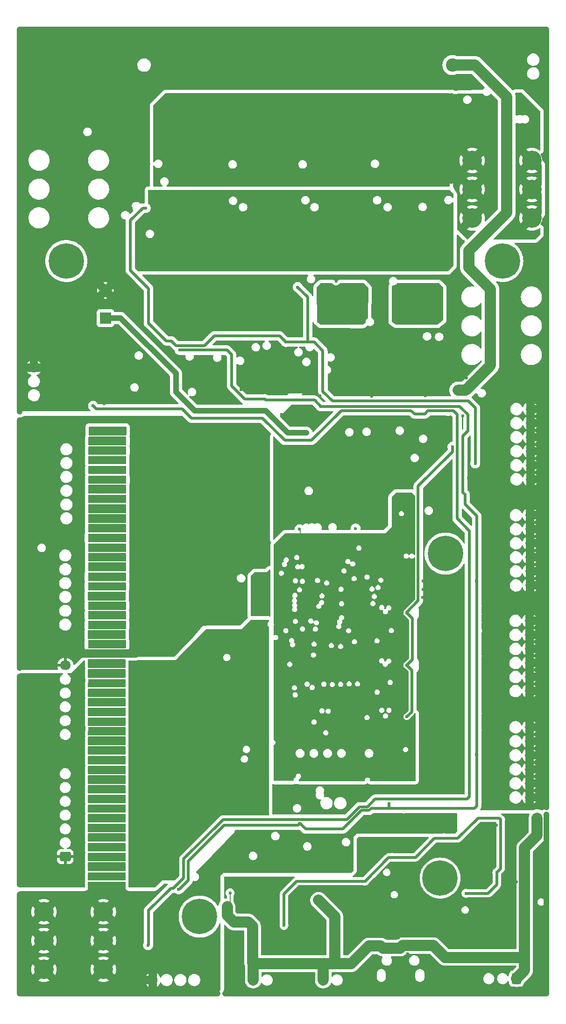
<source format=gbr>
G04 #@! TF.GenerationSoftware,KiCad,Pcbnew,(6.0.4)*
G04 #@! TF.CreationDate,2022-11-09T23:51:20-08:00*
G04 #@! TF.ProjectId,BMS_02,424d535f-3032-42e6-9b69-6361645f7063,rev?*
G04 #@! TF.SameCoordinates,Original*
G04 #@! TF.FileFunction,Copper,L3,Inr*
G04 #@! TF.FilePolarity,Positive*
%FSLAX46Y46*%
G04 Gerber Fmt 4.6, Leading zero omitted, Abs format (unit mm)*
G04 Created by KiCad (PCBNEW (6.0.4)) date 2022-11-09 23:51:20*
%MOMM*%
%LPD*%
G01*
G04 APERTURE LIST*
G04 Aperture macros list*
%AMRoundRect*
0 Rectangle with rounded corners*
0 $1 Rounding radius*
0 $2 $3 $4 $5 $6 $7 $8 $9 X,Y pos of 4 corners*
0 Add a 4 corners polygon primitive as box body*
4,1,4,$2,$3,$4,$5,$6,$7,$8,$9,$2,$3,0*
0 Add four circle primitives for the rounded corners*
1,1,$1+$1,$2,$3*
1,1,$1+$1,$4,$5*
1,1,$1+$1,$6,$7*
1,1,$1+$1,$8,$9*
0 Add four rect primitives between the rounded corners*
20,1,$1+$1,$2,$3,$4,$5,0*
20,1,$1+$1,$4,$5,$6,$7,0*
20,1,$1+$1,$6,$7,$8,$9,0*
20,1,$1+$1,$8,$9,$2,$3,0*%
G04 Aperture macros list end*
G04 #@! TA.AperFunction,ComponentPad*
%ADD10C,0.500000*%
G04 #@! TD*
G04 #@! TA.AperFunction,ComponentPad*
%ADD11C,0.750000*%
G04 #@! TD*
G04 #@! TA.AperFunction,ComponentPad*
%ADD12C,2.400000*%
G04 #@! TD*
G04 #@! TA.AperFunction,ComponentPad*
%ADD13C,3.570000*%
G04 #@! TD*
G04 #@! TA.AperFunction,ComponentPad*
%ADD14RoundRect,0.250000X0.725000X-0.600000X0.725000X0.600000X-0.725000X0.600000X-0.725000X-0.600000X0*%
G04 #@! TD*
G04 #@! TA.AperFunction,ComponentPad*
%ADD15O,1.950000X1.700000*%
G04 #@! TD*
G04 #@! TA.AperFunction,ComponentPad*
%ADD16O,1.700000X1.950000*%
G04 #@! TD*
G04 #@! TA.AperFunction,ComponentPad*
%ADD17O,1.700000X2.000000*%
G04 #@! TD*
G04 #@! TA.AperFunction,ComponentPad*
%ADD18O,1.700000X1.700000*%
G04 #@! TD*
G04 #@! TA.AperFunction,ComponentPad*
%ADD19RoundRect,0.250000X0.600000X0.725000X-0.600000X0.725000X-0.600000X-0.725000X0.600000X-0.725000X0*%
G04 #@! TD*
G04 #@! TA.AperFunction,ComponentPad*
%ADD20C,0.800000*%
G04 #@! TD*
G04 #@! TA.AperFunction,ComponentPad*
%ADD21C,6.400000*%
G04 #@! TD*
G04 #@! TA.AperFunction,ComponentPad*
%ADD22R,2.000000X2.000000*%
G04 #@! TD*
G04 #@! TA.AperFunction,ComponentPad*
%ADD23C,2.000000*%
G04 #@! TD*
G04 #@! TA.AperFunction,ViaPad*
%ADD24C,0.600000*%
G04 #@! TD*
G04 #@! TA.AperFunction,Conductor*
%ADD25C,0.200000*%
G04 #@! TD*
G04 #@! TA.AperFunction,Conductor*
%ADD26C,0.500000*%
G04 #@! TD*
G04 #@! TA.AperFunction,Conductor*
%ADD27C,1.000000*%
G04 #@! TD*
G04 #@! TA.AperFunction,Conductor*
%ADD28C,1.500000*%
G04 #@! TD*
G04 #@! TA.AperFunction,Conductor*
%ADD29C,2.000000*%
G04 #@! TD*
G04 APERTURE END LIST*
D10*
X95250000Y-76650000D03*
X95250000Y-77750000D03*
X93950000Y-76650000D03*
X93950000Y-77750000D03*
D11*
X83390000Y-63940000D03*
X82140000Y-62090000D03*
X84490000Y-62740000D03*
X83390000Y-62790000D03*
X84540000Y-63940000D03*
X82140000Y-63340000D03*
X82190000Y-64590000D03*
X94310000Y-62110000D03*
X94360000Y-64610000D03*
X93110000Y-62760000D03*
X93110000Y-63910000D03*
X94360000Y-63360000D03*
X92010000Y-63960000D03*
X91960000Y-62760000D03*
D12*
X101346000Y-20828000D03*
D13*
X38075000Y-184500000D03*
X38075000Y-174080000D03*
X27275000Y-174080000D03*
X27275000Y-184500000D03*
X27275000Y-179290000D03*
X38075000Y-179290000D03*
D14*
X31165000Y-164075000D03*
D15*
X31165000Y-129477000D03*
D16*
X47033000Y-186427000D03*
D17*
X77941000Y-186427000D03*
X65241000Y-186427000D03*
D18*
X115340000Y-140675000D03*
X115340000Y-143215000D03*
X115340000Y-145755000D03*
X115340000Y-148295000D03*
X115340000Y-150835000D03*
X115340000Y-153375000D03*
X115340000Y-121425000D03*
X115340000Y-123965000D03*
X115340000Y-126505000D03*
X115340000Y-129045000D03*
X115340000Y-131585000D03*
X115340000Y-134125000D03*
X115415000Y-102300000D03*
X115415000Y-104840000D03*
X115415000Y-107380000D03*
X115415000Y-109920000D03*
X115415000Y-112460000D03*
X115415000Y-115000000D03*
X115500000Y-83095000D03*
X115500000Y-85635000D03*
X115500000Y-88175000D03*
X115500000Y-90715000D03*
X115500000Y-93255000D03*
X115500000Y-95795000D03*
D19*
X112953000Y-186173000D03*
D16*
X105453000Y-186173000D03*
X83731000Y-145400000D03*
D20*
X100822056Y-169672056D03*
X96725000Y-167975000D03*
X97427944Y-169672056D03*
X100822056Y-166277944D03*
D21*
X99125000Y-167975000D03*
D20*
X99125000Y-170375000D03*
X99125000Y-165575000D03*
X101525000Y-167975000D03*
X97427944Y-166277944D03*
D21*
X55525000Y-174950000D03*
D20*
X57925000Y-174950000D03*
X53827944Y-176647056D03*
X55525000Y-177350000D03*
X57222056Y-176647056D03*
X53125000Y-174950000D03*
X57222056Y-173252944D03*
X53827944Y-173252944D03*
X55525000Y-172550000D03*
X108702944Y-57997056D03*
X110400000Y-53900000D03*
X108702944Y-54602944D03*
X110400000Y-58700000D03*
D21*
X110400000Y-56300000D03*
D20*
X112097056Y-54602944D03*
X112097056Y-57997056D03*
X108000000Y-56300000D03*
X112800000Y-56300000D03*
X100100000Y-111650000D03*
X98402944Y-107552944D03*
X100100000Y-106850000D03*
X97700000Y-109250000D03*
X102500000Y-109250000D03*
X101797056Y-107552944D03*
X98402944Y-110947056D03*
D21*
X100100000Y-109250000D03*
D20*
X101797056Y-110947056D03*
X28950000Y-56300000D03*
X33047056Y-54602944D03*
D21*
X31350000Y-56300000D03*
D20*
X33047056Y-57997056D03*
X29652944Y-54602944D03*
X31350000Y-53900000D03*
X33750000Y-56300000D03*
X29652944Y-57997056D03*
X31350000Y-58700000D03*
D13*
X115750000Y-48520000D03*
X115750000Y-38100000D03*
X104950000Y-48520000D03*
X104950000Y-38100000D03*
X115750000Y-43310000D03*
X104950000Y-43310000D03*
D22*
X38450000Y-66617677D03*
D23*
X38450000Y-61617677D03*
D10*
X85350000Y-77950000D03*
X85350000Y-76850000D03*
X84050000Y-76850000D03*
X84050000Y-77950000D03*
D15*
X25475000Y-75575000D03*
D24*
X81075000Y-137500000D03*
X71700000Y-149700000D03*
X93662500Y-101825000D03*
X69400000Y-121350000D03*
X81338958Y-117401858D03*
X93662500Y-102550000D03*
X73625000Y-104850000D03*
X77625000Y-122925000D03*
X85775000Y-122325000D03*
X77750000Y-114150000D03*
X93650000Y-103325000D03*
X105725000Y-114175000D03*
X105750000Y-147100000D03*
X105750000Y-117225000D03*
X51900000Y-72400000D03*
X105748584Y-115698584D03*
X77500000Y-82600000D03*
X105750000Y-144125000D03*
X105750000Y-130725000D03*
X105775000Y-120225000D03*
X92525000Y-155350000D03*
X105750000Y-142625000D03*
X105750000Y-126225000D03*
X105750000Y-136675000D03*
X105750000Y-133725000D03*
X105775000Y-138200000D03*
X105750000Y-148600000D03*
X105750000Y-124700000D03*
X105750000Y-132200000D03*
X105775000Y-127725000D03*
X103628405Y-98572654D03*
X105775000Y-141200000D03*
X73700000Y-158050000D03*
X67326056Y-81273944D03*
X105800000Y-123225000D03*
X104175000Y-87000000D03*
X89850000Y-154525000D03*
X105750000Y-135200000D03*
X105775000Y-121750000D03*
X105775000Y-118700000D03*
X105750000Y-129175000D03*
X105725000Y-145600000D03*
X103175000Y-155350000D03*
X105750000Y-139725000D03*
X51700000Y-170000000D03*
X39750000Y-156850000D03*
X39750000Y-157575000D03*
X36250000Y-156825000D03*
X36250000Y-157550000D03*
X36250000Y-161050000D03*
X39750000Y-160350000D03*
X36250000Y-160325000D03*
X39750000Y-161075000D03*
X39750000Y-163850000D03*
X39750000Y-164575000D03*
X36250000Y-163825000D03*
X36250000Y-164550000D03*
X39750000Y-167350000D03*
X39750000Y-168075000D03*
X36250000Y-167325000D03*
X36250000Y-168050000D03*
X39750000Y-153350000D03*
X36250000Y-154050000D03*
X39750000Y-154075000D03*
X36250000Y-153325000D03*
X39750000Y-149850000D03*
X39750000Y-150575000D03*
X36250000Y-149825000D03*
X36250000Y-150550000D03*
X36250000Y-147050000D03*
X36250000Y-146325000D03*
X39750000Y-147075000D03*
X39750000Y-146350000D03*
X39750000Y-143575000D03*
X36250000Y-143550000D03*
X39750000Y-142850000D03*
X36250000Y-142825000D03*
X39750000Y-140075000D03*
X36250000Y-139325000D03*
X36250000Y-140050000D03*
X39750000Y-139350000D03*
X36250000Y-136550000D03*
X39750000Y-136575000D03*
X36250000Y-135825000D03*
X39750000Y-135850000D03*
X39750000Y-133075000D03*
X36250000Y-133050000D03*
X39750000Y-132350000D03*
X36250000Y-132325000D03*
X36250000Y-128825000D03*
X39750000Y-128850000D03*
X39750000Y-129575000D03*
X36250000Y-129550000D03*
X36250000Y-115525000D03*
X39750000Y-115550000D03*
X39750000Y-114825000D03*
X36250000Y-114800000D03*
X39750000Y-119050000D03*
X36250000Y-118300000D03*
X39750000Y-118325000D03*
X36250000Y-119025000D03*
X36250000Y-121800000D03*
X36250000Y-122525000D03*
X39750000Y-121825000D03*
X39750000Y-122550000D03*
X39750000Y-125350000D03*
X39750000Y-126075000D03*
X36250000Y-126050000D03*
X36250000Y-125325000D03*
X39750000Y-112050000D03*
X39750000Y-111325000D03*
X36250000Y-112025000D03*
X36250000Y-111300000D03*
X39750000Y-108525000D03*
X36250000Y-107775000D03*
X39750000Y-107800000D03*
X36250000Y-108500000D03*
X36250000Y-105000000D03*
X39750000Y-104300000D03*
X36250000Y-104275000D03*
X39750000Y-105025000D03*
X39750000Y-101525000D03*
X36250000Y-101500000D03*
X39750000Y-100800000D03*
X36250000Y-100775000D03*
X36250000Y-97275000D03*
X36250000Y-98000000D03*
X39750000Y-98025000D03*
X39750000Y-97300000D03*
X36250000Y-94500000D03*
X39750000Y-94525000D03*
X36250000Y-93775000D03*
X39750000Y-93800000D03*
X39750000Y-91025000D03*
X36250000Y-90275000D03*
X36250000Y-91000000D03*
X39750000Y-90300000D03*
X39750000Y-87525000D03*
X36250000Y-86775000D03*
X36250000Y-87500000D03*
X39750000Y-86800000D03*
X50925000Y-89025000D03*
X36250000Y-127725000D03*
X39750000Y-127750000D03*
X36250000Y-126975000D03*
X39750000Y-127000000D03*
X27700000Y-91400000D03*
X27700000Y-90400000D03*
X22850000Y-123225000D03*
X22850000Y-100450000D03*
X50925000Y-92450000D03*
X60075000Y-107675000D03*
X50922913Y-110086101D03*
X22850000Y-115725000D03*
X22850000Y-93375000D03*
X50925000Y-106500000D03*
X25425000Y-115925000D03*
X50976416Y-124101416D03*
X50925000Y-117025000D03*
X57900000Y-92175000D03*
X50900000Y-113350000D03*
X51975000Y-86550000D03*
X22850000Y-85099520D03*
X50925000Y-95975000D03*
X22850000Y-102725000D03*
X50860000Y-104450000D03*
X51925000Y-126450000D03*
X52850000Y-123450000D03*
X22849520Y-97875480D03*
X25425000Y-113350000D03*
X25900000Y-104350000D03*
X22850000Y-129949520D03*
X25425000Y-110925000D03*
X22850000Y-96300000D03*
X22850000Y-94750000D03*
X58025000Y-97500000D03*
X25425000Y-118350000D03*
X22850000Y-108425000D03*
X66150000Y-102199500D03*
X63500000Y-106875000D03*
X25425000Y-120825000D03*
X60075000Y-102175000D03*
X50900000Y-99475000D03*
X50950000Y-120475000D03*
X39750000Y-159250000D03*
X39750000Y-158500000D03*
X36250000Y-158475000D03*
X36250000Y-159225000D03*
X39750000Y-155750000D03*
X36250000Y-154975000D03*
X39750000Y-155000000D03*
X36250000Y-155725000D03*
X39750000Y-162750000D03*
X36250000Y-161975000D03*
X36250000Y-162725000D03*
X39750000Y-162000000D03*
X39750000Y-166250000D03*
X36250000Y-166225000D03*
X36250000Y-165475000D03*
X39750000Y-165500000D03*
X39750000Y-152250000D03*
X36250000Y-151475000D03*
X39750000Y-151500000D03*
X36250000Y-152225000D03*
X36250000Y-147975000D03*
X39750000Y-148000000D03*
X39750000Y-148750000D03*
X36250000Y-148725000D03*
X36250000Y-145225000D03*
X39750000Y-145250000D03*
X36250000Y-144475000D03*
X39750000Y-144500000D03*
X36250000Y-140975000D03*
X39750000Y-141000000D03*
X39750000Y-141750000D03*
X36250000Y-141725000D03*
X39750000Y-138250000D03*
X39750000Y-137500000D03*
X36250000Y-138225000D03*
X36250000Y-137475000D03*
X36250000Y-133975000D03*
X36250000Y-134725000D03*
X39750000Y-134750000D03*
X39750000Y-134000000D03*
X39750000Y-130500000D03*
X36250000Y-131225000D03*
X36250000Y-130475000D03*
X39750000Y-131250000D03*
X36250000Y-116450000D03*
X36250000Y-117200000D03*
X39750000Y-116475000D03*
X39750000Y-117225000D03*
X39750000Y-113725000D03*
X39750000Y-112975000D03*
X36250000Y-112950000D03*
X36250000Y-113700000D03*
X36250000Y-119950000D03*
X36250000Y-120700000D03*
X39750000Y-119975000D03*
X39750000Y-120725000D03*
X36250000Y-123450000D03*
X36250000Y-124200000D03*
X39750000Y-123475000D03*
X39750000Y-124225000D03*
X36250000Y-110175000D03*
X39750000Y-110200000D03*
X36250000Y-109425000D03*
X39750000Y-109450000D03*
X39750000Y-106700000D03*
X36250000Y-105925000D03*
X39750000Y-105950000D03*
X36250000Y-106675000D03*
X39750000Y-102450000D03*
X39750000Y-103200000D03*
X36250000Y-103175000D03*
X36250000Y-102425000D03*
X39750000Y-99700000D03*
X36250000Y-99675000D03*
X36250000Y-98925000D03*
X39750000Y-98950000D03*
X36250000Y-96175000D03*
X39750000Y-95450000D03*
X36250000Y-95425000D03*
X39750000Y-96200000D03*
X36250000Y-92675000D03*
X39750000Y-92700000D03*
X39750000Y-91950000D03*
X36250000Y-91925000D03*
X39750000Y-89200000D03*
X39750000Y-88450000D03*
X36250000Y-89175000D03*
X36250000Y-88425000D03*
X83800000Y-104700000D03*
X74900000Y-87400000D03*
X36200000Y-82500000D03*
X100525000Y-83425000D03*
X46175000Y-180125000D03*
X67250000Y-145900000D03*
X51679059Y-129431698D03*
X50925000Y-158950000D03*
X22850000Y-141900000D03*
X59825000Y-148400000D03*
X22850000Y-136350000D03*
X50546000Y-148575000D03*
X25675000Y-160400000D03*
X50900000Y-138075000D03*
X50850000Y-155450000D03*
X22850000Y-137950000D03*
X50950000Y-164625000D03*
X22850000Y-145800000D03*
X22850000Y-160750000D03*
X66825000Y-154575000D03*
X25675000Y-157875000D03*
X22849520Y-169200000D03*
X50900000Y-151950000D03*
X67575500Y-152025000D03*
X22849520Y-134775480D03*
X25850000Y-148100000D03*
X26500000Y-132075000D03*
X50900000Y-131050000D03*
X22849520Y-139400480D03*
X50950000Y-168075000D03*
X49556008Y-144024500D03*
X22849520Y-131450000D03*
X59825000Y-151400000D03*
X64750000Y-147700000D03*
X59251377Y-134048545D03*
X22850000Y-153275000D03*
X50900000Y-134525000D03*
X25600000Y-132100000D03*
X54650000Y-125550000D03*
X50900000Y-141500000D03*
X22849520Y-133300480D03*
X57150000Y-140750000D03*
X25675000Y-152775000D03*
X25675000Y-155350000D03*
X117350000Y-158675000D03*
X60525000Y-173175000D03*
X60525000Y-174725000D03*
X117350000Y-157825000D03*
X61050000Y-170650000D03*
X77075000Y-172800000D03*
X77075000Y-171975000D03*
X117350000Y-156950000D03*
X65450000Y-170225000D03*
X109325000Y-158400000D03*
X110650480Y-188899520D03*
X62379000Y-180709500D03*
X104250000Y-162700000D03*
X87750000Y-176150000D03*
X75625000Y-181275000D03*
X69150000Y-170250000D03*
X108149846Y-167675306D03*
X60500000Y-169100000D03*
X94800000Y-161625000D03*
X93225000Y-181700000D03*
X77825000Y-177700000D03*
X87400000Y-182125000D03*
X60150480Y-188900000D03*
X84950000Y-163925000D03*
X80650000Y-188900000D03*
X109375000Y-180400000D03*
X111075000Y-158400000D03*
X118425960Y-173274040D03*
X85500000Y-177575000D03*
X97050000Y-183350000D03*
X106650000Y-175075000D03*
X103150480Y-188899520D03*
X68725000Y-179400000D03*
X95725000Y-188900000D03*
X73025000Y-188900000D03*
X68725000Y-178100000D03*
X96300000Y-172050000D03*
X91475000Y-161375000D03*
X77800000Y-179025000D03*
X113000990Y-168655387D03*
X118425960Y-156499520D03*
X96550000Y-176650000D03*
X65625000Y-188900000D03*
X79425000Y-170350000D03*
X88200480Y-188899520D03*
X91550000Y-178825000D03*
X71700000Y-176975000D03*
X118425960Y-180849040D03*
X76825000Y-181600000D03*
X118425960Y-188899520D03*
X112075000Y-175050000D03*
X77325000Y-178400000D03*
X118425960Y-165774040D03*
X90725000Y-172700000D03*
X69375000Y-178750000D03*
X118425960Y-158299040D03*
X99975000Y-175175000D03*
X82025000Y-81625000D03*
X101350000Y-89900000D03*
X71150000Y-70950000D03*
X93100000Y-138775000D03*
X105500000Y-92925000D03*
X45750000Y-46700000D03*
X92325000Y-81625000D03*
X93050000Y-129425000D03*
X73300000Y-61000000D03*
X93050000Y-119975000D03*
X90375000Y-164225000D03*
X109400000Y-166975000D03*
X103825000Y-170725000D03*
X85500000Y-168525000D03*
X99825000Y-160775000D03*
X70825000Y-176550000D03*
X110100000Y-157400000D03*
X49500000Y-27500000D03*
X53500000Y-27500000D03*
X56500000Y-27500000D03*
X55500000Y-27500000D03*
X52500000Y-28500000D03*
X50500000Y-27500000D03*
X55500000Y-28500000D03*
X50500000Y-29500000D03*
X54500000Y-29500000D03*
X55500000Y-29500000D03*
X52500000Y-29500000D03*
X56500000Y-29500000D03*
X49500000Y-28500000D03*
X53500000Y-29500000D03*
X57500000Y-29500000D03*
X58500000Y-29500000D03*
X51500000Y-27500000D03*
X51500000Y-29500000D03*
X49500000Y-30500000D03*
X50500000Y-30500000D03*
X57500000Y-27500000D03*
X54500000Y-27500000D03*
X58500000Y-27500000D03*
X54500000Y-28500000D03*
X49500000Y-29500000D03*
X50500000Y-28500000D03*
X51500000Y-30500000D03*
X51500000Y-28500000D03*
X53500000Y-28500000D03*
X56500000Y-28500000D03*
X57500000Y-28500000D03*
X58500000Y-28500000D03*
X52500000Y-27500000D03*
X53500000Y-32500000D03*
X57500000Y-30500000D03*
X58500000Y-32500000D03*
X51500000Y-33500000D03*
X58500000Y-33500000D03*
X52500000Y-34500000D03*
X55500000Y-34500000D03*
X50500000Y-34500000D03*
X54500000Y-34500000D03*
X53500000Y-31500000D03*
X55500000Y-33500000D03*
X52500000Y-32500000D03*
X49500000Y-34500000D03*
X53500000Y-30500000D03*
X50500000Y-32500000D03*
X55500000Y-32500000D03*
X49500000Y-32500000D03*
X57500000Y-32500000D03*
X53500000Y-33500000D03*
X54500000Y-33500000D03*
X58500000Y-34500000D03*
X52500000Y-33500000D03*
X52500000Y-30500000D03*
X54500000Y-30500000D03*
X50500000Y-31500000D03*
X54500000Y-31500000D03*
X54500000Y-32500000D03*
X56500000Y-32500000D03*
X49500000Y-31500000D03*
X52500000Y-31500000D03*
X58500000Y-31500000D03*
X51500000Y-34500000D03*
X55500000Y-31500000D03*
X51500000Y-31500000D03*
X53500000Y-34500000D03*
X56500000Y-34500000D03*
X57500000Y-34500000D03*
X58500000Y-30500000D03*
X50500000Y-33500000D03*
X57500000Y-33500000D03*
X51500000Y-32500000D03*
X49500000Y-33500000D03*
X56500000Y-33500000D03*
X55500000Y-30500000D03*
X56500000Y-31500000D03*
X56500000Y-30500000D03*
X57500000Y-31500000D03*
X67500000Y-29500000D03*
X62500000Y-29500000D03*
X79500000Y-30500000D03*
X84500000Y-32500000D03*
X95500000Y-33500000D03*
X67500000Y-33500000D03*
X84500000Y-33500000D03*
X79500000Y-31500000D03*
X82500000Y-34500000D03*
X66500000Y-27500000D03*
X83500000Y-31500000D03*
X83500000Y-34500000D03*
X91500000Y-27500000D03*
X91500000Y-32500000D03*
X76500000Y-30500000D03*
X84500000Y-30500000D03*
X89500000Y-30500000D03*
X88500000Y-29500000D03*
X67500000Y-32500000D03*
X96500000Y-31500000D03*
X68500000Y-30500000D03*
X97500000Y-30500000D03*
X90500000Y-29500000D03*
X78500000Y-27500000D03*
X94500000Y-31500000D03*
X64500000Y-31500000D03*
X62500000Y-27500000D03*
X97500000Y-28500000D03*
X95500000Y-28500000D03*
X79500000Y-27500000D03*
X93500000Y-32500000D03*
X95500000Y-34500000D03*
X88500000Y-27500000D03*
X65500000Y-28500000D03*
X91500000Y-30500000D03*
X76500000Y-28500000D03*
X83500000Y-28500000D03*
X90500000Y-32500000D03*
X92500000Y-28500000D03*
X91500000Y-29500000D03*
X88500000Y-28500000D03*
X66500000Y-28500000D03*
X67500000Y-31500000D03*
X80500000Y-32500000D03*
X62500000Y-30500000D03*
X67500000Y-27500000D03*
X93500000Y-27500000D03*
X62500000Y-33500000D03*
X78500000Y-32500000D03*
X69500000Y-28500000D03*
X64500000Y-27500000D03*
X77500000Y-27500000D03*
X77500000Y-28500000D03*
X76500000Y-32500000D03*
X69500000Y-34500000D03*
X64500000Y-34500000D03*
X78500000Y-33500000D03*
X90500000Y-27500000D03*
X81500000Y-30500000D03*
X90500000Y-34500000D03*
X84500000Y-29500000D03*
X94500000Y-30500000D03*
X66500000Y-34500000D03*
X92500000Y-31500000D03*
X91500000Y-33500000D03*
X71500000Y-27500000D03*
X96500000Y-32500000D03*
X75500000Y-31500000D03*
X63500000Y-32500000D03*
X71500000Y-30500000D03*
X70500000Y-27500000D03*
X95500000Y-31500000D03*
X66500000Y-32500000D03*
X92500000Y-29500000D03*
X75500000Y-32500000D03*
X69500000Y-32500000D03*
X94500000Y-29500000D03*
X96500000Y-34500000D03*
X89500000Y-33500000D03*
X96500000Y-28500000D03*
X80500000Y-33500000D03*
X92500000Y-27500000D03*
X75500000Y-33500000D03*
X93500000Y-33500000D03*
X88500000Y-31500000D03*
X79500000Y-32500000D03*
X97500000Y-33500000D03*
X65500000Y-29500000D03*
X93500000Y-30500000D03*
X63500000Y-34500000D03*
X65500000Y-31500000D03*
X92500000Y-33500000D03*
X84500000Y-28500000D03*
X63500000Y-33500000D03*
X81500000Y-31500000D03*
X68500000Y-34500000D03*
X68500000Y-33500000D03*
X68500000Y-28500000D03*
X69500000Y-31500000D03*
X94500000Y-32500000D03*
X81500000Y-33500000D03*
X75500000Y-28500000D03*
X62500000Y-34500000D03*
X89500000Y-29500000D03*
X64500000Y-30500000D03*
X81500000Y-27500000D03*
X76500000Y-27500000D03*
X69500000Y-33500000D03*
X93500000Y-31500000D03*
X92500000Y-34500000D03*
X97500000Y-27500000D03*
X97500000Y-34500000D03*
X62500000Y-28500000D03*
X82500000Y-30500000D03*
X84500000Y-27500000D03*
X94500000Y-34500000D03*
X79500000Y-34500000D03*
X70500000Y-31500000D03*
X63500000Y-30500000D03*
X70500000Y-33500000D03*
X75500000Y-34500000D03*
X90500000Y-33500000D03*
X68500000Y-27500000D03*
X77500000Y-29500000D03*
X68500000Y-31500000D03*
X70500000Y-34500000D03*
X69500000Y-29500000D03*
X95500000Y-27500000D03*
X64500000Y-29500000D03*
X75500000Y-30500000D03*
X82500000Y-29500000D03*
X78500000Y-31500000D03*
X95500000Y-32500000D03*
X91500000Y-28500000D03*
X95500000Y-30500000D03*
X71500000Y-33500000D03*
X65500000Y-30500000D03*
X91500000Y-34500000D03*
X76500000Y-31500000D03*
X77500000Y-30500000D03*
X70500000Y-32500000D03*
X81500000Y-29500000D03*
X81500000Y-28500000D03*
X89500000Y-28500000D03*
X79500000Y-29500000D03*
X79500000Y-28500000D03*
X78500000Y-28500000D03*
X63500000Y-29500000D03*
X64500000Y-28500000D03*
X77500000Y-34500000D03*
X90500000Y-28500000D03*
X62500000Y-32500000D03*
X69500000Y-30500000D03*
X71500000Y-31500000D03*
X77500000Y-33500000D03*
X88500000Y-33500000D03*
X71500000Y-29500000D03*
X84500000Y-34500000D03*
X76500000Y-34500000D03*
X92500000Y-32500000D03*
X78500000Y-30500000D03*
X67500000Y-34500000D03*
X94500000Y-28500000D03*
X93500000Y-29500000D03*
X65500000Y-33500000D03*
X89500000Y-32500000D03*
X88500000Y-30500000D03*
X66500000Y-33500000D03*
X93500000Y-28500000D03*
X82500000Y-31500000D03*
X83500000Y-33500000D03*
X70500000Y-29500000D03*
X83500000Y-30500000D03*
X67500000Y-28500000D03*
X66500000Y-31500000D03*
X88500000Y-34500000D03*
X80500000Y-29500000D03*
X65500000Y-27500000D03*
X80500000Y-31500000D03*
X82500000Y-32500000D03*
X80500000Y-30500000D03*
X81500000Y-34500000D03*
X83500000Y-32500000D03*
X90500000Y-30500000D03*
X90500000Y-31500000D03*
X71500000Y-28500000D03*
X66500000Y-30500000D03*
X93500000Y-34500000D03*
X94500000Y-33500000D03*
X70500000Y-28500000D03*
X78500000Y-34500000D03*
X63500000Y-27500000D03*
X71500000Y-32500000D03*
X80500000Y-27500000D03*
X65500000Y-34500000D03*
X77500000Y-32500000D03*
X96500000Y-27500000D03*
X76500000Y-29500000D03*
X64500000Y-32500000D03*
X89500000Y-31500000D03*
X94500000Y-27500000D03*
X63500000Y-28500000D03*
X68500000Y-29500000D03*
X77500000Y-31500000D03*
X91500000Y-31500000D03*
X83500000Y-27500000D03*
X88500000Y-32500000D03*
X70500000Y-30500000D03*
X64500000Y-33500000D03*
X95500000Y-29500000D03*
X97500000Y-29500000D03*
X84500000Y-31500000D03*
X82500000Y-33500000D03*
X82500000Y-28500000D03*
X92500000Y-30500000D03*
X75500000Y-29500000D03*
X80500000Y-34500000D03*
X67500000Y-30500000D03*
X96500000Y-29500000D03*
X97500000Y-31500000D03*
X76500000Y-33500000D03*
X78500000Y-29500000D03*
X69500000Y-27500000D03*
X75500000Y-27500000D03*
X79500000Y-33500000D03*
X62500000Y-31500000D03*
X83500000Y-29500000D03*
X63500000Y-31500000D03*
X81500000Y-32500000D03*
X96500000Y-30500000D03*
X97500000Y-32500000D03*
X80500000Y-28500000D03*
X71500000Y-34500000D03*
X89500000Y-34500000D03*
X96500000Y-33500000D03*
X66500000Y-29500000D03*
X82500000Y-27500000D03*
X68500000Y-32500000D03*
X89500000Y-27500000D03*
X65500000Y-32500000D03*
X52500000Y-49500000D03*
X53500000Y-49500000D03*
X54500000Y-49500000D03*
X55500000Y-49500000D03*
X56500000Y-49500000D03*
X57500000Y-49500000D03*
X58500000Y-49500000D03*
X59500000Y-49500000D03*
X60500000Y-49500000D03*
X51500000Y-50500000D03*
X52500000Y-50500000D03*
X53500000Y-50500000D03*
X54500000Y-50500000D03*
X55500000Y-50500000D03*
X56500000Y-50500000D03*
X57500000Y-50500000D03*
X58500000Y-50500000D03*
X59500000Y-50500000D03*
X60500000Y-50500000D03*
X51500000Y-51500000D03*
X52500000Y-51500000D03*
X53500000Y-51500000D03*
X54500000Y-51500000D03*
X55500000Y-51500000D03*
X56500000Y-51500000D03*
X57500000Y-51500000D03*
X58500000Y-51500000D03*
X59500000Y-51500000D03*
X60500000Y-51500000D03*
X51500000Y-52500000D03*
X52500000Y-52500000D03*
X53500000Y-52500000D03*
X54500000Y-52500000D03*
X55500000Y-52500000D03*
X56500000Y-52500000D03*
X57500000Y-52500000D03*
X58500000Y-52500000D03*
X59500000Y-52500000D03*
X60500000Y-52500000D03*
X51500000Y-53500000D03*
X52500000Y-53500000D03*
X53500000Y-53500000D03*
X54500000Y-53500000D03*
X55500000Y-53500000D03*
X56500000Y-53500000D03*
X57500000Y-53500000D03*
X58500000Y-53500000D03*
X59500000Y-53500000D03*
X60500000Y-53500000D03*
X51500000Y-54500000D03*
X52500000Y-54500000D03*
X53500000Y-54500000D03*
X54500000Y-54500000D03*
X55500000Y-54500000D03*
X56500000Y-54500000D03*
X57500000Y-54500000D03*
X58500000Y-54500000D03*
X59500000Y-54500000D03*
X60500000Y-54500000D03*
X51500000Y-55500000D03*
X52500000Y-55500000D03*
X53500000Y-55500000D03*
X54500000Y-55500000D03*
X55500000Y-55500000D03*
X56500000Y-55500000D03*
X57500000Y-55500000D03*
X58500000Y-55500000D03*
X59500000Y-55500000D03*
X60500000Y-55500000D03*
X51500000Y-56500000D03*
X52500000Y-56500000D03*
X53500000Y-56500000D03*
X54500000Y-56500000D03*
X55500000Y-56500000D03*
X56500000Y-56500000D03*
X57500000Y-56500000D03*
X58500000Y-56500000D03*
X59500000Y-56500000D03*
X60500000Y-56500000D03*
X93500000Y-54500000D03*
X70500000Y-52500000D03*
X72500000Y-52500000D03*
X69500000Y-49500000D03*
X66500000Y-56500000D03*
X96500000Y-55500000D03*
X78500000Y-52500000D03*
X77500000Y-52500000D03*
X67500000Y-50500000D03*
X92500000Y-49500000D03*
X96500000Y-49500000D03*
X93500000Y-49500000D03*
X86500000Y-53500000D03*
X73500000Y-52500000D03*
X93500000Y-55500000D03*
X81500000Y-53500000D03*
X99500000Y-50500000D03*
X77500000Y-51500000D03*
X67500000Y-52500000D03*
X81500000Y-55500000D03*
X86500000Y-54500000D03*
X71500000Y-50500000D03*
X68500000Y-56500000D03*
X81500000Y-51500000D03*
X79500000Y-55500000D03*
X79500000Y-56424979D03*
X84500000Y-56424979D03*
X83500000Y-50500000D03*
X80500000Y-53500000D03*
X70500000Y-54500000D03*
X86500000Y-49500000D03*
X81500000Y-52500000D03*
X66500000Y-52500000D03*
X97500000Y-55500000D03*
X66500000Y-55500000D03*
X99500000Y-55500000D03*
X84500000Y-55500000D03*
X85500000Y-53500000D03*
X65500000Y-53500000D03*
X70500000Y-56500000D03*
X81500000Y-56424979D03*
X80500000Y-55500000D03*
X90500000Y-49500000D03*
X65500000Y-49500000D03*
X92500000Y-52500000D03*
X77500000Y-54500000D03*
X71500000Y-54500000D03*
X80500000Y-51500000D03*
X64500000Y-52500000D03*
X68500000Y-55500000D03*
X90500000Y-54500000D03*
X83500000Y-52500000D03*
X95500000Y-52500000D03*
X68500000Y-53500000D03*
X66500000Y-49500000D03*
X64500000Y-55500000D03*
X73500000Y-53500000D03*
X94500000Y-49500000D03*
X97500000Y-52500000D03*
X96500000Y-54500000D03*
X92500000Y-53500000D03*
X72500000Y-50500000D03*
X83500000Y-53500000D03*
X77500000Y-53500000D03*
X80500000Y-54500000D03*
X99500000Y-56424979D03*
X67500000Y-53500000D03*
X77500000Y-55500000D03*
X96500000Y-53500000D03*
X95500000Y-54500000D03*
X90500000Y-52500000D03*
X98500000Y-49500000D03*
X79500000Y-54500000D03*
X65500000Y-50500000D03*
X67500000Y-55500000D03*
X91500000Y-49500000D03*
X84500000Y-53500000D03*
X85500000Y-51500000D03*
X84500000Y-50500000D03*
X92500000Y-50500000D03*
X80500000Y-52500000D03*
X72500000Y-55500000D03*
X99500000Y-52500000D03*
X73500000Y-49500000D03*
X79500000Y-51500000D03*
X92500000Y-51500000D03*
X92500000Y-55500000D03*
X70500000Y-53500000D03*
X64500000Y-54500000D03*
X82500000Y-55500000D03*
X83500000Y-49500000D03*
X65500000Y-56500000D03*
X91500000Y-54500000D03*
X84500000Y-54500000D03*
X97500000Y-49500000D03*
X95500000Y-55500000D03*
X83500000Y-55500000D03*
X72500000Y-56500000D03*
X82500000Y-56424979D03*
X91500000Y-51500000D03*
X95500000Y-49500000D03*
X85500000Y-50500000D03*
X67500000Y-54500000D03*
X65500000Y-55500000D03*
X96500000Y-56424979D03*
X69500000Y-56500000D03*
X95500000Y-50500000D03*
X77500000Y-56424979D03*
X70500000Y-49500000D03*
X84500000Y-51500000D03*
X90500000Y-53500000D03*
X79500000Y-49500000D03*
X91500000Y-56424979D03*
X66500000Y-50500000D03*
X80500000Y-49500000D03*
X69500000Y-53500000D03*
X65500000Y-52500000D03*
X99500000Y-53500000D03*
X95500000Y-53500000D03*
X72500000Y-51500000D03*
X72500000Y-54500000D03*
X77500000Y-49500000D03*
X71500000Y-53500000D03*
X70500000Y-51500000D03*
X64500000Y-50500000D03*
X93500000Y-50500000D03*
X83500000Y-54500000D03*
X67500000Y-49500000D03*
X82500000Y-53500000D03*
X98500000Y-50500000D03*
X51500000Y-49500000D03*
X78500000Y-49500000D03*
X66500000Y-54500000D03*
X71500000Y-55500000D03*
X67500000Y-56500000D03*
X85500000Y-56424979D03*
X77500000Y-50500000D03*
X78500000Y-55500000D03*
X94500000Y-52500000D03*
X86500000Y-56424979D03*
X97500000Y-53500000D03*
X81500000Y-54500000D03*
X99500000Y-54500000D03*
X84500000Y-49500000D03*
X98500000Y-51500000D03*
X69500000Y-50500000D03*
X86500000Y-51500000D03*
X93500000Y-53500000D03*
X65500000Y-51500000D03*
X90500000Y-51500000D03*
X97500000Y-56424979D03*
X82500000Y-52500000D03*
X65500000Y-54500000D03*
X96500000Y-51500000D03*
X93500000Y-52500000D03*
X67500000Y-51500000D03*
X68500000Y-54500000D03*
X97500000Y-50500000D03*
X80500000Y-50500000D03*
X73500000Y-55500000D03*
X79500000Y-52500000D03*
X85500000Y-55500000D03*
X94500000Y-53500000D03*
X95500000Y-51500000D03*
X82500000Y-50500000D03*
X91500000Y-50500000D03*
X94500000Y-51500000D03*
X90500000Y-50500000D03*
X78500000Y-50500000D03*
X94500000Y-55500000D03*
X79500000Y-53500000D03*
X85500000Y-52500000D03*
X69500000Y-52500000D03*
X68500000Y-51500000D03*
X82500000Y-54500000D03*
X91500000Y-53500000D03*
X86500000Y-52500000D03*
X91500000Y-55500000D03*
X73509934Y-56424979D03*
X81500000Y-50500000D03*
X71500000Y-56500000D03*
X96500000Y-52500000D03*
X96500000Y-50500000D03*
X98500000Y-53500000D03*
X68500000Y-52500000D03*
X73500000Y-51500000D03*
X94500000Y-56424979D03*
X69500000Y-55500000D03*
X97500000Y-54500000D03*
X99500000Y-51500000D03*
X70500000Y-55500000D03*
X66500000Y-51500000D03*
X90500000Y-55500000D03*
X69500000Y-54500000D03*
X83500000Y-51500000D03*
X85500000Y-49500000D03*
X79500000Y-50500000D03*
X66500000Y-53500000D03*
X78500000Y-56424979D03*
X93500000Y-56424979D03*
X98500000Y-55500000D03*
X94500000Y-50500000D03*
X64500000Y-53500000D03*
X73500000Y-54500000D03*
X83500000Y-56424979D03*
X91500000Y-52500000D03*
X78500000Y-53500000D03*
X71500000Y-49500000D03*
X78500000Y-54500000D03*
X80500000Y-56424979D03*
X86500000Y-55500000D03*
X97500000Y-51500000D03*
X64500000Y-51500000D03*
X95500000Y-56424979D03*
X86500000Y-50500000D03*
X92500000Y-56424979D03*
X73500000Y-50500000D03*
X98500000Y-56424979D03*
X64500000Y-56500000D03*
X78500000Y-51500000D03*
X98500000Y-54500000D03*
X92500000Y-54500000D03*
X68500000Y-50500000D03*
X85500000Y-54500000D03*
X64500000Y-49500000D03*
X81500000Y-49500000D03*
X98500000Y-52500000D03*
X93500000Y-51500000D03*
X69500000Y-51500000D03*
X71500000Y-51500000D03*
X68500000Y-49500000D03*
X82500000Y-49500000D03*
X70500000Y-50500000D03*
X84500000Y-52500000D03*
X72500000Y-53500000D03*
X71500000Y-52500000D03*
X94500000Y-54500000D03*
X90500000Y-56424979D03*
X99500000Y-49500000D03*
X82500000Y-51500000D03*
X72500000Y-49500000D03*
X96000000Y-114200000D03*
X66400000Y-116425000D03*
X44925000Y-45550000D03*
X96025000Y-132200000D03*
X95987500Y-118700000D03*
X118425960Y-20899040D03*
X44925000Y-42150000D03*
X118425960Y-118324040D03*
X43100000Y-46700000D03*
X22849520Y-14425000D03*
X36800000Y-32950000D03*
X41375000Y-76775000D03*
X22850000Y-65725000D03*
X96000000Y-126225000D03*
X118425960Y-88674040D03*
X22850000Y-81000000D03*
X118425960Y-133299040D03*
X74135348Y-96158768D03*
X91100000Y-95000000D03*
X58175480Y-14424520D03*
X65700000Y-120250000D03*
X41450000Y-32250000D03*
X95975000Y-135200000D03*
X74275000Y-100675000D03*
X73450000Y-152525000D03*
X95475480Y-14424520D03*
X103349500Y-52775000D03*
X69450000Y-59700000D03*
X103050000Y-105950000D03*
X96000000Y-144125000D03*
X71600000Y-59700000D03*
X101450000Y-159475000D03*
X86700000Y-80750000D03*
X30724520Y-188900480D03*
X104250000Y-95550000D03*
X38274520Y-188900480D03*
X44925000Y-43825000D03*
X27950000Y-52850000D03*
X67725000Y-160800000D03*
X118425960Y-28224040D03*
X67250000Y-59700000D03*
X22850000Y-35850000D03*
X53149520Y-188900480D03*
X28475000Y-73175000D03*
X22850000Y-83549520D03*
X96075787Y-148505570D03*
X118425960Y-36849040D03*
X44525000Y-171350000D03*
X68400000Y-59700000D03*
X35750480Y-14424520D03*
X78575000Y-100650000D03*
X50600480Y-14424520D03*
X22850000Y-73525000D03*
X39451099Y-80498987D03*
X111475000Y-17975000D03*
X72000000Y-73350000D03*
X95225000Y-85800000D03*
X22850000Y-178225000D03*
X80750480Y-14424520D03*
X118425960Y-103349040D03*
X96000030Y-138225000D03*
X54250000Y-81050000D03*
X118425960Y-148324040D03*
X44475000Y-35575000D03*
X96000000Y-115725000D03*
X88800000Y-86925000D03*
X88200480Y-14424520D03*
X47575000Y-182650000D03*
X96000000Y-145600000D03*
X118425960Y-125849040D03*
X95950000Y-120250000D03*
X43300960Y-14424040D03*
X84675000Y-100750000D03*
X44900000Y-44675000D03*
X50275000Y-72450000D03*
X118425480Y-61375480D03*
X96500000Y-80650000D03*
X84949998Y-158900000D03*
X103950000Y-77450000D03*
X44925000Y-41325000D03*
X62999520Y-79600480D03*
X96000000Y-136675000D03*
X103025480Y-14424520D03*
X43400000Y-81525000D03*
X77300000Y-80650000D03*
X22900000Y-188900000D03*
X95975000Y-139675000D03*
X48200000Y-178550000D03*
X95987500Y-117200000D03*
X73875000Y-94150000D03*
X99725000Y-69025000D03*
X79250000Y-164025000D03*
X116450000Y-55000000D03*
X22850000Y-170899520D03*
X94975010Y-157475000D03*
X84725000Y-103025000D03*
X29075000Y-82525000D03*
X100600000Y-69075000D03*
X96000000Y-130725000D03*
X31400000Y-78275000D03*
X44925000Y-42975000D03*
X68113556Y-75686444D03*
X22850000Y-20675000D03*
X22850000Y-50850000D03*
X80264000Y-59944000D03*
X118425960Y-49911356D03*
X28200480Y-14424520D03*
X118425960Y-80974040D03*
X70500000Y-59700000D03*
X71600000Y-163900000D03*
X95987500Y-141200000D03*
X118425960Y-96199040D03*
X90300000Y-159525000D03*
X70350000Y-84050000D03*
X95905886Y-127694114D03*
X38250000Y-82125000D03*
X50425000Y-176125000D03*
X118425480Y-74100000D03*
X107775000Y-18000000D03*
X73375480Y-14424520D03*
X95987500Y-133700000D03*
X57100000Y-79300000D03*
X95975000Y-142625000D03*
X95925061Y-129200000D03*
X95987500Y-147100000D03*
X52618750Y-76718750D03*
X95987500Y-123200000D03*
X65750480Y-14424520D03*
X60500000Y-164850000D03*
X54450000Y-169150000D03*
X103800000Y-102525000D03*
X22850000Y-28350000D03*
X51250000Y-178950000D03*
X118425960Y-140849040D03*
X40950000Y-51500000D03*
X118425960Y-155199520D03*
X45674520Y-188900480D03*
X118425960Y-53274040D03*
X98874999Y-68800000D03*
X118425960Y-110799040D03*
X110800480Y-14424520D03*
X118400480Y-14424040D03*
X22850000Y-43400000D03*
X103275021Y-84336084D03*
X44925000Y-40525000D03*
X22850000Y-183625000D03*
X95975000Y-124725000D03*
X62600000Y-72850000D03*
X73825000Y-91850000D03*
X96400000Y-106700000D03*
X96000000Y-121750000D03*
X22850000Y-58300000D03*
X58800000Y-188900480D03*
X104225000Y-79225000D03*
X103425000Y-79700000D03*
X102400000Y-79700000D03*
D25*
X73625000Y-104850000D02*
X73800000Y-105025000D01*
X73800000Y-105025000D02*
X73800000Y-106275000D01*
D26*
X89875000Y-155350000D02*
X89875000Y-154550000D01*
X103175000Y-155350000D02*
X92525000Y-155350000D01*
X105325000Y-155350000D02*
X103175000Y-155350000D01*
X77500000Y-82600000D02*
X102675000Y-82600000D01*
X102675000Y-82600000D02*
X104175000Y-84100000D01*
X53450000Y-164925000D02*
X53450000Y-168400000D01*
X67326056Y-81318988D02*
X67326056Y-81273944D01*
X105750000Y-148600000D02*
X105750000Y-102450000D01*
X61325000Y-73263000D02*
X61325000Y-78915219D01*
X103250001Y-87924999D02*
X103250001Y-98194250D01*
X51925000Y-72425000D02*
X60487000Y-72425000D01*
X105750000Y-148600000D02*
X105750000Y-154925000D01*
X76372522Y-81472522D02*
X77500000Y-82600000D01*
X61325000Y-78915219D02*
X63684781Y-81275000D01*
X105750000Y-154925000D02*
X105325000Y-155350000D01*
X86619254Y-155350000D02*
X89875000Y-155350000D01*
X105750000Y-102450000D02*
X103628405Y-100328405D01*
X73700000Y-158050000D02*
X73325000Y-158425000D01*
X51900000Y-72400000D02*
X51925000Y-72425000D01*
X89875000Y-155350000D02*
X92525000Y-155350000D01*
X51850000Y-170000000D02*
X51700000Y-170000000D01*
X60487000Y-72425000D02*
X61325000Y-73263000D01*
X59950000Y-158425000D02*
X53450000Y-164925000D01*
X84849989Y-155725011D02*
X86244243Y-155725011D01*
X73325000Y-158425000D02*
X59950000Y-158425000D01*
X86244243Y-155725011D02*
X86619254Y-155350000D01*
X103628405Y-100328405D02*
X103628405Y-98572654D01*
X67477478Y-81472522D02*
X76372522Y-81472522D01*
X104175000Y-84100000D02*
X104175000Y-87000000D01*
X103250001Y-98194250D02*
X103628405Y-98572654D01*
X89875000Y-154550000D02*
X89850000Y-154525000D01*
X104175000Y-87000000D02*
X103250001Y-87924999D01*
X73700000Y-158050000D02*
X74750000Y-159100000D01*
X63684781Y-81275000D02*
X67325000Y-81275000D01*
X53450000Y-168400000D02*
X51850000Y-170000000D01*
X67325000Y-81275000D02*
X67326056Y-81273944D01*
X81475000Y-159100000D02*
X84849989Y-155725011D01*
X74750000Y-159100000D02*
X81475000Y-159100000D01*
D27*
X22850000Y-90499520D02*
X22850000Y-129949520D01*
D28*
X33350000Y-127325000D02*
X43875000Y-127325000D01*
D27*
X22850000Y-90499520D02*
X22850000Y-85099520D01*
X67471447Y-83375000D02*
X54595791Y-83375000D01*
X54595791Y-83375000D02*
X51219239Y-79998448D01*
X51219239Y-79998448D02*
X51219239Y-76619239D01*
X74900000Y-87400000D02*
X71496447Y-87400000D01*
X71496447Y-87400000D02*
X67471447Y-83375000D01*
X51219239Y-76619239D02*
X41217677Y-66617677D01*
X41217677Y-66617677D02*
X38450000Y-66617677D01*
D26*
X101550000Y-83425000D02*
X102200000Y-84075000D01*
X96375000Y-83975000D02*
X94500000Y-83975000D01*
X104450000Y-105150000D02*
X104450000Y-153225000D01*
X82225000Y-157350000D02*
X59763998Y-157350000D01*
X54043311Y-84731031D02*
X52362280Y-83050000D01*
X75825480Y-88749520D02*
X70937457Y-88749520D01*
X50725000Y-169800000D02*
X50300736Y-169800000D01*
X104450000Y-153225000D02*
X103975000Y-153700000D01*
X81224511Y-83350489D02*
X75825480Y-88749520D01*
X87350000Y-153700000D02*
X85975000Y-155075000D01*
X59763998Y-157350000D02*
X52575000Y-164538998D01*
X66918968Y-84731031D02*
X54043311Y-84731031D01*
X100525000Y-83425000D02*
X101550000Y-83425000D01*
X52575000Y-167950000D02*
X50725000Y-169800000D01*
X100525000Y-83425000D02*
X96925000Y-83425000D01*
X46250000Y-180050000D02*
X46175000Y-180125000D01*
X84500000Y-155075000D02*
X82225000Y-157350000D01*
X96925000Y-83425000D02*
X96375000Y-83975000D01*
X85975000Y-155075000D02*
X84500000Y-155075000D01*
X46250000Y-173850736D02*
X46250000Y-180050000D01*
X102200000Y-84075000D02*
X102200000Y-102900000D01*
X50300736Y-169800000D02*
X46250000Y-173850736D01*
X102200000Y-102900000D02*
X104450000Y-105150000D01*
X93875489Y-83350489D02*
X81224511Y-83350489D01*
X94500000Y-83975000D02*
X93875489Y-83350489D01*
X52362280Y-83050000D02*
X36750000Y-83050000D01*
X52575000Y-164538998D02*
X52575000Y-167950000D01*
X70937457Y-88749520D02*
X66918968Y-84731031D01*
X103975000Y-153700000D02*
X87350000Y-153700000D01*
X36750000Y-83050000D02*
X36200000Y-82500000D01*
D27*
X22850000Y-131449520D02*
X22850000Y-169199520D01*
D29*
X65125001Y-183275001D02*
X65325000Y-183475000D01*
X65241000Y-183559000D02*
X65325000Y-183475000D01*
X77941000Y-186427000D02*
X77941000Y-183609000D01*
X78075000Y-183475000D02*
X80200000Y-183475000D01*
X92300000Y-180200000D02*
X91850000Y-180650000D01*
X114451000Y-182325000D02*
X100025000Y-182325000D01*
X60525000Y-173175000D02*
X60525000Y-174725000D01*
X91850000Y-180650000D02*
X88750000Y-180650000D01*
X83025000Y-183475000D02*
X78075000Y-183475000D01*
X77941000Y-183609000D02*
X78075000Y-183475000D01*
X80025000Y-174925000D02*
X77075000Y-171975000D01*
X61724999Y-175924999D02*
X64371001Y-175924999D01*
X100025000Y-182325000D02*
X97900000Y-180200000D01*
X80025000Y-183300000D02*
X80025000Y-174925000D01*
X65325000Y-183475000D02*
X78075000Y-183475000D01*
X64371001Y-175924999D02*
X65125001Y-176678999D01*
X112953000Y-186173000D02*
X114451000Y-184675000D01*
X88750000Y-180650000D02*
X88375000Y-180275000D01*
X97900000Y-180200000D02*
X92300000Y-180200000D01*
X86225000Y-180275000D02*
X83025000Y-183475000D01*
X116700000Y-160250000D02*
X116700000Y-157100000D01*
D25*
X61050000Y-172650000D02*
X61050000Y-170650000D01*
D29*
X80200000Y-183475000D02*
X80025000Y-183300000D01*
X65125001Y-176678999D02*
X65125001Y-183275001D01*
D25*
X60525000Y-173175000D02*
X61050000Y-172650000D01*
D29*
X114451000Y-184675000D02*
X114451000Y-182325000D01*
X60525000Y-174725000D02*
X61724999Y-175924999D01*
X114451000Y-182325000D02*
X114451000Y-162499000D01*
X65241000Y-186427000D02*
X65241000Y-183559000D01*
X114451000Y-162499000D02*
X116700000Y-160250000D01*
X88375000Y-180275000D02*
X86225000Y-180275000D01*
D27*
X106250480Y-188899520D02*
X80292367Y-188899520D01*
X106250480Y-188899520D02*
X118425960Y-188899520D01*
X118425960Y-188899520D02*
X118425960Y-156499520D01*
X80291887Y-188900000D02*
X60150480Y-188900000D01*
D26*
X75100000Y-70950000D02*
X76275000Y-70950000D01*
X93975000Y-137900000D02*
X93975000Y-130350000D01*
X46200000Y-61200000D02*
X42950000Y-57950000D01*
X49475000Y-70750000D02*
X46250000Y-67525000D01*
X75100000Y-62800000D02*
X75100000Y-70950000D01*
X76275000Y-70950000D02*
X77875000Y-72550000D01*
X70050000Y-69850000D02*
X58171500Y-69850000D01*
X93050000Y-119875000D02*
X93050000Y-119975000D01*
X46250000Y-67525000D02*
X46250000Y-61250000D01*
X105500000Y-92925000D02*
X105500000Y-82875000D01*
X77875000Y-72550000D02*
X77875000Y-79900000D01*
X71150000Y-70950000D02*
X70050000Y-69850000D01*
X75100000Y-70950000D02*
X71150000Y-70950000D01*
X101350000Y-89900000D02*
X101350000Y-90825000D01*
X50425000Y-70750000D02*
X49475000Y-70750000D01*
X42950000Y-48950000D02*
X45200000Y-46700000D01*
X94075000Y-121000000D02*
X93050000Y-119975000D01*
X58171500Y-69850000D02*
X56421500Y-71600000D01*
X104250000Y-81625000D02*
X82025000Y-81625000D01*
X95150000Y-97025000D02*
X95150000Y-117775000D01*
X77875000Y-79900000D02*
X79600000Y-81625000D01*
X93100000Y-138775000D02*
X93975000Y-137900000D01*
X42950000Y-57950000D02*
X42950000Y-48950000D01*
X73300000Y-61000000D02*
X75100000Y-62800000D01*
X105500000Y-82875000D02*
X104250000Y-81625000D01*
X93975000Y-130350000D02*
X93050000Y-129425000D01*
X101350000Y-90825000D02*
X95150000Y-97025000D01*
X94075000Y-128400000D02*
X94075000Y-121000000D01*
X93050000Y-129425000D02*
X94075000Y-128400000D01*
X79600000Y-81625000D02*
X82025000Y-81625000D01*
X56421500Y-71600000D02*
X51275000Y-71600000D01*
X45200000Y-46700000D02*
X45750000Y-46700000D01*
X95150000Y-117775000D02*
X93050000Y-119875000D01*
X51275000Y-71600000D02*
X50425000Y-70750000D01*
X102325000Y-160775000D02*
X98100000Y-160775000D01*
X109400000Y-169150000D02*
X107825000Y-170725000D01*
X98100000Y-160775000D02*
X94650000Y-164225000D01*
X85500000Y-168525000D02*
X89800000Y-164225000D01*
X109800001Y-157100001D02*
X105999999Y-157100001D01*
X73125000Y-168525000D02*
X70825000Y-170825000D01*
X110100000Y-157400000D02*
X110100000Y-166275000D01*
X94650000Y-164225000D02*
X90375000Y-164225000D01*
X109400000Y-166975000D02*
X109400000Y-169150000D01*
X70825000Y-170825000D02*
X70825000Y-176550000D01*
X85500000Y-168525000D02*
X73125000Y-168525000D01*
X105999999Y-157100001D02*
X102325000Y-160775000D01*
X110100000Y-166275000D02*
X109400000Y-166975000D01*
X110100000Y-157400000D02*
X109800001Y-157100001D01*
X89800000Y-164225000D02*
X90375000Y-164225000D01*
X107825000Y-170725000D02*
X103825000Y-170725000D01*
D27*
X98750000Y-35780000D02*
X98750000Y-36600000D01*
X101100000Y-41800000D02*
X101200000Y-41700000D01*
X98750000Y-36600000D02*
X101100000Y-38950000D01*
X101200000Y-26425000D02*
X101175000Y-26400000D01*
X104947000Y-43301000D02*
X103162001Y-41516001D01*
X101100000Y-38950000D02*
X101100000Y-41800000D01*
X101200000Y-41700000D02*
X101200000Y-26425000D01*
X103162001Y-41516001D02*
X103091001Y-41516001D01*
X47150960Y-188900000D02*
X22850000Y-188900000D01*
X22850000Y-188900000D02*
X22850000Y-170899520D01*
X118425960Y-155199520D02*
X118425960Y-74099520D01*
X118425960Y-25149520D02*
X118425960Y-14449520D01*
X22850000Y-14424520D02*
X22850000Y-83549520D01*
D26*
X118675960Y-49661356D02*
X118675960Y-36949520D01*
X118675960Y-73199520D02*
X118675960Y-61399520D01*
X118425960Y-49911356D02*
X118425960Y-36925000D01*
D27*
X48250480Y-188900000D02*
X58800480Y-188900000D01*
D26*
X118675960Y-73974040D02*
X118675960Y-73199520D01*
D27*
X118400480Y-14424040D02*
X22850480Y-14424040D01*
D26*
X118425960Y-74099520D02*
X118425960Y-61375000D01*
D27*
X118425960Y-36599520D02*
X118425960Y-25149520D01*
X118425960Y-36925000D02*
X118425960Y-36599520D01*
X47150960Y-188900000D02*
X48250480Y-188900000D01*
X118425960Y-61375000D02*
X118425960Y-49911356D01*
D29*
X108259511Y-61403089D02*
X108259511Y-75190489D01*
X104350000Y-54425000D02*
X104350000Y-57493578D01*
X101346000Y-20828000D02*
X105478000Y-20828000D01*
X104350000Y-57493578D02*
X108259511Y-61403089D01*
X105478000Y-20828000D02*
X111225489Y-26575489D01*
X103750000Y-79700000D02*
X103425000Y-79700000D01*
X111225489Y-47549511D02*
X104350000Y-54425000D01*
X111225489Y-26575489D02*
X111225489Y-47549511D01*
X104225000Y-79225000D02*
X103750000Y-79700000D01*
X103425000Y-79700000D02*
X102400000Y-79700000D01*
X108259511Y-75190489D02*
X104225000Y-79225000D01*
G04 #@! TA.AperFunction,Conductor*
G36*
X79575888Y-60320002D02*
G01*
X79615543Y-60360728D01*
X79649678Y-60417091D01*
X79769757Y-60541437D01*
X79914401Y-60636089D01*
X80076420Y-60696343D01*
X80083401Y-60697274D01*
X80083403Y-60697275D01*
X80130344Y-60703538D01*
X80247762Y-60719205D01*
X80254773Y-60718567D01*
X80254777Y-60718567D01*
X80412890Y-60704177D01*
X80419911Y-60703538D01*
X80426613Y-60701360D01*
X80426615Y-60701360D01*
X80577612Y-60652298D01*
X80577615Y-60652297D01*
X80584311Y-60650121D01*
X80732791Y-60561609D01*
X80857972Y-60442401D01*
X80915195Y-60356273D01*
X80969552Y-60310603D01*
X81020143Y-60300000D01*
X85247810Y-60300000D01*
X85315931Y-60320002D01*
X85336905Y-60336905D01*
X86062876Y-61062876D01*
X86096902Y-61125188D01*
X86099780Y-61152498D01*
X86077358Y-66511402D01*
X86057071Y-66579439D01*
X86017381Y-66618193D01*
X85922622Y-66676489D01*
X85799118Y-66797433D01*
X85705478Y-66942734D01*
X85703067Y-66949357D01*
X85703066Y-66949360D01*
X85648767Y-67098547D01*
X85648766Y-67098551D01*
X85646357Y-67105170D01*
X85624692Y-67276667D01*
X85631823Y-67349393D01*
X85618564Y-67419141D01*
X85584293Y-67460746D01*
X85119862Y-67825836D01*
X85053946Y-67852211D01*
X85041414Y-67852778D01*
X82261984Y-67840012D01*
X77506813Y-67818171D01*
X77438787Y-67797856D01*
X77432087Y-67793191D01*
X76986226Y-67460746D01*
X76834487Y-67347605D01*
X76791832Y-67290850D01*
X76783805Y-67247088D01*
X76759848Y-61152498D01*
X76759275Y-61006816D01*
X76779009Y-60938618D01*
X76801485Y-60912219D01*
X77434693Y-60348436D01*
X77498869Y-60318077D01*
X77517268Y-60316549D01*
X79249372Y-60300006D01*
X79250575Y-60300000D01*
X79507767Y-60300000D01*
X79575888Y-60320002D01*
G37*
G04 #@! TD.AperFunction*
G04 #@! TA.AperFunction,Conductor*
G36*
X98075000Y-79775000D02*
G01*
X81950000Y-79775000D01*
X81950000Y-74200000D01*
X98075000Y-74200000D01*
X98075000Y-79775000D01*
G37*
G04 #@! TD.AperFunction*
G04 #@! TA.AperFunction,Conductor*
G36*
X118341621Y-14470502D02*
G01*
X118388114Y-14524158D01*
X118399500Y-14576500D01*
X118399500Y-38688990D01*
X118379498Y-38757111D01*
X118325842Y-38803604D01*
X118255568Y-38813708D01*
X118190988Y-38784214D01*
X118155977Y-38734426D01*
X118105496Y-38603853D01*
X118105495Y-38603851D01*
X118104012Y-38600015D01*
X118069986Y-38537703D01*
X118034930Y-38490874D01*
X117969405Y-38403344D01*
X117969401Y-38403339D01*
X117966708Y-38399742D01*
X117695986Y-38129020D01*
X117661960Y-38066708D01*
X117659651Y-38051892D01*
X117634275Y-37785921D01*
X117633841Y-37781372D01*
X117625167Y-37745921D01*
X117569199Y-37517204D01*
X117568113Y-37512765D01*
X117551912Y-37472765D01*
X117466012Y-37260689D01*
X117466012Y-37260688D01*
X117464299Y-37256460D01*
X117336690Y-37038520D01*
X117319530Y-36969629D01*
X117342341Y-36902396D01*
X117397879Y-36858169D01*
X117405632Y-36855303D01*
X117508534Y-36821055D01*
X117508538Y-36821053D01*
X117516371Y-36818446D01*
X117523263Y-36813900D01*
X117523265Y-36813899D01*
X117644874Y-36733685D01*
X117644881Y-36733680D01*
X117648319Y-36731412D01*
X117701975Y-36684919D01*
X117723302Y-36665532D01*
X117750077Y-36632306D01*
X117817303Y-36548884D01*
X117817305Y-36548881D01*
X117822484Y-36542454D01*
X117886431Y-36397900D01*
X117906433Y-36329779D01*
X117930960Y-36159191D01*
X117930960Y-29302650D01*
X117927492Y-29237935D01*
X117924613Y-29211152D01*
X117911011Y-29133107D01*
X117854012Y-28985675D01*
X117819986Y-28923363D01*
X117812123Y-28912859D01*
X117719405Y-28789004D01*
X117719401Y-28788999D01*
X117716708Y-28785402D01*
X114366004Y-25434698D01*
X114364635Y-25433480D01*
X114364624Y-25433469D01*
X114314906Y-25389214D01*
X114313521Y-25387981D01*
X114295780Y-25373946D01*
X114292356Y-25371237D01*
X114292350Y-25371232D01*
X114290620Y-25369864D01*
X114220695Y-25322096D01*
X114213711Y-25319156D01*
X114078809Y-25262371D01*
X114078802Y-25262368D01*
X114075009Y-25260772D01*
X114071041Y-25259684D01*
X114071034Y-25259682D01*
X114014040Y-25244061D01*
X114006539Y-25242005D01*
X114002071Y-25241445D01*
X114002067Y-25241444D01*
X113840009Y-25221126D01*
X113840003Y-25221126D01*
X113835539Y-25220566D01*
X113831039Y-25220647D01*
X113831033Y-25220647D01*
X113231381Y-25231485D01*
X112830260Y-25238734D01*
X112787720Y-25241974D01*
X112762129Y-25243923D01*
X112762119Y-25243924D01*
X112760321Y-25244061D01*
X112731445Y-25247953D01*
X112648664Y-25265064D01*
X112503359Y-25327287D01*
X112499812Y-25329391D01*
X112499813Y-25329391D01*
X112455033Y-25355960D01*
X112442301Y-25363514D01*
X112425634Y-25373947D01*
X112357282Y-25393135D01*
X112289405Y-25372323D01*
X112269688Y-25356239D01*
X109201464Y-22288015D01*
X114876747Y-22288015D01*
X114886632Y-22501598D01*
X114936727Y-22709459D01*
X115025224Y-22904096D01*
X115028687Y-22908979D01*
X115028690Y-22908983D01*
X115145463Y-23073602D01*
X115148929Y-23078488D01*
X115303379Y-23226342D01*
X115308418Y-23229596D01*
X115308421Y-23229598D01*
X115402281Y-23290202D01*
X115483001Y-23342322D01*
X115681313Y-23422245D01*
X115806034Y-23446601D01*
X115886715Y-23462357D01*
X115886718Y-23462357D01*
X115891161Y-23463225D01*
X115896784Y-23463500D01*
X116054423Y-23463500D01*
X116213845Y-23448290D01*
X116419011Y-23388101D01*
X116521240Y-23335449D01*
X116603762Y-23292948D01*
X116603765Y-23292946D01*
X116609093Y-23290202D01*
X116690391Y-23226342D01*
X116772517Y-23161832D01*
X116772522Y-23161828D01*
X116777234Y-23158126D01*
X116917366Y-22996638D01*
X117024433Y-22811564D01*
X117094573Y-22609584D01*
X117105629Y-22533334D01*
X117124392Y-22403925D01*
X117124392Y-22403922D01*
X117125253Y-22397985D01*
X117115368Y-22184402D01*
X117078780Y-22032584D01*
X117066677Y-21982367D01*
X117065273Y-21976541D01*
X116976776Y-21781904D01*
X116973313Y-21777021D01*
X116973310Y-21777017D01*
X116856537Y-21612398D01*
X116856536Y-21612397D01*
X116853071Y-21607512D01*
X116698621Y-21459658D01*
X116693582Y-21456404D01*
X116693579Y-21456402D01*
X116524043Y-21346935D01*
X116518999Y-21343678D01*
X116320687Y-21263755D01*
X116184182Y-21237098D01*
X116115285Y-21223643D01*
X116115282Y-21223643D01*
X116110839Y-21222775D01*
X116105216Y-21222500D01*
X115947577Y-21222500D01*
X115788155Y-21237710D01*
X115582989Y-21297899D01*
X115498461Y-21341434D01*
X115398238Y-21393052D01*
X115398235Y-21393054D01*
X115392907Y-21395798D01*
X115388192Y-21399502D01*
X115229483Y-21524168D01*
X115229478Y-21524172D01*
X115224766Y-21527874D01*
X115084634Y-21689362D01*
X114977567Y-21874436D01*
X114975598Y-21880105D01*
X114975597Y-21880108D01*
X114944471Y-21969741D01*
X114907427Y-22076416D01*
X114906566Y-22082354D01*
X114889371Y-22200950D01*
X114876747Y-22288015D01*
X109201464Y-22288015D01*
X106701464Y-19788015D01*
X114876747Y-19788015D01*
X114886632Y-20001598D01*
X114936727Y-20209459D01*
X114939207Y-20214914D01*
X114939208Y-20214916D01*
X114951879Y-20242783D01*
X115025224Y-20404096D01*
X115028687Y-20408979D01*
X115028690Y-20408983D01*
X115100299Y-20509933D01*
X115148929Y-20578488D01*
X115303379Y-20726342D01*
X115308418Y-20729596D01*
X115308421Y-20729598D01*
X115401206Y-20789508D01*
X115483001Y-20842322D01*
X115681313Y-20922245D01*
X115806034Y-20946601D01*
X115886715Y-20962357D01*
X115886718Y-20962357D01*
X115891161Y-20963225D01*
X115896784Y-20963500D01*
X116054423Y-20963500D01*
X116213845Y-20948290D01*
X116419011Y-20888101D01*
X116599554Y-20795115D01*
X116603762Y-20792948D01*
X116603765Y-20792946D01*
X116609093Y-20790202D01*
X116690391Y-20726342D01*
X116772517Y-20661832D01*
X116772522Y-20661828D01*
X116777234Y-20658126D01*
X116789902Y-20643528D01*
X116913434Y-20501169D01*
X116917366Y-20496638D01*
X117024433Y-20311564D01*
X117094573Y-20109584D01*
X117109259Y-20008298D01*
X117124392Y-19903925D01*
X117124392Y-19903922D01*
X117125253Y-19897985D01*
X117115368Y-19684402D01*
X117108251Y-19654869D01*
X117066677Y-19482367D01*
X117065273Y-19476541D01*
X116976776Y-19281904D01*
X116973313Y-19277021D01*
X116973310Y-19277017D01*
X116856537Y-19112398D01*
X116856536Y-19112397D01*
X116853071Y-19107512D01*
X116698621Y-18959658D01*
X116693582Y-18956404D01*
X116693579Y-18956402D01*
X116524043Y-18846935D01*
X116518999Y-18843678D01*
X116320687Y-18763755D01*
X116184182Y-18737098D01*
X116115285Y-18723643D01*
X116115282Y-18723643D01*
X116110839Y-18722775D01*
X116105216Y-18722500D01*
X115947577Y-18722500D01*
X115788155Y-18737710D01*
X115582989Y-18797899D01*
X115498461Y-18841434D01*
X115398238Y-18893052D01*
X115398235Y-18893054D01*
X115392907Y-18895798D01*
X115388192Y-18899502D01*
X115229483Y-19024168D01*
X115229478Y-19024172D01*
X115224766Y-19027874D01*
X115084634Y-19189362D01*
X114977567Y-19374436D01*
X114975598Y-19380105D01*
X114975597Y-19380108D01*
X114970204Y-19395639D01*
X114907427Y-19576416D01*
X114906566Y-19582354D01*
X114884147Y-19736980D01*
X114876747Y-19788015D01*
X106701464Y-19788015D01*
X106657693Y-19744244D01*
X106650988Y-19736991D01*
X106613224Y-19692776D01*
X106530279Y-19621934D01*
X106425424Y-19532379D01*
X106425419Y-19532376D01*
X106421659Y-19529164D01*
X106206859Y-19397534D01*
X106202289Y-19395641D01*
X106202285Y-19395639D01*
X105978684Y-19303021D01*
X105978682Y-19303020D01*
X105974111Y-19301127D01*
X105729148Y-19242317D01*
X105726734Y-19242127D01*
X105478000Y-19222551D01*
X105473070Y-19222939D01*
X105420048Y-19227112D01*
X105410162Y-19227500D01*
X102200947Y-19227500D01*
X102145219Y-19214506D01*
X102026559Y-19155989D01*
X102026556Y-19155988D01*
X102022371Y-19153924D01*
X101767497Y-19072338D01*
X101522295Y-19032405D01*
X101507976Y-19030073D01*
X101507975Y-19030073D01*
X101503364Y-19029322D01*
X101369569Y-19027570D01*
X101240451Y-19025880D01*
X101240448Y-19025880D01*
X101235774Y-19025819D01*
X100970605Y-19061907D01*
X100966118Y-19063215D01*
X100966117Y-19063215D01*
X100934817Y-19072338D01*
X100713683Y-19136792D01*
X100709430Y-19138752D01*
X100709429Y-19138753D01*
X100657512Y-19162687D01*
X100470652Y-19248831D01*
X100466743Y-19251394D01*
X100250764Y-19392996D01*
X100250759Y-19393000D01*
X100246851Y-19395562D01*
X100243359Y-19398679D01*
X100097163Y-19529164D01*
X100047197Y-19573760D01*
X99876075Y-19779512D01*
X99873652Y-19783505D01*
X99741310Y-20001598D01*
X99737244Y-20008298D01*
X99735437Y-20012606D01*
X99735437Y-20012607D01*
X99641072Y-20237643D01*
X99633755Y-20255091D01*
X99632604Y-20259623D01*
X99632603Y-20259626D01*
X99597298Y-20398639D01*
X99567881Y-20514470D01*
X99541070Y-20780736D01*
X99541294Y-20785403D01*
X99541294Y-20785408D01*
X99545189Y-20866492D01*
X99553909Y-21048041D01*
X99606118Y-21310512D01*
X99696549Y-21562383D01*
X99698765Y-21566507D01*
X99798227Y-21751615D01*
X99823215Y-21798121D01*
X99826010Y-21801864D01*
X99826012Y-21801867D01*
X99952373Y-21971084D01*
X99983335Y-22012547D01*
X99986642Y-22015825D01*
X99986647Y-22015831D01*
X100053754Y-22082354D01*
X100173390Y-22200950D01*
X100177156Y-22203712D01*
X100177158Y-22203713D01*
X100292132Y-22288015D01*
X100389205Y-22359192D01*
X100393340Y-22361368D01*
X100393344Y-22361370D01*
X100462938Y-22397985D01*
X100626039Y-22483797D01*
X100630458Y-22485340D01*
X100874273Y-22570484D01*
X100874279Y-22570486D01*
X100878690Y-22572026D01*
X100883283Y-22572898D01*
X101045235Y-22603646D01*
X101141606Y-22621943D01*
X101268616Y-22626933D01*
X101404345Y-22632266D01*
X101404350Y-22632266D01*
X101409013Y-22632449D01*
X101504943Y-22621943D01*
X101670382Y-22603825D01*
X101670387Y-22603824D01*
X101675035Y-22603315D01*
X101790567Y-22572898D01*
X101929309Y-22536370D01*
X101933829Y-22535180D01*
X102158319Y-22438732D01*
X102208057Y-22428500D01*
X104762861Y-22428500D01*
X104830982Y-22448502D01*
X104851956Y-22465405D01*
X107172357Y-24785806D01*
X107206383Y-24848118D01*
X107201318Y-24918933D01*
X107158771Y-24975769D01*
X107149283Y-24982219D01*
X107097631Y-25013996D01*
X106974127Y-25134940D01*
X106970310Y-25140863D01*
X106890268Y-25265064D01*
X106880487Y-25280241D01*
X106880466Y-25280300D01*
X106834134Y-25330394D01*
X106771760Y-25348224D01*
X102896179Y-25418266D01*
X101745961Y-25439053D01*
X101683275Y-25423648D01*
X101610506Y-25383890D01*
X101448010Y-25331875D01*
X101416211Y-25321696D01*
X101416209Y-25321696D01*
X101410506Y-25319870D01*
X101321941Y-25309231D01*
X101207956Y-25295538D01*
X101207952Y-25295538D01*
X101202009Y-25294824D01*
X101196033Y-25295247D01*
X101196030Y-25295247D01*
X100998522Y-25309231D01*
X100998518Y-25309232D01*
X100992539Y-25309655D01*
X100986746Y-25311202D01*
X100986745Y-25311202D01*
X100934238Y-25325222D01*
X100883802Y-25328205D01*
X100827701Y-25320139D01*
X100827694Y-25320138D01*
X100823253Y-25319500D01*
X49327190Y-25319500D01*
X49292964Y-25321334D01*
X49264168Y-25322877D01*
X49264158Y-25322878D01*
X49262475Y-25322968D01*
X49235692Y-25325847D01*
X49201105Y-25331875D01*
X49163745Y-25338386D01*
X49163743Y-25338387D01*
X49157647Y-25339449D01*
X49151873Y-25341681D01*
X49151874Y-25341681D01*
X49032116Y-25387981D01*
X49010215Y-25396448D01*
X49006604Y-25398420D01*
X48970260Y-25418266D01*
X48947903Y-25430474D01*
X48940512Y-25436007D01*
X48813544Y-25531055D01*
X48813539Y-25531059D01*
X48809942Y-25533752D01*
X46683752Y-27659942D01*
X46640449Y-27708148D01*
X46623546Y-27729122D01*
X46577976Y-27793927D01*
X46514029Y-27938481D01*
X46494027Y-28006602D01*
X46469500Y-28177190D01*
X46469500Y-37374651D01*
X46469501Y-37375713D01*
X46469502Y-37376283D01*
X46469507Y-37377961D01*
X46473597Y-38281741D01*
X46479896Y-38366154D01*
X46480211Y-38368317D01*
X46484318Y-38396555D01*
X46484954Y-38400929D01*
X46507167Y-38497411D01*
X46574355Y-38640488D01*
X46575299Y-38641960D01*
X46590599Y-38710725D01*
X46580336Y-38752785D01*
X46547052Y-38828950D01*
X46520875Y-38888853D01*
X46501181Y-38957063D01*
X46477425Y-39127767D01*
X46477445Y-39132260D01*
X46477445Y-39132265D01*
X46489958Y-41897672D01*
X46489958Y-41897681D01*
X46489963Y-41898803D01*
X46492662Y-42495107D01*
X46493443Y-42667930D01*
X46473749Y-42736140D01*
X46420305Y-42782876D01*
X46367444Y-42794500D01*
X46276000Y-42794500D01*
X46147295Y-42808337D01*
X46144011Y-42809051D01*
X46144007Y-42809052D01*
X46098607Y-42818928D01*
X46098605Y-42818929D01*
X46094953Y-42819723D01*
X46091416Y-42820947D01*
X46091413Y-42820948D01*
X46013368Y-42847959D01*
X45959089Y-42866745D01*
X45936967Y-42881337D01*
X45830586Y-42951506D01*
X45830579Y-42951511D01*
X45827141Y-42953779D01*
X45773485Y-43000272D01*
X45752158Y-43019659D01*
X45749095Y-43023460D01*
X45749094Y-43023461D01*
X45658157Y-43136307D01*
X45658155Y-43136310D01*
X45652976Y-43142737D01*
X45589029Y-43287291D01*
X45569027Y-43355412D01*
X45544500Y-43526000D01*
X45544500Y-45723500D01*
X45524498Y-45791621D01*
X45470842Y-45838114D01*
X45418500Y-45849500D01*
X45241062Y-45849500D01*
X45230521Y-45849058D01*
X45179098Y-45844740D01*
X45172338Y-45845642D01*
X45172334Y-45845642D01*
X45099341Y-45855381D01*
X45096287Y-45855751D01*
X45023072Y-45863705D01*
X45023069Y-45863706D01*
X45016291Y-45864442D01*
X45009831Y-45866616D01*
X45006783Y-45867286D01*
X45006322Y-45867367D01*
X45006171Y-45867403D01*
X45005712Y-45867536D01*
X45002693Y-45868278D01*
X44995931Y-45869180D01*
X44989521Y-45871513D01*
X44989517Y-45871514D01*
X44920329Y-45896697D01*
X44917423Y-45897715D01*
X44857358Y-45917929D01*
X44786415Y-45920699D01*
X44721945Y-45881023D01*
X44694247Y-45849058D01*
X44694226Y-45849035D01*
X44693750Y-45848485D01*
X44674363Y-45827158D01*
X44630264Y-45791621D01*
X44557715Y-45733157D01*
X44557712Y-45733155D01*
X44551285Y-45727976D01*
X44406731Y-45664029D01*
X44338610Y-45644027D01*
X44334154Y-45643386D01*
X44334148Y-45643385D01*
X44238242Y-45629596D01*
X44168022Y-45619500D01*
X43927813Y-45619500D01*
X43926327Y-45619572D01*
X43926307Y-45619572D01*
X43871191Y-45622225D01*
X43871189Y-45622225D01*
X43869675Y-45622298D01*
X43859660Y-45623264D01*
X43847487Y-45624438D01*
X43847477Y-45624439D01*
X43845593Y-45624621D01*
X43809243Y-45630343D01*
X43779850Y-45634969D01*
X43779846Y-45634970D01*
X43773900Y-45635906D01*
X43768243Y-45637952D01*
X43768238Y-45637953D01*
X43699346Y-45662867D01*
X43625254Y-45689661D01*
X43601240Y-45702099D01*
X43562877Y-45721968D01*
X43562840Y-45721988D01*
X43562212Y-45722313D01*
X43561576Y-45722662D01*
X43541207Y-45733834D01*
X43541203Y-45733837D01*
X43536938Y-45736176D01*
X43411719Y-45832641D01*
X43406702Y-45839205D01*
X43406701Y-45839206D01*
X43358600Y-45902141D01*
X43315733Y-45958227D01*
X43280352Y-46019780D01*
X43266587Y-46045104D01*
X43213400Y-46193954D01*
X43200550Y-46351498D01*
X43204064Y-46422406D01*
X43237002Y-46591564D01*
X43257578Y-46650649D01*
X43268224Y-46681221D01*
X43268258Y-46681321D01*
X43278551Y-46710875D01*
X43278554Y-46710885D01*
X43278557Y-46710891D01*
X43282482Y-46722165D01*
X43285743Y-46733101D01*
X43289211Y-46747004D01*
X43295536Y-46772365D01*
X43319883Y-46833829D01*
X43326214Y-46849192D01*
X43328543Y-46853117D01*
X43402655Y-46978029D01*
X43402658Y-46978032D01*
X43406870Y-46985132D01*
X43412776Y-46990899D01*
X43412780Y-46990904D01*
X43470062Y-47046838D01*
X43504827Y-47108741D01*
X43500605Y-47179612D01*
X43471129Y-47226083D01*
X42964379Y-47732833D01*
X42902067Y-47766859D01*
X42831252Y-47761794D01*
X42774416Y-47719247D01*
X42756294Y-47685177D01*
X42749258Y-47664972D01*
X42657656Y-47518378D01*
X42535853Y-47395721D01*
X42519439Y-47385304D01*
X42479251Y-47359800D01*
X42389902Y-47303098D01*
X42289262Y-47267261D01*
X42233692Y-47247473D01*
X42233690Y-47247472D01*
X42227058Y-47245111D01*
X42220072Y-47244278D01*
X42220068Y-47244277D01*
X42098703Y-47229806D01*
X42055413Y-47224644D01*
X42048410Y-47225380D01*
X42048409Y-47225380D01*
X41890500Y-47241977D01*
X41890498Y-47241978D01*
X41883500Y-47242713D01*
X41797460Y-47272003D01*
X41726531Y-47296149D01*
X41726528Y-47296150D01*
X41719861Y-47298420D01*
X41572631Y-47388996D01*
X41449127Y-47509940D01*
X41355487Y-47655241D01*
X41353076Y-47661864D01*
X41353075Y-47661867D01*
X41298776Y-47811054D01*
X41298775Y-47811058D01*
X41296366Y-47817677D01*
X41274701Y-47989174D01*
X41291569Y-48161210D01*
X41346132Y-48325233D01*
X41349779Y-48331255D01*
X41349780Y-48331257D01*
X41410852Y-48432098D01*
X41435678Y-48473091D01*
X41555757Y-48597437D01*
X41700401Y-48692089D01*
X41862420Y-48752343D01*
X41972043Y-48766970D01*
X41990165Y-48769388D01*
X42055041Y-48798224D01*
X42094030Y-48857557D01*
X42099500Y-48894281D01*
X42099500Y-48935964D01*
X42099451Y-48939482D01*
X42097241Y-49018611D01*
X42098520Y-49025317D01*
X42099067Y-49032114D01*
X42098538Y-49032157D01*
X42099500Y-49042363D01*
X42099500Y-57908938D01*
X42099058Y-57919479D01*
X42094740Y-57970902D01*
X42095642Y-57977662D01*
X42095642Y-57977666D01*
X42105381Y-58050659D01*
X42105751Y-58053713D01*
X42114442Y-58133709D01*
X42116616Y-58140169D01*
X42117286Y-58143217D01*
X42117367Y-58143678D01*
X42117403Y-58143829D01*
X42117536Y-58144288D01*
X42118278Y-58147307D01*
X42119180Y-58154069D01*
X42121513Y-58160479D01*
X42121514Y-58160483D01*
X42146697Y-58229671D01*
X42147714Y-58232575D01*
X42173383Y-58308848D01*
X42176900Y-58314702D01*
X42178200Y-58317514D01*
X42178382Y-58317957D01*
X42178458Y-58318116D01*
X42178686Y-58318534D01*
X42180049Y-58321303D01*
X42182382Y-58327715D01*
X42186036Y-58333473D01*
X42186039Y-58333479D01*
X42225490Y-58395644D01*
X42227108Y-58398263D01*
X42252789Y-58441002D01*
X42268557Y-58467244D01*
X42273246Y-58472203D01*
X42275128Y-58474682D01*
X42275668Y-58475459D01*
X42278625Y-58479369D01*
X42281398Y-58483738D01*
X42285183Y-58487972D01*
X42338689Y-58541478D01*
X42341142Y-58544000D01*
X42395524Y-58601507D01*
X42401166Y-58605341D01*
X42406366Y-58609767D01*
X42406022Y-58610171D01*
X42413918Y-58616707D01*
X43902357Y-60105145D01*
X45362595Y-61565383D01*
X45396621Y-61627695D01*
X45399500Y-61654478D01*
X45399500Y-67483938D01*
X45399058Y-67494479D01*
X45394740Y-67545902D01*
X45395642Y-67552662D01*
X45395642Y-67552666D01*
X45405381Y-67625659D01*
X45405751Y-67628713D01*
X45413596Y-67700921D01*
X45414442Y-67708709D01*
X45416616Y-67715169D01*
X45417286Y-67718217D01*
X45417367Y-67718678D01*
X45417403Y-67718829D01*
X45417536Y-67719288D01*
X45418278Y-67722307D01*
X45419180Y-67729069D01*
X45421513Y-67735479D01*
X45421514Y-67735483D01*
X45446697Y-67804671D01*
X45447714Y-67807575D01*
X45473383Y-67883848D01*
X45476900Y-67889702D01*
X45478200Y-67892514D01*
X45478382Y-67892957D01*
X45478458Y-67893116D01*
X45478686Y-67893534D01*
X45480049Y-67896303D01*
X45482382Y-67902715D01*
X45486036Y-67908473D01*
X45486039Y-67908479D01*
X45525490Y-67970644D01*
X45527108Y-67973263D01*
X45565041Y-68036393D01*
X45568557Y-68042244D01*
X45573246Y-68047203D01*
X45575128Y-68049682D01*
X45575668Y-68050459D01*
X45578625Y-68054369D01*
X45581398Y-68058738D01*
X45585183Y-68062972D01*
X45638689Y-68116478D01*
X45641142Y-68119000D01*
X45663094Y-68142213D01*
X45695524Y-68176507D01*
X45701166Y-68180341D01*
X45706366Y-68184767D01*
X45706022Y-68185171D01*
X45713918Y-68191707D01*
X48844562Y-71322350D01*
X48851705Y-71330117D01*
X48885020Y-71369540D01*
X48948898Y-71418378D01*
X48948929Y-71418402D01*
X48951353Y-71420302D01*
X49008753Y-71466454D01*
X49008756Y-71466456D01*
X49014073Y-71470731D01*
X49020190Y-71473768D01*
X49022802Y-71475438D01*
X49023196Y-71475714D01*
X49023320Y-71475791D01*
X49023742Y-71476023D01*
X49026395Y-71477630D01*
X49031820Y-71481777D01*
X49104730Y-71515775D01*
X49107505Y-71517110D01*
X49173480Y-71549861D01*
X49173484Y-71549863D01*
X49179593Y-71552895D01*
X49186218Y-71554547D01*
X49189121Y-71555615D01*
X49189573Y-71555803D01*
X49189708Y-71555851D01*
X49190167Y-71555986D01*
X49193108Y-71556987D01*
X49199297Y-71559873D01*
X49205960Y-71561362D01*
X49205959Y-71561362D01*
X49277831Y-71577427D01*
X49280828Y-71578136D01*
X49352272Y-71595949D01*
X49358894Y-71597600D01*
X49365714Y-71597790D01*
X49368792Y-71598212D01*
X49369709Y-71598377D01*
X49374585Y-71599054D01*
X49379637Y-71600183D01*
X49385307Y-71600500D01*
X49460964Y-71600500D01*
X49464483Y-71600549D01*
X49543611Y-71602759D01*
X49550317Y-71601480D01*
X49557114Y-71600933D01*
X49557157Y-71601462D01*
X49567363Y-71600500D01*
X50020521Y-71600500D01*
X50088642Y-71620502D01*
X50109616Y-71637405D01*
X50644567Y-72172356D01*
X50651710Y-72180123D01*
X50685020Y-72219540D01*
X50690439Y-72223683D01*
X50690440Y-72223684D01*
X50748940Y-72268410D01*
X50751360Y-72270308D01*
X50814073Y-72320731D01*
X50820191Y-72323768D01*
X50822802Y-72325438D01*
X50823196Y-72325714D01*
X50823320Y-72325791D01*
X50823742Y-72326023D01*
X50826395Y-72327630D01*
X50831820Y-72331777D01*
X50892725Y-72360177D01*
X50904730Y-72365775D01*
X50907507Y-72367111D01*
X50933640Y-72380084D01*
X50985762Y-72428290D01*
X51002924Y-72479772D01*
X51013513Y-72580518D01*
X51014326Y-72588256D01*
X51072821Y-72768284D01*
X51076124Y-72774006D01*
X51076125Y-72774007D01*
X51100401Y-72816054D01*
X51167467Y-72932216D01*
X51171885Y-72937123D01*
X51171886Y-72937124D01*
X51284206Y-73061867D01*
X51294129Y-73072888D01*
X51299468Y-73076767D01*
X51413048Y-73159287D01*
X51447270Y-73184151D01*
X51620197Y-73261144D01*
X51718212Y-73281978D01*
X51798897Y-73299128D01*
X51798901Y-73299128D01*
X51805354Y-73300500D01*
X51994646Y-73300500D01*
X52001099Y-73299128D01*
X52001103Y-73299128D01*
X52099311Y-73278253D01*
X52125508Y-73275500D01*
X52818187Y-73275500D01*
X52886308Y-73295502D01*
X52932801Y-73349158D01*
X52943193Y-73417292D01*
X52939744Y-73444594D01*
X52924701Y-73563674D01*
X52941569Y-73735710D01*
X52996132Y-73899733D01*
X52999779Y-73905755D01*
X52999780Y-73905757D01*
X53055304Y-73997437D01*
X53085678Y-74047591D01*
X53205757Y-74171937D01*
X53350401Y-74266589D01*
X53512420Y-74326843D01*
X53519401Y-74327774D01*
X53519403Y-74327775D01*
X53566344Y-74334038D01*
X53683762Y-74349705D01*
X53690773Y-74349067D01*
X53690777Y-74349067D01*
X53848890Y-74334677D01*
X53855911Y-74334038D01*
X53862613Y-74331860D01*
X53862615Y-74331860D01*
X54013612Y-74282798D01*
X54013615Y-74282797D01*
X54020311Y-74280621D01*
X54168791Y-74192109D01*
X54293972Y-74072901D01*
X54389631Y-73928922D01*
X54432347Y-73816472D01*
X54448515Y-73773911D01*
X54448516Y-73773906D01*
X54451015Y-73767328D01*
X54452894Y-73753962D01*
X54474522Y-73600073D01*
X54474522Y-73600067D01*
X54475073Y-73596150D01*
X54475375Y-73574500D01*
X54457785Y-73417689D01*
X54457545Y-73415545D01*
X54469829Y-73345620D01*
X54517968Y-73293435D01*
X54582760Y-73275500D01*
X57907904Y-73275500D01*
X57976025Y-73295502D01*
X58022518Y-73349158D01*
X58032622Y-73419432D01*
X58026307Y-73444589D01*
X57973005Y-73591038D01*
X57951340Y-73762535D01*
X57968208Y-73934571D01*
X58022771Y-74098594D01*
X58026418Y-74104616D01*
X58026419Y-74104618D01*
X58107396Y-74238326D01*
X58112317Y-74246452D01*
X58232396Y-74370798D01*
X58377040Y-74465450D01*
X58539059Y-74525704D01*
X58546040Y-74526635D01*
X58546042Y-74526636D01*
X58587594Y-74532180D01*
X58710401Y-74548566D01*
X58717412Y-74547928D01*
X58717416Y-74547928D01*
X58875529Y-74533538D01*
X58882550Y-74532899D01*
X58889252Y-74530721D01*
X58889254Y-74530721D01*
X59040251Y-74481659D01*
X59040254Y-74481658D01*
X59046950Y-74479482D01*
X59195430Y-74390970D01*
X59320611Y-74271762D01*
X59416270Y-74127783D01*
X59449020Y-74041568D01*
X59475154Y-73972772D01*
X59475155Y-73972767D01*
X59477654Y-73966189D01*
X59483818Y-73922334D01*
X59501161Y-73798934D01*
X59501161Y-73798928D01*
X59501712Y-73795011D01*
X59502014Y-73773361D01*
X59482745Y-73601578D01*
X59479476Y-73592189D01*
X59432691Y-73457843D01*
X59427500Y-73442936D01*
X59423986Y-73372028D01*
X59459367Y-73310475D01*
X59522410Y-73277823D01*
X59546491Y-73275500D01*
X60082520Y-73275500D01*
X60150641Y-73295502D01*
X60171615Y-73312404D01*
X60437595Y-73578383D01*
X60471620Y-73640696D01*
X60474500Y-73667479D01*
X60474500Y-78874157D01*
X60474058Y-78884698D01*
X60469740Y-78936121D01*
X60470642Y-78942881D01*
X60470642Y-78942885D01*
X60480381Y-79015878D01*
X60480751Y-79018932D01*
X60484590Y-79054269D01*
X60489442Y-79098928D01*
X60491616Y-79105388D01*
X60492286Y-79108436D01*
X60492367Y-79108897D01*
X60492403Y-79109048D01*
X60492536Y-79109507D01*
X60493278Y-79112526D01*
X60494180Y-79119288D01*
X60496513Y-79125698D01*
X60496514Y-79125702D01*
X60521697Y-79194890D01*
X60522715Y-79197796D01*
X60538358Y-79244277D01*
X60548383Y-79274067D01*
X60551900Y-79279921D01*
X60553200Y-79282733D01*
X60553382Y-79283176D01*
X60553458Y-79283335D01*
X60553686Y-79283753D01*
X60555049Y-79286522D01*
X60557382Y-79292934D01*
X60561036Y-79298692D01*
X60561039Y-79298698D01*
X60600490Y-79360863D01*
X60602108Y-79363482D01*
X60624482Y-79400718D01*
X60643557Y-79432463D01*
X60648246Y-79437422D01*
X60650128Y-79439901D01*
X60650668Y-79440678D01*
X60653625Y-79444588D01*
X60656398Y-79448957D01*
X60660183Y-79453191D01*
X60713689Y-79506697D01*
X60716142Y-79509219D01*
X60756155Y-79551531D01*
X60770524Y-79566726D01*
X60776166Y-79570560D01*
X60781366Y-79574986D01*
X60781022Y-79575390D01*
X60788918Y-79581926D01*
X63054348Y-81847356D01*
X63061491Y-81855123D01*
X63094801Y-81894540D01*
X63100220Y-81898683D01*
X63100221Y-81898684D01*
X63158729Y-81943416D01*
X63161152Y-81945317D01*
X63218535Y-81991455D01*
X63218545Y-81991461D01*
X63223854Y-81995730D01*
X63229958Y-81998760D01*
X63232571Y-82000431D01*
X63232957Y-82000701D01*
X63233120Y-82000802D01*
X63233519Y-82001022D01*
X63236188Y-82002638D01*
X63241601Y-82006777D01*
X63300635Y-82034305D01*
X63353920Y-82081222D01*
X63373381Y-82149500D01*
X63352839Y-82217459D01*
X63298816Y-82263525D01*
X63247385Y-82274500D01*
X55103823Y-82274500D01*
X55035702Y-82254498D01*
X55014728Y-82237595D01*
X53681761Y-80904628D01*
X53647735Y-80842316D01*
X53652800Y-80771501D01*
X53695347Y-80714665D01*
X53761867Y-80689854D01*
X53814776Y-80697435D01*
X53962420Y-80752343D01*
X53969401Y-80753274D01*
X53969403Y-80753275D01*
X54016344Y-80759538D01*
X54133762Y-80775205D01*
X54140773Y-80774567D01*
X54140777Y-80774567D01*
X54298890Y-80760177D01*
X54305911Y-80759538D01*
X54312613Y-80757360D01*
X54312615Y-80757360D01*
X54463612Y-80708298D01*
X54463615Y-80708297D01*
X54470311Y-80706121D01*
X54570289Y-80646522D01*
X54612739Y-80621217D01*
X54612741Y-80621216D01*
X54618791Y-80617609D01*
X54743972Y-80498401D01*
X54839631Y-80354422D01*
X54871881Y-80269523D01*
X54898515Y-80199411D01*
X54898516Y-80199406D01*
X54901015Y-80192828D01*
X54906444Y-80154201D01*
X54924522Y-80025573D01*
X54924522Y-80025567D01*
X54925073Y-80021650D01*
X54925375Y-80000000D01*
X54906106Y-79828217D01*
X54894963Y-79796217D01*
X54851576Y-79671629D01*
X54849258Y-79664972D01*
X54757656Y-79518378D01*
X54745620Y-79506257D01*
X54640815Y-79400718D01*
X54635853Y-79395721D01*
X54619439Y-79385304D01*
X54542078Y-79336210D01*
X54489902Y-79303098D01*
X54341566Y-79250277D01*
X54333692Y-79247473D01*
X54333690Y-79247472D01*
X54327058Y-79245111D01*
X54320072Y-79244278D01*
X54320068Y-79244277D01*
X54198703Y-79229806D01*
X54155413Y-79224644D01*
X54148410Y-79225380D01*
X54148409Y-79225380D01*
X53990500Y-79241977D01*
X53990498Y-79241978D01*
X53983500Y-79242713D01*
X53897460Y-79272003D01*
X53826531Y-79296149D01*
X53826528Y-79296150D01*
X53819861Y-79298420D01*
X53813862Y-79302110D01*
X53813861Y-79302111D01*
X53678632Y-79385304D01*
X53672631Y-79388996D01*
X53667598Y-79393925D01*
X53565026Y-79494371D01*
X53549127Y-79509940D01*
X53455487Y-79655241D01*
X53453076Y-79661864D01*
X53453075Y-79661867D01*
X53398776Y-79811054D01*
X53398775Y-79811058D01*
X53396366Y-79817677D01*
X53374701Y-79989174D01*
X53391569Y-80161210D01*
X53446132Y-80325233D01*
X53446668Y-80326118D01*
X53456735Y-80393994D01*
X53427529Y-80458705D01*
X53367974Y-80497353D01*
X53296978Y-80497669D01*
X53242844Y-80465711D01*
X52356644Y-79579511D01*
X52322618Y-79517199D01*
X52319739Y-79490416D01*
X52319739Y-76722820D01*
X52320642Y-76712120D01*
X52320331Y-76712097D01*
X52320770Y-76706121D01*
X52321776Y-76700205D01*
X52319769Y-76608225D01*
X52319739Y-76605476D01*
X52319739Y-76566770D01*
X52319043Y-76559476D01*
X52318504Y-76550268D01*
X52317920Y-76523467D01*
X52317195Y-76490259D01*
X52313655Y-76473814D01*
X52310205Y-76457790D01*
X52307953Y-76443239D01*
X52305370Y-76416169D01*
X52304800Y-76410193D01*
X52287905Y-76352604D01*
X52285631Y-76343653D01*
X52272997Y-76284968D01*
X52259998Y-76254418D01*
X52255035Y-76240555D01*
X52247376Y-76214450D01*
X52247375Y-76214448D01*
X52245686Y-76208690D01*
X52240907Y-76199411D01*
X52218202Y-76155327D01*
X52214277Y-76146967D01*
X52193124Y-76097253D01*
X52193122Y-76097250D01*
X52190777Y-76091738D01*
X52187428Y-76086763D01*
X52172229Y-76064186D01*
X52164734Y-76051513D01*
X52149534Y-76022000D01*
X52132253Y-76000000D01*
X52112462Y-75974805D01*
X52107028Y-75967339D01*
X52076038Y-75921309D01*
X52073501Y-75917540D01*
X52069788Y-75913446D01*
X52049369Y-75893027D01*
X52039378Y-75881765D01*
X52023520Y-75861577D01*
X52019815Y-75856860D01*
X51973165Y-75816379D01*
X51966651Y-75810309D01*
X42069094Y-65912752D01*
X42062162Y-65904542D01*
X42061926Y-65904746D01*
X42058011Y-65900210D01*
X42054540Y-65895317D01*
X41988047Y-65831664D01*
X41986083Y-65829741D01*
X41958747Y-65802405D01*
X41956438Y-65800498D01*
X41956428Y-65800489D01*
X41953103Y-65797743D01*
X41946210Y-65791613D01*
X41907174Y-65754245D01*
X41907173Y-65754245D01*
X41902846Y-65750102D01*
X41897812Y-65746852D01*
X41897810Y-65746850D01*
X41874950Y-65732090D01*
X41863066Y-65723392D01*
X41842089Y-65706069D01*
X41842090Y-65706069D01*
X41837467Y-65702252D01*
X41784787Y-65673470D01*
X41776867Y-65668759D01*
X41726431Y-65636192D01*
X41720863Y-65633948D01*
X41720861Y-65633947D01*
X41695638Y-65623782D01*
X41682325Y-65617489D01*
X41658443Y-65604441D01*
X41653183Y-65601567D01*
X41647475Y-65599740D01*
X41647473Y-65599739D01*
X41596013Y-65583267D01*
X41587326Y-65580131D01*
X41537224Y-65559939D01*
X41537222Y-65559938D01*
X41531658Y-65557696D01*
X41499077Y-65551334D01*
X41484814Y-65547672D01*
X41458897Y-65539376D01*
X41458896Y-65539376D01*
X41453183Y-65537547D01*
X41447231Y-65536832D01*
X41393581Y-65530387D01*
X41384461Y-65528950D01*
X41341999Y-65520658D01*
X41325555Y-65517447D01*
X41320034Y-65517177D01*
X41291156Y-65517177D01*
X41276128Y-65516278D01*
X41250633Y-65513215D01*
X41250629Y-65513215D01*
X41244686Y-65512501D01*
X41238710Y-65512924D01*
X41238707Y-65512924D01*
X41183092Y-65516862D01*
X41174193Y-65517177D01*
X40142539Y-65517177D01*
X40074418Y-65497175D01*
X40026130Y-65439395D01*
X39977696Y-65322466D01*
X39974536Y-65314836D01*
X39878282Y-65189395D01*
X39752841Y-65093141D01*
X39606762Y-65032633D01*
X39598574Y-65031555D01*
X39493448Y-65017715D01*
X39493447Y-65017715D01*
X39489361Y-65017177D01*
X38450127Y-65017177D01*
X37410640Y-65017178D01*
X37406556Y-65017716D01*
X37406550Y-65017716D01*
X37301425Y-65031555D01*
X37301423Y-65031555D01*
X37293238Y-65032633D01*
X37147159Y-65093141D01*
X37021718Y-65189395D01*
X36925464Y-65314836D01*
X36864956Y-65460915D01*
X36863878Y-65469103D01*
X36853239Y-65549919D01*
X36849500Y-65578316D01*
X36849501Y-67657037D01*
X36850039Y-67661121D01*
X36850039Y-67661127D01*
X36862408Y-67755082D01*
X36864956Y-67774439D01*
X36925464Y-67920518D01*
X37021718Y-68045959D01*
X37147159Y-68142213D01*
X37293238Y-68202721D01*
X37301426Y-68203799D01*
X37406545Y-68217638D01*
X37410639Y-68218177D01*
X38449873Y-68218177D01*
X39489360Y-68218176D01*
X39493444Y-68217638D01*
X39493450Y-68217638D01*
X39598575Y-68203799D01*
X39598577Y-68203799D01*
X39606762Y-68202721D01*
X39752841Y-68142213D01*
X39878282Y-68045959D01*
X39974536Y-67920518D01*
X40026130Y-67795959D01*
X40070678Y-67740678D01*
X40142539Y-67718177D01*
X40709645Y-67718177D01*
X40777766Y-67738179D01*
X40798740Y-67755082D01*
X50081834Y-77038176D01*
X50115860Y-77100488D01*
X50118739Y-77127271D01*
X50118739Y-79894867D01*
X50117836Y-79905567D01*
X50118147Y-79905590D01*
X50117708Y-79911564D01*
X50116702Y-79917482D01*
X50116833Y-79923483D01*
X50118709Y-80009463D01*
X50118739Y-80012212D01*
X50118739Y-80050917D01*
X50119435Y-80058211D01*
X50119974Y-80067412D01*
X50121283Y-80127429D01*
X50122544Y-80133288D01*
X50122545Y-80133293D01*
X50128273Y-80159898D01*
X50130525Y-80174449D01*
X50131810Y-80187913D01*
X50133678Y-80207494D01*
X50135368Y-80213254D01*
X50135368Y-80213255D01*
X50150577Y-80265101D01*
X50152849Y-80274048D01*
X50165481Y-80332719D01*
X50174716Y-80354422D01*
X50178481Y-80363271D01*
X50183439Y-80377117D01*
X50192792Y-80408997D01*
X50220281Y-80462370D01*
X50224197Y-80470712D01*
X50233481Y-80492530D01*
X50247701Y-80525950D01*
X50251052Y-80530927D01*
X50266244Y-80553493D01*
X50273740Y-80566167D01*
X50288944Y-80595687D01*
X50319587Y-80634698D01*
X50326019Y-80642886D01*
X50331453Y-80650351D01*
X50362442Y-80696381D01*
X50362446Y-80696386D01*
X50364978Y-80700147D01*
X50368691Y-80704242D01*
X50389109Y-80724660D01*
X50399099Y-80735921D01*
X50418663Y-80760827D01*
X50423193Y-80764758D01*
X50423194Y-80764759D01*
X50465313Y-80801308D01*
X50471827Y-80807378D01*
X51648854Y-81984405D01*
X51682880Y-82046717D01*
X51677815Y-82117532D01*
X51635268Y-82174368D01*
X51568748Y-82199179D01*
X51559759Y-82199500D01*
X37154480Y-82199500D01*
X37086359Y-82179498D01*
X37065386Y-82162597D01*
X37028902Y-82126114D01*
X37008877Y-82100017D01*
X36935836Y-81973504D01*
X36935833Y-81973500D01*
X36932533Y-81967784D01*
X36861890Y-81889327D01*
X36810286Y-81832015D01*
X36810284Y-81832014D01*
X36805871Y-81827112D01*
X36652730Y-81715849D01*
X36479803Y-81638856D01*
X36381788Y-81618022D01*
X36301103Y-81600872D01*
X36301099Y-81600872D01*
X36294646Y-81599500D01*
X36105354Y-81599500D01*
X36098901Y-81600872D01*
X36098897Y-81600872D01*
X36018212Y-81618022D01*
X35920197Y-81638856D01*
X35747270Y-81715849D01*
X35594129Y-81827112D01*
X35589716Y-81832014D01*
X35589714Y-81832015D01*
X35538110Y-81889327D01*
X35467467Y-81967784D01*
X35464165Y-81973504D01*
X35464164Y-81973505D01*
X35377916Y-82122892D01*
X35372821Y-82131716D01*
X35314326Y-82311744D01*
X35313636Y-82318305D01*
X35313636Y-82318307D01*
X35307326Y-82378348D01*
X35294540Y-82500000D01*
X35295230Y-82506565D01*
X35307829Y-82626436D01*
X35314326Y-82688256D01*
X35372821Y-82868284D01*
X35376124Y-82874006D01*
X35376125Y-82874007D01*
X35457232Y-83014488D01*
X35467467Y-83032216D01*
X35471885Y-83037123D01*
X35471886Y-83037124D01*
X35557508Y-83132216D01*
X35594129Y-83172888D01*
X35671740Y-83229276D01*
X35715094Y-83285497D01*
X35721170Y-83356233D01*
X35688038Y-83419025D01*
X35626218Y-83453936D01*
X35597611Y-83457211D01*
X23001432Y-83450380D01*
X22933322Y-83430341D01*
X22886858Y-83376660D01*
X22875500Y-83324380D01*
X22875500Y-80521242D01*
X24375831Y-80521242D01*
X24385496Y-80730059D01*
X24386900Y-80735884D01*
X24386900Y-80735885D01*
X24415121Y-80852982D01*
X24434473Y-80933282D01*
X24436955Y-80938740D01*
X24436956Y-80938744D01*
X24452738Y-80973454D01*
X24520995Y-81123577D01*
X24641940Y-81294078D01*
X24792944Y-81438633D01*
X24968558Y-81552026D01*
X24974124Y-81554269D01*
X25156877Y-81627921D01*
X25156880Y-81627922D01*
X25162446Y-81630165D01*
X25220720Y-81641545D01*
X25363166Y-81669363D01*
X25363169Y-81669363D01*
X25367612Y-81670231D01*
X25373112Y-81670500D01*
X25527228Y-81670500D01*
X25683096Y-81655629D01*
X25883684Y-81596783D01*
X26069525Y-81501068D01*
X26233915Y-81371939D01*
X26370920Y-81214054D01*
X26475599Y-81033110D01*
X26538150Y-80852982D01*
X26542206Y-80841301D01*
X26542206Y-80841299D01*
X26544173Y-80835636D01*
X26548880Y-80803171D01*
X26573308Y-80634698D01*
X26573308Y-80634695D01*
X26574169Y-80628758D01*
X26564504Y-80419941D01*
X26521015Y-80239489D01*
X26516933Y-80222551D01*
X26516932Y-80222549D01*
X26515527Y-80216718D01*
X26512520Y-80210103D01*
X26438782Y-80047926D01*
X26429005Y-80026423D01*
X26320112Y-79872912D01*
X26311526Y-79860808D01*
X26311525Y-79860807D01*
X26308060Y-79855922D01*
X26157056Y-79711367D01*
X25981442Y-79597974D01*
X25891603Y-79561768D01*
X25793123Y-79522079D01*
X25793120Y-79522078D01*
X25787554Y-79519835D01*
X25685761Y-79499956D01*
X25586834Y-79480637D01*
X25586831Y-79480637D01*
X25582388Y-79479769D01*
X25576888Y-79479500D01*
X25422772Y-79479500D01*
X25266904Y-79494371D01*
X25066316Y-79553217D01*
X24880475Y-79648932D01*
X24716085Y-79778061D01*
X24579080Y-79935946D01*
X24474401Y-80116890D01*
X24466813Y-80138742D01*
X24409467Y-80303883D01*
X24405827Y-80314364D01*
X24404966Y-80320299D01*
X24404966Y-80320301D01*
X24378818Y-80500643D01*
X24375831Y-80521242D01*
X22875500Y-80521242D01*
X22875500Y-76329885D01*
X24221061Y-76329885D01*
X24223209Y-76335879D01*
X24246012Y-76373455D01*
X24252282Y-76382054D01*
X24396327Y-76548052D01*
X24403958Y-76555472D01*
X24573911Y-76694826D01*
X24582678Y-76700850D01*
X24773682Y-76809576D01*
X24783346Y-76814041D01*
X24950642Y-76874767D01*
X25007850Y-76916812D01*
X25033246Y-76983111D01*
X25018766Y-77052615D01*
X24965343Y-77105222D01*
X24885806Y-77146186D01*
X24885803Y-77146188D01*
X24880475Y-77148932D01*
X24716085Y-77278061D01*
X24579080Y-77435946D01*
X24474401Y-77616890D01*
X24405827Y-77814364D01*
X24404966Y-77820299D01*
X24404966Y-77820301D01*
X24383647Y-77967338D01*
X24375831Y-78021242D01*
X24385496Y-78230059D01*
X24386900Y-78235884D01*
X24386900Y-78235885D01*
X24431888Y-78422554D01*
X24434473Y-78433282D01*
X24436955Y-78438740D01*
X24436956Y-78438744D01*
X24470126Y-78511697D01*
X24520995Y-78623577D01*
X24641940Y-78794078D01*
X24792944Y-78938633D01*
X24968558Y-79052026D01*
X24974124Y-79054269D01*
X25156877Y-79127921D01*
X25156880Y-79127922D01*
X25162446Y-79130165D01*
X25264239Y-79150044D01*
X25363166Y-79169363D01*
X25363169Y-79169363D01*
X25367612Y-79170231D01*
X25373112Y-79170500D01*
X25527228Y-79170500D01*
X25593533Y-79164174D01*
X42949701Y-79164174D01*
X42966569Y-79336210D01*
X43021132Y-79500233D01*
X43024779Y-79506255D01*
X43024780Y-79506257D01*
X43090416Y-79614634D01*
X43110678Y-79648091D01*
X43230757Y-79772437D01*
X43375401Y-79867089D01*
X43537420Y-79927343D01*
X43544401Y-79928274D01*
X43544403Y-79928275D01*
X43591344Y-79934538D01*
X43708762Y-79950205D01*
X43715773Y-79949567D01*
X43715777Y-79949567D01*
X43873890Y-79935177D01*
X43880911Y-79934538D01*
X43887613Y-79932360D01*
X43887615Y-79932360D01*
X44038612Y-79883298D01*
X44038615Y-79883297D01*
X44045311Y-79881121D01*
X44151739Y-79817677D01*
X44187739Y-79796217D01*
X44187741Y-79796216D01*
X44193791Y-79792609D01*
X44318972Y-79673401D01*
X44414631Y-79529422D01*
X44450528Y-79434922D01*
X44473515Y-79374411D01*
X44473516Y-79374406D01*
X44476015Y-79367828D01*
X44484581Y-79306877D01*
X44499522Y-79200573D01*
X44499522Y-79200567D01*
X44500073Y-79196650D01*
X44500375Y-79175000D01*
X44481106Y-79003217D01*
X44424258Y-78839972D01*
X44332656Y-78693378D01*
X44210853Y-78570721D01*
X44201486Y-78564776D01*
X44118309Y-78511991D01*
X44064902Y-78478098D01*
X43954385Y-78438744D01*
X43908692Y-78422473D01*
X43908690Y-78422472D01*
X43902058Y-78420111D01*
X43895072Y-78419278D01*
X43895068Y-78419277D01*
X43770123Y-78404379D01*
X43730413Y-78399644D01*
X43723410Y-78400380D01*
X43723409Y-78400380D01*
X43565500Y-78416977D01*
X43565498Y-78416978D01*
X43558500Y-78417713D01*
X43496992Y-78438652D01*
X43401531Y-78471149D01*
X43401528Y-78471150D01*
X43394861Y-78473420D01*
X43388862Y-78477110D01*
X43388861Y-78477111D01*
X43253632Y-78560304D01*
X43247631Y-78563996D01*
X43124127Y-78684940D01*
X43030487Y-78830241D01*
X43028076Y-78836864D01*
X43028075Y-78836867D01*
X42973776Y-78986054D01*
X42973775Y-78986058D01*
X42971366Y-78992677D01*
X42949701Y-79164174D01*
X25593533Y-79164174D01*
X25683096Y-79155629D01*
X25883684Y-79096783D01*
X26069525Y-79001068D01*
X26233915Y-78871939D01*
X26261655Y-78839972D01*
X26366988Y-78718585D01*
X26370920Y-78714054D01*
X26475599Y-78533110D01*
X26544173Y-78335636D01*
X26553323Y-78272528D01*
X26573308Y-78134698D01*
X26573308Y-78134695D01*
X26574169Y-78128758D01*
X26564504Y-77919941D01*
X26529416Y-77774350D01*
X26516933Y-77722551D01*
X26516932Y-77722549D01*
X26515527Y-77716718D01*
X26491164Y-77663133D01*
X26450796Y-77574350D01*
X26429005Y-77526423D01*
X26308060Y-77355922D01*
X26157056Y-77211367D01*
X25981442Y-77097974D01*
X25982861Y-77095776D01*
X25939716Y-77054503D01*
X25923091Y-76985480D01*
X25946421Y-76918426D01*
X26002300Y-76874630D01*
X26017283Y-76869722D01*
X26047537Y-76861869D01*
X26057575Y-76858335D01*
X26257970Y-76768063D01*
X26267256Y-76762894D01*
X26449575Y-76640150D01*
X26457870Y-76633481D01*
X26616900Y-76481772D01*
X26623941Y-76473814D01*
X26723848Y-76339535D01*
X26728338Y-76327387D01*
X26718928Y-76325000D01*
X24234723Y-76325000D01*
X24221192Y-76328973D01*
X24221061Y-76329885D01*
X22875500Y-76329885D01*
X22875500Y-74822613D01*
X24221662Y-74822613D01*
X24231072Y-74825000D01*
X24706885Y-74825000D01*
X24722124Y-74820525D01*
X24723329Y-74819135D01*
X24725000Y-74811452D01*
X24725000Y-74806885D01*
X26225000Y-74806885D01*
X26229475Y-74822124D01*
X26230865Y-74823329D01*
X26238548Y-74825000D01*
X26715277Y-74825000D01*
X26728808Y-74821027D01*
X26728939Y-74820115D01*
X26726791Y-74814121D01*
X26703988Y-74776545D01*
X26697718Y-74767946D01*
X26553673Y-74601948D01*
X26546042Y-74594528D01*
X26376089Y-74455174D01*
X26367322Y-74449149D01*
X26240746Y-74377098D01*
X26227019Y-74373857D01*
X26225882Y-74375321D01*
X26225000Y-74379972D01*
X26225000Y-74806885D01*
X24725000Y-74806885D01*
X24725000Y-74385200D01*
X24721027Y-74371669D01*
X24716324Y-74370993D01*
X24692033Y-74381936D01*
X24682740Y-74387109D01*
X24500425Y-74509850D01*
X24492130Y-74516519D01*
X24333100Y-74668228D01*
X24326059Y-74676186D01*
X24226152Y-74810465D01*
X24221662Y-74822613D01*
X22875500Y-74822613D01*
X22875500Y-73389174D01*
X43724701Y-73389174D01*
X43741569Y-73561210D01*
X43796132Y-73725233D01*
X43799779Y-73731255D01*
X43799780Y-73731257D01*
X43873570Y-73853098D01*
X43885678Y-73873091D01*
X44005757Y-73997437D01*
X44150401Y-74092089D01*
X44312420Y-74152343D01*
X44319401Y-74153274D01*
X44319403Y-74153275D01*
X44366344Y-74159538D01*
X44483762Y-74175205D01*
X44490773Y-74174567D01*
X44490777Y-74174567D01*
X44648890Y-74160177D01*
X44655911Y-74159538D01*
X44662613Y-74157360D01*
X44662615Y-74157360D01*
X44813612Y-74108298D01*
X44813615Y-74108297D01*
X44820311Y-74106121D01*
X44918496Y-74047591D01*
X44962739Y-74021217D01*
X44962741Y-74021216D01*
X44968791Y-74017609D01*
X45093972Y-73898401D01*
X45189631Y-73754422D01*
X45228121Y-73653098D01*
X45248515Y-73599411D01*
X45248516Y-73599406D01*
X45251015Y-73592828D01*
X45253045Y-73578383D01*
X45274522Y-73425573D01*
X45274522Y-73425567D01*
X45275073Y-73421650D01*
X45275375Y-73400000D01*
X45256106Y-73228217D01*
X45241109Y-73185150D01*
X45203365Y-73076767D01*
X45199258Y-73064972D01*
X45107656Y-72918378D01*
X45091329Y-72901936D01*
X45006044Y-72816054D01*
X44985853Y-72795721D01*
X44969439Y-72785304D01*
X44895096Y-72738125D01*
X44839902Y-72703098D01*
X44697368Y-72652343D01*
X44683692Y-72647473D01*
X44683690Y-72647472D01*
X44677058Y-72645111D01*
X44670072Y-72644278D01*
X44670068Y-72644277D01*
X44548703Y-72629806D01*
X44505413Y-72624644D01*
X44498410Y-72625380D01*
X44498409Y-72625380D01*
X44340500Y-72641977D01*
X44340498Y-72641978D01*
X44333500Y-72642713D01*
X44290475Y-72657360D01*
X44176531Y-72696149D01*
X44176528Y-72696150D01*
X44169861Y-72698420D01*
X44163862Y-72702110D01*
X44163861Y-72702111D01*
X44106270Y-72737541D01*
X44022631Y-72788996D01*
X44015288Y-72796187D01*
X43905038Y-72904152D01*
X43899127Y-72909940D01*
X43805487Y-73055241D01*
X43803076Y-73061864D01*
X43803075Y-73061867D01*
X43748776Y-73211054D01*
X43748775Y-73211058D01*
X43746366Y-73217677D01*
X43724701Y-73389174D01*
X22875500Y-73389174D01*
X22875500Y-63073195D01*
X38060762Y-63073195D01*
X38061227Y-63073816D01*
X38067218Y-63076630D01*
X38208554Y-63110562D01*
X38218301Y-63112105D01*
X38445070Y-63129952D01*
X38454930Y-63129952D01*
X38681699Y-63112105D01*
X38691446Y-63110562D01*
X38827675Y-63077856D01*
X38839904Y-63070834D01*
X38839832Y-63070061D01*
X38836192Y-63064529D01*
X38462812Y-62691149D01*
X38448868Y-62683535D01*
X38447035Y-62683666D01*
X38440420Y-62687917D01*
X38067522Y-63060815D01*
X38060762Y-63073195D01*
X22875500Y-63073195D01*
X22875500Y-61622607D01*
X36937725Y-61622607D01*
X36955572Y-61849376D01*
X36957115Y-61859123D01*
X36989821Y-61995352D01*
X36996843Y-62007581D01*
X36997616Y-62007509D01*
X37003148Y-62003869D01*
X37376528Y-61630489D01*
X37382906Y-61618809D01*
X39515858Y-61618809D01*
X39515989Y-61620642D01*
X39520240Y-61627257D01*
X39893138Y-62000155D01*
X39905518Y-62006915D01*
X39906139Y-62006450D01*
X39908953Y-62000459D01*
X39942885Y-61859123D01*
X39944428Y-61849376D01*
X39962275Y-61622607D01*
X39962275Y-61612747D01*
X39944428Y-61385978D01*
X39942885Y-61376231D01*
X39910179Y-61240002D01*
X39903157Y-61227773D01*
X39902384Y-61227845D01*
X39896852Y-61231485D01*
X39523472Y-61604865D01*
X39515858Y-61618809D01*
X37382906Y-61618809D01*
X37384142Y-61616545D01*
X37384011Y-61614712D01*
X37379760Y-61608097D01*
X37006862Y-61235199D01*
X36994482Y-61228439D01*
X36993861Y-61228904D01*
X36991047Y-61234895D01*
X36957115Y-61376231D01*
X36955572Y-61385978D01*
X36937725Y-61612747D01*
X36937725Y-61622607D01*
X22875500Y-61622607D01*
X22875500Y-60164520D01*
X38060096Y-60164520D01*
X38060168Y-60165293D01*
X38063808Y-60170825D01*
X38437188Y-60544205D01*
X38451132Y-60551819D01*
X38452965Y-60551688D01*
X38459580Y-60547437D01*
X38832478Y-60174539D01*
X38839238Y-60162159D01*
X38838773Y-60161538D01*
X38832782Y-60158724D01*
X38691446Y-60124792D01*
X38681699Y-60123249D01*
X38454930Y-60105402D01*
X38445070Y-60105402D01*
X38218301Y-60123249D01*
X38208554Y-60124792D01*
X38072325Y-60157498D01*
X38060096Y-60164520D01*
X22875500Y-60164520D01*
X22875500Y-56286717D01*
X27544639Y-56286717D01*
X27562778Y-56671340D01*
X27619692Y-57052162D01*
X27620478Y-57055244D01*
X27620478Y-57055246D01*
X27703910Y-57382562D01*
X27714799Y-57425283D01*
X27847126Y-57786882D01*
X28015317Y-58133258D01*
X28129322Y-58317848D01*
X28178174Y-58396946D01*
X28217650Y-58460864D01*
X28219591Y-58463394D01*
X28219592Y-58463395D01*
X28443979Y-58755821D01*
X28452054Y-58766345D01*
X28716129Y-59046575D01*
X28718534Y-59048659D01*
X28718540Y-59048664D01*
X28910532Y-59214972D01*
X29007172Y-59298684D01*
X29322201Y-59520090D01*
X29462231Y-59598671D01*
X29635379Y-59695837D01*
X29657992Y-59708527D01*
X29660906Y-59709794D01*
X29660910Y-59709796D01*
X29798149Y-59769469D01*
X30011107Y-59862066D01*
X30377931Y-59979134D01*
X30521353Y-60009358D01*
X30751582Y-60057875D01*
X30751592Y-60057877D01*
X30754707Y-60058533D01*
X30757870Y-60058871D01*
X30757876Y-60058872D01*
X31134411Y-60099113D01*
X31134420Y-60099114D01*
X31137578Y-60099451D01*
X31140764Y-60099468D01*
X31140770Y-60099468D01*
X31317250Y-60100392D01*
X31522624Y-60101467D01*
X31709029Y-60083518D01*
X31902737Y-60064866D01*
X31902742Y-60064865D01*
X31905902Y-60064561D01*
X31909022Y-60063938D01*
X31909026Y-60063937D01*
X32280361Y-59989737D01*
X32280360Y-59989737D01*
X32283489Y-59989112D01*
X32286525Y-59988178D01*
X32286533Y-59988176D01*
X32648476Y-59876827D01*
X32648479Y-59876826D01*
X32651518Y-59875891D01*
X32654446Y-59874654D01*
X32654452Y-59874652D01*
X32873607Y-59782077D01*
X33006221Y-59726059D01*
X33009024Y-59724525D01*
X33009029Y-59724522D01*
X33254789Y-59589972D01*
X33343968Y-59541148D01*
X33661298Y-59323053D01*
X33663737Y-59320985D01*
X33663743Y-59320980D01*
X33952525Y-59076076D01*
X33952533Y-59076068D01*
X33954965Y-59074006D01*
X33957173Y-59071711D01*
X33957181Y-59071704D01*
X34219745Y-58798859D01*
X34219747Y-58798856D01*
X34221960Y-58796557D01*
X34368105Y-58610171D01*
X34457576Y-58496064D01*
X34457579Y-58496059D01*
X34459550Y-58493546D01*
X34665303Y-58168077D01*
X34666723Y-58165228D01*
X34666728Y-58165220D01*
X34835692Y-57826330D01*
X34837112Y-57823482D01*
X34949744Y-57525410D01*
X34972094Y-57466263D01*
X34972095Y-57466260D01*
X34973218Y-57463288D01*
X34980579Y-57435626D01*
X35037554Y-57221495D01*
X35072227Y-57091184D01*
X35077984Y-57055246D01*
X35118031Y-56805222D01*
X35133126Y-56710979D01*
X35135230Y-56674501D01*
X35155193Y-56328261D01*
X35155291Y-56326566D01*
X35155384Y-56300000D01*
X35154873Y-56289898D01*
X35136064Y-55918615D01*
X35136063Y-55918610D01*
X35135903Y-55915442D01*
X35107125Y-55727377D01*
X35078144Y-55537981D01*
X35078142Y-55537972D01*
X35077660Y-55534821D01*
X34981251Y-55162035D01*
X34977702Y-55152439D01*
X34934529Y-55035728D01*
X34847663Y-54800900D01*
X34840286Y-54785842D01*
X34679665Y-54457972D01*
X34679662Y-54457966D01*
X34678264Y-54455113D01*
X34557168Y-54260564D01*
X34476475Y-54130925D01*
X34476467Y-54130914D01*
X34474788Y-54128216D01*
X34239319Y-53823554D01*
X33974267Y-53544248D01*
X33682347Y-53293157D01*
X33366546Y-53072851D01*
X33091075Y-52919526D01*
X33032884Y-52887137D01*
X33032882Y-52887136D01*
X33030099Y-52885587D01*
X33027179Y-52884329D01*
X33027174Y-52884327D01*
X32679384Y-52734545D01*
X32679374Y-52734541D01*
X32676450Y-52733282D01*
X32309221Y-52617495D01*
X32038472Y-52561426D01*
X31935295Y-52540059D01*
X31935292Y-52540059D01*
X31932170Y-52539412D01*
X31638699Y-52509084D01*
X31552314Y-52500157D01*
X31552311Y-52500157D01*
X31549158Y-52499831D01*
X31545992Y-52499825D01*
X31545983Y-52499825D01*
X31355911Y-52499494D01*
X31164108Y-52499159D01*
X31011969Y-52514344D01*
X30784134Y-52537085D01*
X30784128Y-52537086D01*
X30780961Y-52537402D01*
X30585038Y-52577263D01*
X30406764Y-52613533D01*
X30406760Y-52613534D01*
X30403639Y-52614169D01*
X30400597Y-52615116D01*
X30400591Y-52615118D01*
X30248214Y-52662579D01*
X30036008Y-52728674D01*
X30033080Y-52729923D01*
X29684759Y-52878494D01*
X29684755Y-52878496D01*
X29681829Y-52879744D01*
X29679050Y-52881278D01*
X29679044Y-52881281D01*
X29448916Y-53008319D01*
X29344731Y-53065832D01*
X29342110Y-53067647D01*
X29342105Y-53067650D01*
X29290958Y-53103066D01*
X29028163Y-53285034D01*
X28735368Y-53535104D01*
X28733168Y-53537406D01*
X28733165Y-53537409D01*
X28619214Y-53656652D01*
X28469343Y-53813484D01*
X28467386Y-53815998D01*
X28467385Y-53815999D01*
X28234781Y-54114792D01*
X28232812Y-54117321D01*
X28231116Y-54120025D01*
X28231113Y-54120029D01*
X28197350Y-54173852D01*
X28028196Y-54443507D01*
X27857591Y-54788700D01*
X27722743Y-55149366D01*
X27625034Y-55521814D01*
X27565462Y-55902229D01*
X27565291Y-55905391D01*
X27565290Y-55905398D01*
X27547190Y-56239606D01*
X27544639Y-56286717D01*
X22875500Y-56286717D01*
X22875500Y-48523346D01*
X24503895Y-48523346D01*
X24530159Y-48798628D01*
X24531243Y-48803058D01*
X24531244Y-48803064D01*
X24553565Y-48894281D01*
X24595887Y-49067235D01*
X24699701Y-49323540D01*
X24839427Y-49562174D01*
X24850304Y-49575775D01*
X25006662Y-49771291D01*
X25012138Y-49778139D01*
X25214216Y-49966909D01*
X25441427Y-50124531D01*
X25477922Y-50142687D01*
X25684925Y-50245670D01*
X25684928Y-50245671D01*
X25689012Y-50247703D01*
X25951785Y-50333844D01*
X25956276Y-50334624D01*
X25956277Y-50334624D01*
X26220459Y-50380494D01*
X26220467Y-50380495D01*
X26224240Y-50381150D01*
X26228077Y-50381341D01*
X26310047Y-50385422D01*
X26310055Y-50385422D01*
X26311618Y-50385500D01*
X26484247Y-50385500D01*
X26486515Y-50385335D01*
X26486527Y-50385335D01*
X26632308Y-50374757D01*
X26689807Y-50370585D01*
X26694262Y-50369601D01*
X26694265Y-50369601D01*
X26955379Y-50311952D01*
X26955382Y-50311951D01*
X26959835Y-50310968D01*
X27218430Y-50212996D01*
X27345010Y-50142687D01*
X27456180Y-50080937D01*
X27456181Y-50080937D01*
X27460173Y-50078719D01*
X27584530Y-49983813D01*
X27676375Y-49913720D01*
X27676379Y-49913716D01*
X27680000Y-49910953D01*
X27873306Y-49713210D01*
X28036043Y-49489633D01*
X28164800Y-49244906D01*
X28241232Y-49028468D01*
X28255358Y-48988468D01*
X28255358Y-48988467D01*
X28256881Y-48984155D01*
X28310356Y-48712843D01*
X28311389Y-48692089D01*
X28319790Y-48523346D01*
X35303895Y-48523346D01*
X35330159Y-48798628D01*
X35331243Y-48803058D01*
X35331244Y-48803064D01*
X35353565Y-48894281D01*
X35395887Y-49067235D01*
X35499701Y-49323540D01*
X35639427Y-49562174D01*
X35650304Y-49575775D01*
X35806662Y-49771291D01*
X35812138Y-49778139D01*
X36014216Y-49966909D01*
X36241427Y-50124531D01*
X36277922Y-50142687D01*
X36484925Y-50245670D01*
X36484928Y-50245671D01*
X36489012Y-50247703D01*
X36751785Y-50333844D01*
X36756276Y-50334624D01*
X36756277Y-50334624D01*
X37020459Y-50380494D01*
X37020467Y-50380495D01*
X37024240Y-50381150D01*
X37028077Y-50381341D01*
X37110047Y-50385422D01*
X37110055Y-50385422D01*
X37111618Y-50385500D01*
X37284247Y-50385500D01*
X37286515Y-50385335D01*
X37286527Y-50385335D01*
X37432308Y-50374757D01*
X37489807Y-50370585D01*
X37494262Y-50369601D01*
X37494265Y-50369601D01*
X37755379Y-50311952D01*
X37755382Y-50311951D01*
X37759835Y-50310968D01*
X38018430Y-50212996D01*
X38145010Y-50142687D01*
X38256180Y-50080937D01*
X38256181Y-50080937D01*
X38260173Y-50078719D01*
X38384530Y-49983813D01*
X38476375Y-49913720D01*
X38476379Y-49913716D01*
X38480000Y-49910953D01*
X38673306Y-49713210D01*
X38836043Y-49489633D01*
X38964800Y-49244906D01*
X39041232Y-49028468D01*
X39055358Y-48988468D01*
X39055358Y-48988467D01*
X39056881Y-48984155D01*
X39110356Y-48712843D01*
X39111389Y-48692089D01*
X39123878Y-48441223D01*
X39123878Y-48441217D01*
X39124105Y-48436654D01*
X39097841Y-48161372D01*
X39096087Y-48154201D01*
X39033199Y-47897204D01*
X39032113Y-47892765D01*
X39005969Y-47828217D01*
X38930012Y-47640689D01*
X38930012Y-47640688D01*
X38928299Y-47636460D01*
X38788573Y-47397826D01*
X38615862Y-47181861D01*
X38413784Y-46993091D01*
X38186573Y-46835469D01*
X38008752Y-46747004D01*
X37943075Y-46714330D01*
X37943072Y-46714329D01*
X37938988Y-46712297D01*
X37676215Y-46626156D01*
X37671723Y-46625376D01*
X37407541Y-46579506D01*
X37407533Y-46579505D01*
X37403760Y-46578850D01*
X37392785Y-46578304D01*
X37317953Y-46574578D01*
X37317945Y-46574578D01*
X37316382Y-46574500D01*
X37143753Y-46574500D01*
X37141485Y-46574665D01*
X37141473Y-46574665D01*
X37007949Y-46584354D01*
X36938193Y-46589415D01*
X36933738Y-46590399D01*
X36933735Y-46590399D01*
X36672621Y-46648048D01*
X36672618Y-46648049D01*
X36668165Y-46649032D01*
X36409570Y-46747004D01*
X36405584Y-46749218D01*
X36405582Y-46749219D01*
X36171820Y-46879063D01*
X36167827Y-46881281D01*
X36164195Y-46884053D01*
X35951625Y-47046280D01*
X35951621Y-47046284D01*
X35948000Y-47049047D01*
X35754694Y-47246790D01*
X35591957Y-47470367D01*
X35463200Y-47715094D01*
X35371119Y-47975845D01*
X35368492Y-47989174D01*
X35322946Y-48220258D01*
X35317644Y-48247157D01*
X35317417Y-48251710D01*
X35317417Y-48251713D01*
X35306145Y-48478155D01*
X35303895Y-48523346D01*
X28319790Y-48523346D01*
X28323878Y-48441223D01*
X28323878Y-48441217D01*
X28324105Y-48436654D01*
X28297841Y-48161372D01*
X28296087Y-48154201D01*
X28233199Y-47897204D01*
X28232113Y-47892765D01*
X28205969Y-47828217D01*
X28130012Y-47640689D01*
X28130012Y-47640688D01*
X28128299Y-47636460D01*
X27988573Y-47397826D01*
X27815862Y-47181861D01*
X27613784Y-46993091D01*
X27386573Y-46835469D01*
X27208752Y-46747004D01*
X27143075Y-46714330D01*
X27143072Y-46714329D01*
X27138988Y-46712297D01*
X26876215Y-46626156D01*
X26871723Y-46625376D01*
X26607541Y-46579506D01*
X26607533Y-46579505D01*
X26603760Y-46578850D01*
X26592785Y-46578304D01*
X26517953Y-46574578D01*
X26517945Y-46574578D01*
X26516382Y-46574500D01*
X26343753Y-46574500D01*
X26341485Y-46574665D01*
X26341473Y-46574665D01*
X26207949Y-46584354D01*
X26138193Y-46589415D01*
X26133738Y-46590399D01*
X26133735Y-46590399D01*
X25872621Y-46648048D01*
X25872618Y-46648049D01*
X25868165Y-46649032D01*
X25609570Y-46747004D01*
X25605584Y-46749218D01*
X25605582Y-46749219D01*
X25371820Y-46879063D01*
X25367827Y-46881281D01*
X25364195Y-46884053D01*
X25151625Y-47046280D01*
X25151621Y-47046284D01*
X25148000Y-47049047D01*
X24954694Y-47246790D01*
X24791957Y-47470367D01*
X24663200Y-47715094D01*
X24571119Y-47975845D01*
X24568492Y-47989174D01*
X24522946Y-48220258D01*
X24517644Y-48247157D01*
X24517417Y-48251710D01*
X24517417Y-48251713D01*
X24506145Y-48478155D01*
X24503895Y-48523346D01*
X22875500Y-48523346D01*
X22875500Y-43313346D01*
X24503895Y-43313346D01*
X24530159Y-43588628D01*
X24531243Y-43593058D01*
X24531244Y-43593064D01*
X24536207Y-43613344D01*
X24595887Y-43857235D01*
X24597602Y-43861470D01*
X24597603Y-43861472D01*
X24697988Y-44109311D01*
X24699701Y-44113540D01*
X24839427Y-44352174D01*
X25012138Y-44568139D01*
X25214216Y-44756909D01*
X25441427Y-44914531D01*
X25568618Y-44977807D01*
X25684925Y-45035670D01*
X25684928Y-45035671D01*
X25689012Y-45037703D01*
X25951785Y-45123844D01*
X25956276Y-45124624D01*
X25956277Y-45124624D01*
X26220459Y-45170494D01*
X26220467Y-45170495D01*
X26224240Y-45171150D01*
X26228077Y-45171341D01*
X26310047Y-45175422D01*
X26310055Y-45175422D01*
X26311618Y-45175500D01*
X26484247Y-45175500D01*
X26486515Y-45175335D01*
X26486527Y-45175335D01*
X26620051Y-45165646D01*
X26689807Y-45160585D01*
X26694262Y-45159601D01*
X26694265Y-45159601D01*
X26955379Y-45101952D01*
X26955382Y-45101951D01*
X26959835Y-45100968D01*
X27218430Y-45002996D01*
X27460173Y-44868719D01*
X27514524Y-44827240D01*
X27676375Y-44703720D01*
X27676379Y-44703716D01*
X27680000Y-44700953D01*
X27873306Y-44503210D01*
X28036043Y-44279633D01*
X28164800Y-44034906D01*
X28242862Y-43813853D01*
X28255358Y-43778468D01*
X28255358Y-43778467D01*
X28256881Y-43774155D01*
X28282697Y-43643172D01*
X28309475Y-43507315D01*
X28309476Y-43507309D01*
X28310356Y-43502843D01*
X28317473Y-43359874D01*
X28319789Y-43313346D01*
X35303895Y-43313346D01*
X35330159Y-43588628D01*
X35331243Y-43593058D01*
X35331244Y-43593064D01*
X35336207Y-43613344D01*
X35395887Y-43857235D01*
X35397602Y-43861470D01*
X35397603Y-43861472D01*
X35497988Y-44109311D01*
X35499701Y-44113540D01*
X35639427Y-44352174D01*
X35812138Y-44568139D01*
X36014216Y-44756909D01*
X36241427Y-44914531D01*
X36368618Y-44977807D01*
X36484925Y-45035670D01*
X36484928Y-45035671D01*
X36489012Y-45037703D01*
X36751785Y-45123844D01*
X36756276Y-45124624D01*
X36756277Y-45124624D01*
X37020459Y-45170494D01*
X37020467Y-45170495D01*
X37024240Y-45171150D01*
X37028077Y-45171341D01*
X37110047Y-45175422D01*
X37110055Y-45175422D01*
X37111618Y-45175500D01*
X37284247Y-45175500D01*
X37286515Y-45175335D01*
X37286527Y-45175335D01*
X37420051Y-45165646D01*
X37489807Y-45160585D01*
X37494262Y-45159601D01*
X37494265Y-45159601D01*
X37755379Y-45101952D01*
X37755382Y-45101951D01*
X37759835Y-45100968D01*
X38018430Y-45002996D01*
X38260173Y-44868719D01*
X38314524Y-44827240D01*
X38476375Y-44703720D01*
X38476379Y-44703716D01*
X38480000Y-44700953D01*
X38673306Y-44503210D01*
X38836043Y-44279633D01*
X38964800Y-44034906D01*
X39042862Y-43813853D01*
X39055358Y-43778468D01*
X39055358Y-43778467D01*
X39056881Y-43774155D01*
X39082697Y-43643172D01*
X39109475Y-43507315D01*
X39109476Y-43507309D01*
X39110356Y-43502843D01*
X39117473Y-43359874D01*
X39123878Y-43231223D01*
X39123878Y-43231217D01*
X39124105Y-43226654D01*
X39097841Y-42951372D01*
X39095716Y-42942685D01*
X39033199Y-42687204D01*
X39032113Y-42682765D01*
X38955255Y-42493010D01*
X38930012Y-42430689D01*
X38930012Y-42430688D01*
X38928299Y-42426460D01*
X38788573Y-42187826D01*
X38615862Y-41971861D01*
X38413784Y-41783091D01*
X38186573Y-41625469D01*
X38008752Y-41537004D01*
X37943075Y-41504330D01*
X37943072Y-41504329D01*
X37938988Y-41502297D01*
X37676215Y-41416156D01*
X37671723Y-41415376D01*
X37407541Y-41369506D01*
X37407533Y-41369505D01*
X37403760Y-41368850D01*
X37392785Y-41368304D01*
X37317953Y-41364578D01*
X37317945Y-41364578D01*
X37316382Y-41364500D01*
X37143753Y-41364500D01*
X37141485Y-41364665D01*
X37141473Y-41364665D01*
X37007949Y-41374354D01*
X36938193Y-41379415D01*
X36933738Y-41380399D01*
X36933735Y-41380399D01*
X36672621Y-41438048D01*
X36672618Y-41438049D01*
X36668165Y-41439032D01*
X36409570Y-41537004D01*
X36167827Y-41671281D01*
X36164195Y-41674053D01*
X35951625Y-41836280D01*
X35951621Y-41836284D01*
X35948000Y-41839047D01*
X35754694Y-42036790D01*
X35591957Y-42260367D01*
X35463200Y-42505094D01*
X35371119Y-42765845D01*
X35351740Y-42864166D01*
X35321093Y-43019659D01*
X35317644Y-43037157D01*
X35317417Y-43041710D01*
X35317417Y-43041713D01*
X35305380Y-43283523D01*
X35303895Y-43313346D01*
X28319789Y-43313346D01*
X28323878Y-43231223D01*
X28323878Y-43231217D01*
X28324105Y-43226654D01*
X28297841Y-42951372D01*
X28295716Y-42942685D01*
X28233199Y-42687204D01*
X28232113Y-42682765D01*
X28155255Y-42493010D01*
X28130012Y-42430689D01*
X28130012Y-42430688D01*
X28128299Y-42426460D01*
X27988573Y-42187826D01*
X27815862Y-41971861D01*
X27613784Y-41783091D01*
X27386573Y-41625469D01*
X27208752Y-41537004D01*
X27143075Y-41504330D01*
X27143072Y-41504329D01*
X27138988Y-41502297D01*
X26876215Y-41416156D01*
X26871723Y-41415376D01*
X26607541Y-41369506D01*
X26607533Y-41369505D01*
X26603760Y-41368850D01*
X26592785Y-41368304D01*
X26517953Y-41364578D01*
X26517945Y-41364578D01*
X26516382Y-41364500D01*
X26343753Y-41364500D01*
X26341485Y-41364665D01*
X26341473Y-41364665D01*
X26207949Y-41374354D01*
X26138193Y-41379415D01*
X26133738Y-41380399D01*
X26133735Y-41380399D01*
X25872621Y-41438048D01*
X25872618Y-41438049D01*
X25868165Y-41439032D01*
X25609570Y-41537004D01*
X25367827Y-41671281D01*
X25364195Y-41674053D01*
X25151625Y-41836280D01*
X25151621Y-41836284D01*
X25148000Y-41839047D01*
X24954694Y-42036790D01*
X24791957Y-42260367D01*
X24663200Y-42505094D01*
X24571119Y-42765845D01*
X24551740Y-42864166D01*
X24521093Y-43019659D01*
X24517644Y-43037157D01*
X24517417Y-43041710D01*
X24517417Y-43041713D01*
X24505380Y-43283523D01*
X24503895Y-43313346D01*
X22875500Y-43313346D01*
X22875500Y-38103346D01*
X24503895Y-38103346D01*
X24530159Y-38378628D01*
X24531243Y-38383058D01*
X24531244Y-38383064D01*
X24559225Y-38497411D01*
X24595887Y-38647235D01*
X24597602Y-38651470D01*
X24597603Y-38651472D01*
X24692217Y-38885063D01*
X24699701Y-38903540D01*
X24839427Y-39142174D01*
X25012138Y-39358139D01*
X25214216Y-39546909D01*
X25441427Y-39704531D01*
X25568618Y-39767808D01*
X25684925Y-39825670D01*
X25684928Y-39825671D01*
X25689012Y-39827703D01*
X25951785Y-39913844D01*
X25956276Y-39914624D01*
X25956277Y-39914624D01*
X26220459Y-39960494D01*
X26220467Y-39960495D01*
X26224240Y-39961150D01*
X26228077Y-39961341D01*
X26310047Y-39965422D01*
X26310055Y-39965422D01*
X26311618Y-39965500D01*
X26484247Y-39965500D01*
X26486515Y-39965335D01*
X26486527Y-39965335D01*
X26620051Y-39955646D01*
X26689807Y-39950585D01*
X26694262Y-39949601D01*
X26694265Y-39949601D01*
X26955379Y-39891952D01*
X26955382Y-39891951D01*
X26959835Y-39890968D01*
X27218430Y-39792996D01*
X27460173Y-39658719D01*
X27514524Y-39617240D01*
X27676375Y-39493720D01*
X27676379Y-39493716D01*
X27680000Y-39490953D01*
X27873306Y-39293210D01*
X28036043Y-39069633D01*
X28164800Y-38824906D01*
X28242862Y-38603853D01*
X28255358Y-38568468D01*
X28255358Y-38568467D01*
X28256881Y-38564155D01*
X28288557Y-38403444D01*
X28309475Y-38297315D01*
X28309476Y-38297309D01*
X28310356Y-38292843D01*
X28310583Y-38288287D01*
X28319790Y-38103346D01*
X35303895Y-38103346D01*
X35330159Y-38378628D01*
X35331243Y-38383058D01*
X35331244Y-38383064D01*
X35359225Y-38497411D01*
X35395887Y-38647235D01*
X35397602Y-38651470D01*
X35397603Y-38651472D01*
X35492217Y-38885063D01*
X35499701Y-38903540D01*
X35639427Y-39142174D01*
X35812138Y-39358139D01*
X36014216Y-39546909D01*
X36241427Y-39704531D01*
X36368618Y-39767808D01*
X36484925Y-39825670D01*
X36484928Y-39825671D01*
X36489012Y-39827703D01*
X36751785Y-39913844D01*
X36756276Y-39914624D01*
X36756277Y-39914624D01*
X37020459Y-39960494D01*
X37020467Y-39960495D01*
X37024240Y-39961150D01*
X37028077Y-39961341D01*
X37110047Y-39965422D01*
X37110055Y-39965422D01*
X37111618Y-39965500D01*
X37284247Y-39965500D01*
X37286515Y-39965335D01*
X37286527Y-39965335D01*
X37420051Y-39955646D01*
X37489807Y-39950585D01*
X37494262Y-39949601D01*
X37494265Y-39949601D01*
X37755379Y-39891952D01*
X37755382Y-39891951D01*
X37759835Y-39890968D01*
X38018430Y-39792996D01*
X38260173Y-39658719D01*
X38314524Y-39617240D01*
X38476375Y-39493720D01*
X38476379Y-39493716D01*
X38480000Y-39490953D01*
X38673306Y-39293210D01*
X38836043Y-39069633D01*
X38964800Y-38824906D01*
X39042862Y-38603853D01*
X39055358Y-38568468D01*
X39055358Y-38568467D01*
X39056881Y-38564155D01*
X39088557Y-38403444D01*
X39109475Y-38297315D01*
X39109476Y-38297309D01*
X39110356Y-38292843D01*
X39110583Y-38288287D01*
X39123878Y-38021223D01*
X39123878Y-38021217D01*
X39124105Y-38016654D01*
X39097841Y-37741372D01*
X39032113Y-37472765D01*
X38992893Y-37375934D01*
X38930012Y-37220689D01*
X38930012Y-37220688D01*
X38928299Y-37216460D01*
X38788573Y-36977826D01*
X38665181Y-36823531D01*
X38618714Y-36765427D01*
X38618712Y-36765425D01*
X38615862Y-36761861D01*
X38413784Y-36573091D01*
X38186573Y-36415469D01*
X38008752Y-36327004D01*
X37943075Y-36294330D01*
X37943072Y-36294329D01*
X37938988Y-36292297D01*
X37676215Y-36206156D01*
X37671723Y-36205376D01*
X37407541Y-36159506D01*
X37407533Y-36159505D01*
X37403760Y-36158850D01*
X37392785Y-36158304D01*
X37317953Y-36154578D01*
X37317945Y-36154578D01*
X37316382Y-36154500D01*
X37143753Y-36154500D01*
X37141485Y-36154665D01*
X37141473Y-36154665D01*
X37007949Y-36164354D01*
X36938193Y-36169415D01*
X36933738Y-36170399D01*
X36933735Y-36170399D01*
X36672621Y-36228048D01*
X36672618Y-36228049D01*
X36668165Y-36229032D01*
X36409570Y-36327004D01*
X36405584Y-36329218D01*
X36405582Y-36329219D01*
X36281934Y-36397900D01*
X36167827Y-36461281D01*
X36164195Y-36464053D01*
X35951625Y-36626280D01*
X35951621Y-36626284D01*
X35948000Y-36629047D01*
X35754694Y-36826790D01*
X35591957Y-37050367D01*
X35463200Y-37295094D01*
X35371119Y-37555845D01*
X35370236Y-37560327D01*
X35325772Y-37785921D01*
X35317644Y-37827157D01*
X35317417Y-37831710D01*
X35317417Y-37831713D01*
X35305719Y-38066708D01*
X35303895Y-38103346D01*
X28319790Y-38103346D01*
X28323878Y-38021223D01*
X28323878Y-38021217D01*
X28324105Y-38016654D01*
X28297841Y-37741372D01*
X28232113Y-37472765D01*
X28192893Y-37375934D01*
X28130012Y-37220689D01*
X28130012Y-37220688D01*
X28128299Y-37216460D01*
X27988573Y-36977826D01*
X27865181Y-36823531D01*
X27818714Y-36765427D01*
X27818712Y-36765425D01*
X27815862Y-36761861D01*
X27613784Y-36573091D01*
X27386573Y-36415469D01*
X27208752Y-36327004D01*
X27143075Y-36294330D01*
X27143072Y-36294329D01*
X27138988Y-36292297D01*
X26876215Y-36206156D01*
X26871723Y-36205376D01*
X26607541Y-36159506D01*
X26607533Y-36159505D01*
X26603760Y-36158850D01*
X26592785Y-36158304D01*
X26517953Y-36154578D01*
X26517945Y-36154578D01*
X26516382Y-36154500D01*
X26343753Y-36154500D01*
X26341485Y-36154665D01*
X26341473Y-36154665D01*
X26207949Y-36164354D01*
X26138193Y-36169415D01*
X26133738Y-36170399D01*
X26133735Y-36170399D01*
X25872621Y-36228048D01*
X25872618Y-36228049D01*
X25868165Y-36229032D01*
X25609570Y-36327004D01*
X25605584Y-36329218D01*
X25605582Y-36329219D01*
X25481934Y-36397900D01*
X25367827Y-36461281D01*
X25364195Y-36464053D01*
X25151625Y-36626280D01*
X25151621Y-36626284D01*
X25148000Y-36629047D01*
X24954694Y-36826790D01*
X24791957Y-37050367D01*
X24663200Y-37295094D01*
X24571119Y-37555845D01*
X24570236Y-37560327D01*
X24525772Y-37785921D01*
X24517644Y-37827157D01*
X24517417Y-37831710D01*
X24517417Y-37831713D01*
X24505719Y-38066708D01*
X24503895Y-38103346D01*
X22875500Y-38103346D01*
X22875500Y-32889174D01*
X34424701Y-32889174D01*
X34441569Y-33061210D01*
X34496132Y-33225233D01*
X34499779Y-33231255D01*
X34499780Y-33231257D01*
X34509820Y-33247834D01*
X34585678Y-33373091D01*
X34705757Y-33497437D01*
X34850401Y-33592089D01*
X35012420Y-33652343D01*
X35019401Y-33653274D01*
X35019403Y-33653275D01*
X35066344Y-33659538D01*
X35183762Y-33675205D01*
X35190773Y-33674567D01*
X35190777Y-33674567D01*
X35348890Y-33660177D01*
X35355911Y-33659538D01*
X35362613Y-33657360D01*
X35362615Y-33657360D01*
X35513612Y-33608298D01*
X35513615Y-33608297D01*
X35520311Y-33606121D01*
X35668791Y-33517609D01*
X35793972Y-33398401D01*
X35889631Y-33254422D01*
X35917978Y-33179799D01*
X35948515Y-33099411D01*
X35948516Y-33099406D01*
X35951015Y-33092828D01*
X35975073Y-32921650D01*
X35975375Y-32900000D01*
X35956106Y-32728217D01*
X35899258Y-32564972D01*
X35807656Y-32418378D01*
X35685853Y-32295721D01*
X35669439Y-32285304D01*
X35629251Y-32259800D01*
X35539902Y-32203098D01*
X35439262Y-32167261D01*
X35383692Y-32147473D01*
X35383690Y-32147472D01*
X35377058Y-32145111D01*
X35370072Y-32144278D01*
X35370068Y-32144277D01*
X35248703Y-32129806D01*
X35205413Y-32124644D01*
X35198410Y-32125380D01*
X35198409Y-32125380D01*
X35040500Y-32141977D01*
X35040498Y-32141978D01*
X35033500Y-32142713D01*
X34947460Y-32172003D01*
X34876531Y-32196149D01*
X34876528Y-32196150D01*
X34869861Y-32198420D01*
X34722631Y-32288996D01*
X34599127Y-32409940D01*
X34505487Y-32555241D01*
X34503076Y-32561864D01*
X34503075Y-32561867D01*
X34448776Y-32711054D01*
X34448775Y-32711058D01*
X34446366Y-32717677D01*
X34424701Y-32889174D01*
X22875500Y-32889174D01*
X22875500Y-20866492D01*
X44241172Y-20866492D01*
X44267346Y-21082782D01*
X44331408Y-21291019D01*
X44333978Y-21295999D01*
X44333980Y-21296003D01*
X44418449Y-21459658D01*
X44431333Y-21484620D01*
X44563962Y-21657466D01*
X44725104Y-21804094D01*
X44729858Y-21807076D01*
X44904909Y-21916886D01*
X44904913Y-21916888D01*
X44909665Y-21919869D01*
X45111811Y-22001131D01*
X45325152Y-22045312D01*
X45329763Y-22045578D01*
X45329764Y-22045578D01*
X45378621Y-22048395D01*
X45378625Y-22048395D01*
X45380444Y-22048500D01*
X45521274Y-22048500D01*
X45524061Y-22048251D01*
X45524067Y-22048251D01*
X45591848Y-22042202D01*
X45683005Y-22034066D01*
X45688419Y-22032585D01*
X45688424Y-22032584D01*
X45812567Y-21998622D01*
X45893152Y-21976576D01*
X45898210Y-21974164D01*
X45898214Y-21974162D01*
X46018295Y-21916886D01*
X46089796Y-21882782D01*
X46266723Y-21755647D01*
X46418340Y-21599190D01*
X46539855Y-21418357D01*
X46627427Y-21218863D01*
X46678287Y-21007015D01*
X46686713Y-20860885D01*
X46690505Y-20795115D01*
X46690505Y-20795112D01*
X46690828Y-20789508D01*
X46664654Y-20573218D01*
X46600592Y-20364981D01*
X46575705Y-20316762D01*
X46503239Y-20176363D01*
X46503239Y-20176362D01*
X46500667Y-20171380D01*
X46368038Y-19998534D01*
X46206896Y-19851906D01*
X46095576Y-19782075D01*
X46027091Y-19739114D01*
X46027087Y-19739112D01*
X46022335Y-19736131D01*
X45820189Y-19654869D01*
X45606848Y-19610688D01*
X45602237Y-19610422D01*
X45602236Y-19610422D01*
X45553379Y-19607605D01*
X45553375Y-19607605D01*
X45551556Y-19607500D01*
X45410726Y-19607500D01*
X45407939Y-19607749D01*
X45407933Y-19607749D01*
X45340152Y-19613798D01*
X45248995Y-19621934D01*
X45243581Y-19623415D01*
X45243576Y-19623416D01*
X45120944Y-19656965D01*
X45038848Y-19679424D01*
X45033790Y-19681836D01*
X45033786Y-19681838D01*
X44940526Y-19726321D01*
X44842204Y-19773218D01*
X44665277Y-19900353D01*
X44513660Y-20056810D01*
X44392145Y-20237643D01*
X44304573Y-20437137D01*
X44253713Y-20648985D01*
X44253390Y-20654590D01*
X44242566Y-20842322D01*
X44241172Y-20866492D01*
X22875500Y-20866492D01*
X22875500Y-14576500D01*
X22895502Y-14508379D01*
X22949158Y-14461886D01*
X23001500Y-14450500D01*
X118273500Y-14450500D01*
X118341621Y-14470502D01*
G37*
G04 #@! TD.AperFunction*
G04 #@! TA.AperFunction,Conductor*
G36*
X67314421Y-70720502D02*
G01*
X67360914Y-70774158D01*
X67371018Y-70844432D01*
X67341524Y-70909012D01*
X67312322Y-70933818D01*
X67222631Y-70988996D01*
X67099127Y-71109940D01*
X67005487Y-71255241D01*
X67003076Y-71261864D01*
X67003075Y-71261867D01*
X66948776Y-71411054D01*
X66948775Y-71411058D01*
X66946366Y-71417677D01*
X66924701Y-71589174D01*
X66941569Y-71761210D01*
X66996132Y-71925233D01*
X66999779Y-71931255D01*
X66999780Y-71931257D01*
X67078483Y-72061210D01*
X67085678Y-72073091D01*
X67205757Y-72197437D01*
X67350401Y-72292089D01*
X67512420Y-72352343D01*
X67519401Y-72353274D01*
X67519403Y-72353275D01*
X67566344Y-72359538D01*
X67683762Y-72375205D01*
X67690773Y-72374567D01*
X67690777Y-72374567D01*
X67848890Y-72360177D01*
X67855911Y-72359538D01*
X67862613Y-72357360D01*
X67862615Y-72357360D01*
X68013612Y-72308298D01*
X68013615Y-72308297D01*
X68020311Y-72306121D01*
X68118088Y-72247834D01*
X68162739Y-72221217D01*
X68162741Y-72221216D01*
X68168791Y-72217609D01*
X68293972Y-72098401D01*
X68389631Y-71954422D01*
X68428293Y-71852644D01*
X68448515Y-71799411D01*
X68448516Y-71799406D01*
X68451015Y-71792828D01*
X68460096Y-71728217D01*
X68474522Y-71625573D01*
X68474522Y-71625567D01*
X68475073Y-71621650D01*
X68475375Y-71600000D01*
X68456106Y-71428217D01*
X68435673Y-71369540D01*
X68421944Y-71330117D01*
X68399258Y-71264972D01*
X68307656Y-71118378D01*
X68185853Y-70995721D01*
X68175257Y-70988996D01*
X68086839Y-70932885D01*
X68040040Y-70879496D01*
X68029535Y-70809281D01*
X68058659Y-70744533D01*
X68118165Y-70705809D01*
X68154353Y-70700500D01*
X69645521Y-70700500D01*
X69713642Y-70720502D01*
X69734616Y-70737405D01*
X70321096Y-71323885D01*
X70341120Y-71349980D01*
X70354808Y-71373688D01*
X70417467Y-71482216D01*
X70421885Y-71487123D01*
X70421886Y-71487124D01*
X70539448Y-71617689D01*
X70544129Y-71622888D01*
X70549468Y-71626767D01*
X70689103Y-71728217D01*
X70697270Y-71734151D01*
X70870197Y-71811144D01*
X70968212Y-71831978D01*
X71048897Y-71849128D01*
X71048901Y-71849128D01*
X71055354Y-71850500D01*
X71244646Y-71850500D01*
X71251099Y-71849128D01*
X71251103Y-71849128D01*
X71423343Y-71812517D01*
X71423342Y-71812517D01*
X71429803Y-71811144D01*
X71435838Y-71808457D01*
X71441347Y-71806667D01*
X71480285Y-71800500D01*
X73233892Y-71800500D01*
X73302013Y-71820502D01*
X73348506Y-71874158D01*
X73358610Y-71944432D01*
X73329116Y-72009012D01*
X73274497Y-72045778D01*
X73126531Y-72096149D01*
X73126528Y-72096150D01*
X73119861Y-72098420D01*
X73113862Y-72102110D01*
X73113861Y-72102111D01*
X72984871Y-72181466D01*
X72972631Y-72188996D01*
X72912548Y-72247834D01*
X72871298Y-72288229D01*
X72849127Y-72309940D01*
X72755487Y-72455241D01*
X72753076Y-72461864D01*
X72753075Y-72461867D01*
X72698776Y-72611054D01*
X72698775Y-72611058D01*
X72696366Y-72617677D01*
X72674701Y-72789174D01*
X72691569Y-72961210D01*
X72746132Y-73125233D01*
X72749779Y-73131255D01*
X72749780Y-73131257D01*
X72828443Y-73261144D01*
X72835678Y-73273091D01*
X72955757Y-73397437D01*
X73100401Y-73492089D01*
X73262420Y-73552343D01*
X73269401Y-73553274D01*
X73269403Y-73553275D01*
X73316344Y-73559538D01*
X73433762Y-73575205D01*
X73440773Y-73574567D01*
X73440777Y-73574567D01*
X73598890Y-73560177D01*
X73605911Y-73559538D01*
X73612613Y-73557360D01*
X73612615Y-73557360D01*
X73763612Y-73508298D01*
X73763615Y-73508297D01*
X73770311Y-73506121D01*
X73900350Y-73428602D01*
X73912739Y-73421217D01*
X73912741Y-73421216D01*
X73918791Y-73417609D01*
X74043972Y-73298401D01*
X74139631Y-73154422D01*
X74171081Y-73071629D01*
X74198515Y-72999411D01*
X74198516Y-72999406D01*
X74201015Y-72992828D01*
X74202555Y-72981870D01*
X74224522Y-72825573D01*
X74224522Y-72825567D01*
X74225073Y-72821650D01*
X74225375Y-72800000D01*
X74206106Y-72628217D01*
X74199170Y-72608298D01*
X74161907Y-72501295D01*
X74149258Y-72464972D01*
X74057656Y-72318378D01*
X74045485Y-72306121D01*
X73987603Y-72247834D01*
X73935853Y-72195721D01*
X73928654Y-72191152D01*
X73858720Y-72146771D01*
X73789902Y-72103098D01*
X73627305Y-72045199D01*
X73569841Y-72003505D01*
X73544041Y-71937362D01*
X73558096Y-71867770D01*
X73607545Y-71816825D01*
X73669572Y-71800500D01*
X74606659Y-71800500D01*
X74674780Y-71820502D01*
X74721273Y-71874158D01*
X74732058Y-71914203D01*
X74741569Y-72011210D01*
X74796132Y-72175233D01*
X74799779Y-72181255D01*
X74799780Y-72181257D01*
X74881301Y-72315863D01*
X74885678Y-72323091D01*
X75005757Y-72447437D01*
X75150401Y-72542089D01*
X75312420Y-72602343D01*
X75319401Y-72603274D01*
X75319403Y-72603275D01*
X75357050Y-72608298D01*
X75483762Y-72625205D01*
X75490773Y-72624567D01*
X75490777Y-72624567D01*
X75648890Y-72610177D01*
X75655911Y-72609538D01*
X75662613Y-72607360D01*
X75662615Y-72607360D01*
X75813612Y-72558298D01*
X75813615Y-72558297D01*
X75820311Y-72556121D01*
X75927256Y-72492369D01*
X75962739Y-72471217D01*
X75962741Y-72471216D01*
X75968791Y-72467609D01*
X76093972Y-72348401D01*
X76159133Y-72250326D01*
X76213487Y-72204659D01*
X76283906Y-72195626D01*
X76353173Y-72230961D01*
X76987595Y-72865383D01*
X77021621Y-72927695D01*
X77024500Y-72954478D01*
X77024500Y-79858938D01*
X77024058Y-79869479D01*
X77019740Y-79920902D01*
X77020642Y-79927662D01*
X77020642Y-79927666D01*
X77030381Y-80000659D01*
X77030751Y-80003713D01*
X77037672Y-80067419D01*
X77039442Y-80083709D01*
X77041616Y-80090169D01*
X77042286Y-80093217D01*
X77042367Y-80093678D01*
X77042403Y-80093829D01*
X77042536Y-80094288D01*
X77043278Y-80097307D01*
X77044180Y-80104069D01*
X77046513Y-80110479D01*
X77046514Y-80110483D01*
X77056800Y-80138742D01*
X77061303Y-80209596D01*
X77038823Y-80250000D01*
X74225000Y-80250000D01*
X74184507Y-80290493D01*
X71743113Y-80275114D01*
X71725000Y-80275000D01*
X71524973Y-80467507D01*
X71401012Y-80586808D01*
X71338059Y-80619633D01*
X71313639Y-80622022D01*
X68001724Y-80622022D01*
X67927663Y-80597958D01*
X67784128Y-80493674D01*
X67784127Y-80493673D01*
X67778786Y-80489793D01*
X67605859Y-80412800D01*
X67487278Y-80387595D01*
X67427159Y-80374816D01*
X67427155Y-80374816D01*
X67420702Y-80373444D01*
X67231410Y-80373444D01*
X67224957Y-80374816D01*
X67224953Y-80374816D01*
X67052711Y-80411427D01*
X67052708Y-80411428D01*
X67046253Y-80412800D01*
X67040220Y-80415486D01*
X67033943Y-80417526D01*
X67033430Y-80415946D01*
X66993193Y-80424500D01*
X64089260Y-80424500D01*
X64021139Y-80404498D01*
X64000165Y-80387595D01*
X62212405Y-78599836D01*
X62178380Y-78537524D01*
X62175500Y-78510741D01*
X62175500Y-75062512D01*
X62195502Y-74994391D01*
X62249158Y-74947898D01*
X62319432Y-74937794D01*
X62370493Y-74957080D01*
X62500401Y-75042089D01*
X62662420Y-75102343D01*
X62669401Y-75103274D01*
X62669403Y-75103275D01*
X62716344Y-75109538D01*
X62833762Y-75125205D01*
X62840773Y-75124567D01*
X62840777Y-75124567D01*
X62998890Y-75110177D01*
X63005911Y-75109538D01*
X63012613Y-75107360D01*
X63012615Y-75107360D01*
X63163612Y-75058298D01*
X63163615Y-75058297D01*
X63170311Y-75056121D01*
X63274310Y-74994125D01*
X63312739Y-74971217D01*
X63312741Y-74971216D01*
X63318791Y-74967609D01*
X63443972Y-74848401D01*
X63539631Y-74704422D01*
X63567978Y-74629799D01*
X63598515Y-74549411D01*
X63598516Y-74549406D01*
X63601015Y-74542828D01*
X63601529Y-74539174D01*
X74124701Y-74539174D01*
X74141569Y-74711210D01*
X74196132Y-74875233D01*
X74199779Y-74881255D01*
X74199780Y-74881257D01*
X74268297Y-74994391D01*
X74285678Y-75023091D01*
X74405757Y-75147437D01*
X74550401Y-75242089D01*
X74712420Y-75302343D01*
X74719401Y-75303274D01*
X74719403Y-75303275D01*
X74766344Y-75309538D01*
X74883762Y-75325205D01*
X74890773Y-75324567D01*
X74890777Y-75324567D01*
X75048890Y-75310177D01*
X75055911Y-75309538D01*
X75062613Y-75307360D01*
X75062615Y-75307360D01*
X75213612Y-75258298D01*
X75213615Y-75258297D01*
X75220311Y-75256121D01*
X75368791Y-75167609D01*
X75493972Y-75048401D01*
X75589631Y-74904422D01*
X75626682Y-74806885D01*
X75648515Y-74749411D01*
X75648516Y-74749406D01*
X75651015Y-74742828D01*
X75654995Y-74714508D01*
X75674522Y-74575573D01*
X75674522Y-74575567D01*
X75675073Y-74571650D01*
X75675375Y-74550000D01*
X75656106Y-74378217D01*
X75653669Y-74371217D01*
X75629992Y-74303229D01*
X75599258Y-74214972D01*
X75507656Y-74068378D01*
X75492043Y-74052655D01*
X75390815Y-73950718D01*
X75385853Y-73945721D01*
X75378818Y-73941256D01*
X75302037Y-73892530D01*
X75239902Y-73853098D01*
X75112681Y-73807796D01*
X75083692Y-73797473D01*
X75083690Y-73797472D01*
X75077058Y-73795111D01*
X75070072Y-73794278D01*
X75070068Y-73794277D01*
X74927880Y-73777323D01*
X74905413Y-73774644D01*
X74898410Y-73775380D01*
X74898409Y-73775380D01*
X74740500Y-73791977D01*
X74740498Y-73791978D01*
X74733500Y-73792713D01*
X74663708Y-73816472D01*
X74576531Y-73846149D01*
X74576528Y-73846150D01*
X74569861Y-73848420D01*
X74563862Y-73852110D01*
X74563861Y-73852111D01*
X74429463Y-73934793D01*
X74422631Y-73938996D01*
X74299127Y-74059940D01*
X74205487Y-74205241D01*
X74203076Y-74211864D01*
X74203075Y-74211867D01*
X74148776Y-74361054D01*
X74148775Y-74361058D01*
X74146366Y-74367677D01*
X74124701Y-74539174D01*
X63601529Y-74539174D01*
X63602321Y-74533538D01*
X63624522Y-74375573D01*
X63624522Y-74375567D01*
X63625073Y-74371650D01*
X63625375Y-74350000D01*
X63606106Y-74178217D01*
X63549258Y-74014972D01*
X63457656Y-73868378D01*
X63442483Y-73853098D01*
X63397496Y-73807796D01*
X63335853Y-73745721D01*
X63320079Y-73735710D01*
X63261153Y-73698315D01*
X63189902Y-73653098D01*
X63083721Y-73615288D01*
X63033692Y-73597473D01*
X63033690Y-73597472D01*
X63027058Y-73595111D01*
X63020072Y-73594278D01*
X63020068Y-73594277D01*
X62887432Y-73578462D01*
X62855413Y-73574644D01*
X62848410Y-73575380D01*
X62848409Y-73575380D01*
X62690500Y-73591977D01*
X62690498Y-73591978D01*
X62683500Y-73592713D01*
X62636900Y-73608577D01*
X62526531Y-73646149D01*
X62526528Y-73646150D01*
X62519861Y-73648420D01*
X62372631Y-73738996D01*
X62371899Y-73737806D01*
X62313070Y-73761137D01*
X62243400Y-73747474D01*
X62192177Y-73698315D01*
X62175500Y-73635669D01*
X62175500Y-73304062D01*
X62175942Y-73293518D01*
X62176025Y-73292530D01*
X62180260Y-73242098D01*
X62177935Y-73224669D01*
X62169619Y-73162341D01*
X62169249Y-73159287D01*
X62161295Y-73086072D01*
X62161294Y-73086069D01*
X62160558Y-73079291D01*
X62158384Y-73072831D01*
X62157714Y-73069783D01*
X62157633Y-73069322D01*
X62157597Y-73069171D01*
X62157464Y-73068712D01*
X62156722Y-73065693D01*
X62155820Y-73058931D01*
X62153487Y-73052521D01*
X62153486Y-73052517D01*
X62128303Y-72983329D01*
X62127285Y-72980423D01*
X62103795Y-72910623D01*
X62103794Y-72910621D01*
X62101617Y-72904152D01*
X62098100Y-72898298D01*
X62096800Y-72895486D01*
X62096618Y-72895043D01*
X62096542Y-72894884D01*
X62096314Y-72894466D01*
X62094951Y-72891697D01*
X62092618Y-72885285D01*
X62088964Y-72879527D01*
X62088961Y-72879521D01*
X62049510Y-72817356D01*
X62047892Y-72814737D01*
X62009959Y-72751607D01*
X62009958Y-72751605D01*
X62006443Y-72745756D01*
X62001754Y-72740797D01*
X61999872Y-72738318D01*
X61999332Y-72737541D01*
X61996375Y-72733631D01*
X61993602Y-72729262D01*
X61989817Y-72725028D01*
X61936312Y-72671523D01*
X61933859Y-72669001D01*
X61884165Y-72616451D01*
X61884163Y-72616449D01*
X61879476Y-72611493D01*
X61873834Y-72607659D01*
X61868634Y-72603233D01*
X61868977Y-72602830D01*
X61861085Y-72596296D01*
X61153962Y-71889174D01*
X64924701Y-71889174D01*
X64941569Y-72061210D01*
X64996132Y-72225233D01*
X64999779Y-72231255D01*
X64999780Y-72231257D01*
X65081560Y-72366291D01*
X65085678Y-72373091D01*
X65205757Y-72497437D01*
X65350401Y-72592089D01*
X65512420Y-72652343D01*
X65519401Y-72653274D01*
X65519403Y-72653275D01*
X65566344Y-72659538D01*
X65683762Y-72675205D01*
X65690773Y-72674567D01*
X65690777Y-72674567D01*
X65848890Y-72660177D01*
X65855911Y-72659538D01*
X65862613Y-72657360D01*
X65862615Y-72657360D01*
X66013612Y-72608298D01*
X66013615Y-72608297D01*
X66020311Y-72606121D01*
X66123606Y-72544545D01*
X66162739Y-72521217D01*
X66162741Y-72521216D01*
X66168791Y-72517609D01*
X66293972Y-72398401D01*
X66389631Y-72254422D01*
X66430524Y-72146771D01*
X66448515Y-72099411D01*
X66448516Y-72099406D01*
X66451015Y-72092828D01*
X66454519Y-72067895D01*
X66474522Y-71925573D01*
X66474522Y-71925567D01*
X66475073Y-71921650D01*
X66475375Y-71900000D01*
X66456106Y-71728217D01*
X66447767Y-71704269D01*
X66420608Y-71626281D01*
X66399258Y-71564972D01*
X66307656Y-71418378D01*
X66185853Y-71295721D01*
X66169439Y-71285304D01*
X66127983Y-71258996D01*
X66039902Y-71203098D01*
X65939262Y-71167261D01*
X65883692Y-71147473D01*
X65883690Y-71147472D01*
X65877058Y-71145111D01*
X65870072Y-71144278D01*
X65870068Y-71144277D01*
X65748703Y-71129806D01*
X65705413Y-71124644D01*
X65698410Y-71125380D01*
X65698409Y-71125380D01*
X65540500Y-71141977D01*
X65540498Y-71141978D01*
X65533500Y-71142713D01*
X65447460Y-71172003D01*
X65376531Y-71196149D01*
X65376528Y-71196150D01*
X65369861Y-71198420D01*
X65363862Y-71202110D01*
X65363861Y-71202111D01*
X65250861Y-71271629D01*
X65222631Y-71288996D01*
X65184752Y-71326090D01*
X65115372Y-71394032D01*
X65099127Y-71409940D01*
X65005487Y-71555241D01*
X65003076Y-71561864D01*
X65003075Y-71561867D01*
X64948776Y-71711054D01*
X64948775Y-71711058D01*
X64946366Y-71717677D01*
X64924701Y-71889174D01*
X61153962Y-71889174D01*
X61117432Y-71852644D01*
X61110289Y-71844876D01*
X61086584Y-71816825D01*
X61076980Y-71805460D01*
X61069069Y-71799411D01*
X61013071Y-71756598D01*
X61010647Y-71754698D01*
X60953247Y-71708546D01*
X60953244Y-71708544D01*
X60947927Y-71704269D01*
X60941810Y-71701232D01*
X60939198Y-71699562D01*
X60938804Y-71699286D01*
X60938680Y-71699209D01*
X60938258Y-71698977D01*
X60935605Y-71697370D01*
X60930180Y-71693223D01*
X60857262Y-71659221D01*
X60854495Y-71657890D01*
X60788520Y-71625139D01*
X60788516Y-71625137D01*
X60782407Y-71622105D01*
X60775782Y-71620453D01*
X60772879Y-71619385D01*
X60772427Y-71619197D01*
X60772292Y-71619149D01*
X60771833Y-71619014D01*
X60768892Y-71618013D01*
X60762703Y-71615127D01*
X60707370Y-71602759D01*
X60684169Y-71597573D01*
X60681172Y-71596864D01*
X60609728Y-71579051D01*
X60609727Y-71579051D01*
X60603106Y-71577400D01*
X60596286Y-71577210D01*
X60593208Y-71576788D01*
X60592291Y-71576623D01*
X60587415Y-71575946D01*
X60582363Y-71574817D01*
X60576693Y-71574500D01*
X60501036Y-71574500D01*
X60497518Y-71574451D01*
X60495788Y-71574403D01*
X60418389Y-71572241D01*
X60411683Y-71573520D01*
X60404886Y-71574067D01*
X60404843Y-71573538D01*
X60394637Y-71574500D01*
X57953980Y-71574500D01*
X57885859Y-71554498D01*
X57839366Y-71500842D01*
X57829262Y-71430568D01*
X57858756Y-71365988D01*
X57864884Y-71359405D01*
X58486883Y-70737405D01*
X58549196Y-70703380D01*
X58575979Y-70700500D01*
X67246300Y-70700500D01*
X67314421Y-70720502D01*
G37*
G04 #@! TD.AperFunction*
G04 #@! TA.AperFunction,Conductor*
G36*
X118325842Y-47807522D02*
G01*
X118379498Y-47854015D01*
X118399500Y-47922136D01*
X118399500Y-80442215D01*
X118379498Y-80510336D01*
X118325842Y-80556829D01*
X118310184Y-80560184D01*
X118000000Y-80250000D01*
X107436961Y-80250000D01*
X107438438Y-80239489D01*
X107438438Y-80239483D01*
X107438989Y-80235566D01*
X107439291Y-80213916D01*
X107420022Y-80042133D01*
X107409603Y-80012212D01*
X107375438Y-79914105D01*
X107363174Y-79878888D01*
X107271572Y-79732294D01*
X107149769Y-79609637D01*
X107003818Y-79517014D01*
X106898468Y-79479500D01*
X106847608Y-79461389D01*
X106847606Y-79461388D01*
X106840974Y-79459027D01*
X106833988Y-79458194D01*
X106833984Y-79458193D01*
X106687091Y-79440678D01*
X106669329Y-79438560D01*
X106662326Y-79439296D01*
X106662325Y-79439296D01*
X106582426Y-79447694D01*
X106512587Y-79434922D01*
X106460741Y-79386420D01*
X106443346Y-79317587D01*
X106465927Y-79250277D01*
X106480160Y-79233289D01*
X109343267Y-76370182D01*
X109350520Y-76363477D01*
X109394735Y-76325713D01*
X109455627Y-76254418D01*
X109555132Y-76137913D01*
X109555135Y-76137908D01*
X109558347Y-76134148D01*
X109689977Y-75919348D01*
X109692074Y-75914287D01*
X109784490Y-75691173D01*
X109784491Y-75691171D01*
X109786384Y-75686600D01*
X109825336Y-75524352D01*
X109844039Y-75446450D01*
X109844040Y-75446444D01*
X109845194Y-75441637D01*
X109849337Y-75388996D01*
X109864960Y-75190489D01*
X109860399Y-75132537D01*
X109860011Y-75122651D01*
X109860011Y-73268346D01*
X113764895Y-73268346D01*
X113791159Y-73543628D01*
X113792243Y-73548058D01*
X113792244Y-73548064D01*
X113817705Y-73652111D01*
X113856887Y-73812235D01*
X113858602Y-73816470D01*
X113858603Y-73816472D01*
X113910227Y-73943925D01*
X113960701Y-74068540D01*
X114100427Y-74307174D01*
X114167440Y-74390970D01*
X114262511Y-74509850D01*
X114273138Y-74523139D01*
X114475216Y-74711909D01*
X114702427Y-74869531D01*
X114759318Y-74897834D01*
X114945925Y-74990670D01*
X114945928Y-74990671D01*
X114950012Y-74992703D01*
X115212785Y-75078844D01*
X115217276Y-75079624D01*
X115217277Y-75079624D01*
X115481459Y-75125494D01*
X115481467Y-75125495D01*
X115485240Y-75126150D01*
X115489077Y-75126341D01*
X115571047Y-75130422D01*
X115571055Y-75130422D01*
X115572618Y-75130500D01*
X115745247Y-75130500D01*
X115747515Y-75130335D01*
X115747527Y-75130335D01*
X115881051Y-75120646D01*
X115950807Y-75115585D01*
X115955262Y-75114601D01*
X115955265Y-75114601D01*
X116216379Y-75056952D01*
X116216382Y-75056951D01*
X116220835Y-75055968D01*
X116479430Y-74957996D01*
X116515801Y-74937794D01*
X116717180Y-74825937D01*
X116717181Y-74825937D01*
X116721173Y-74823719D01*
X116782986Y-74776545D01*
X116937375Y-74658720D01*
X116937379Y-74658716D01*
X116941000Y-74655953D01*
X117134306Y-74458210D01*
X117297043Y-74234633D01*
X117425800Y-73989906D01*
X117512031Y-73745721D01*
X117516358Y-73733468D01*
X117516358Y-73733467D01*
X117517881Y-73729155D01*
X117544877Y-73592189D01*
X117570475Y-73462315D01*
X117570476Y-73462309D01*
X117571356Y-73457843D01*
X117572812Y-73428602D01*
X117584878Y-73186223D01*
X117584878Y-73186217D01*
X117585105Y-73181654D01*
X117558841Y-72906372D01*
X117556178Y-72895486D01*
X117507955Y-72698420D01*
X117493113Y-72637765D01*
X117487799Y-72624644D01*
X117391012Y-72385689D01*
X117391012Y-72385688D01*
X117389299Y-72381460D01*
X117249573Y-72142826D01*
X117098903Y-71954422D01*
X117079714Y-71930427D01*
X117079712Y-71930425D01*
X117076862Y-71926861D01*
X116874784Y-71738091D01*
X116647573Y-71580469D01*
X116469752Y-71492004D01*
X116404075Y-71459330D01*
X116404072Y-71459329D01*
X116399988Y-71457297D01*
X116137215Y-71371156D01*
X116127908Y-71369540D01*
X115868541Y-71324506D01*
X115868533Y-71324505D01*
X115864760Y-71323850D01*
X115853785Y-71323304D01*
X115778953Y-71319578D01*
X115778945Y-71319578D01*
X115777382Y-71319500D01*
X115604753Y-71319500D01*
X115602485Y-71319665D01*
X115602473Y-71319665D01*
X115468949Y-71329354D01*
X115399193Y-71334415D01*
X115394738Y-71335399D01*
X115394735Y-71335399D01*
X115133621Y-71393048D01*
X115133618Y-71393049D01*
X115129165Y-71394032D01*
X114870570Y-71492004D01*
X114866584Y-71494218D01*
X114866582Y-71494219D01*
X114632820Y-71624063D01*
X114628827Y-71626281D01*
X114625195Y-71629053D01*
X114412625Y-71791280D01*
X114412621Y-71791284D01*
X114409000Y-71794047D01*
X114405815Y-71797305D01*
X114405814Y-71797306D01*
X114355368Y-71848910D01*
X114215694Y-71991790D01*
X114142151Y-72092828D01*
X114077134Y-72182152D01*
X114052957Y-72215367D01*
X113924200Y-72460094D01*
X113868552Y-72617677D01*
X113848462Y-72674567D01*
X113832119Y-72720845D01*
X113828675Y-72738318D01*
X113779886Y-72985856D01*
X113778644Y-72992157D01*
X113778417Y-72996710D01*
X113778417Y-72996713D01*
X113765254Y-73261144D01*
X113764895Y-73268346D01*
X109860011Y-73268346D01*
X109860011Y-68058346D01*
X113764895Y-68058346D01*
X113791159Y-68333628D01*
X113792243Y-68338058D01*
X113792244Y-68338064D01*
X113821509Y-68457659D01*
X113856887Y-68602235D01*
X113960701Y-68858540D01*
X114071110Y-69047105D01*
X114085222Y-69071205D01*
X114100427Y-69097174D01*
X114171808Y-69186432D01*
X114267722Y-69306366D01*
X114273138Y-69313139D01*
X114475216Y-69501909D01*
X114702427Y-69659531D01*
X114829618Y-69722807D01*
X114945925Y-69780670D01*
X114945928Y-69780671D01*
X114950012Y-69782703D01*
X115212785Y-69868844D01*
X115217276Y-69869624D01*
X115217277Y-69869624D01*
X115481459Y-69915494D01*
X115481467Y-69915495D01*
X115485240Y-69916150D01*
X115489077Y-69916341D01*
X115571047Y-69920422D01*
X115571055Y-69920422D01*
X115572618Y-69920500D01*
X115745247Y-69920500D01*
X115747515Y-69920335D01*
X115747527Y-69920335D01*
X115881051Y-69910646D01*
X115950807Y-69905585D01*
X115955262Y-69904601D01*
X115955265Y-69904601D01*
X116216379Y-69846952D01*
X116216382Y-69846951D01*
X116220835Y-69845968D01*
X116479430Y-69747996D01*
X116634376Y-69661931D01*
X116717180Y-69615937D01*
X116717181Y-69615937D01*
X116721173Y-69613719D01*
X116850085Y-69515337D01*
X116937375Y-69448720D01*
X116937379Y-69448716D01*
X116941000Y-69445953D01*
X117134306Y-69248210D01*
X117297043Y-69024633D01*
X117425800Y-68779906D01*
X117517881Y-68519155D01*
X117562961Y-68290438D01*
X117570475Y-68252315D01*
X117570476Y-68252309D01*
X117571356Y-68247843D01*
X117576457Y-68145373D01*
X117584878Y-67976223D01*
X117584878Y-67976217D01*
X117585105Y-67971654D01*
X117558841Y-67696372D01*
X117557307Y-67690100D01*
X117507584Y-67486904D01*
X117493113Y-67427765D01*
X117420896Y-67249468D01*
X117391012Y-67175689D01*
X117391012Y-67175688D01*
X117389299Y-67171460D01*
X117249573Y-66932826D01*
X117076862Y-66716861D01*
X116874784Y-66528091D01*
X116647573Y-66370469D01*
X116469752Y-66282004D01*
X116404075Y-66249330D01*
X116404072Y-66249329D01*
X116399988Y-66247297D01*
X116137215Y-66161156D01*
X116132723Y-66160376D01*
X115868541Y-66114506D01*
X115868533Y-66114505D01*
X115864760Y-66113850D01*
X115853785Y-66113304D01*
X115778953Y-66109578D01*
X115778945Y-66109578D01*
X115777382Y-66109500D01*
X115604753Y-66109500D01*
X115602485Y-66109665D01*
X115602473Y-66109665D01*
X115468949Y-66119354D01*
X115399193Y-66124415D01*
X115394738Y-66125399D01*
X115394735Y-66125399D01*
X115133621Y-66183048D01*
X115133618Y-66183049D01*
X115129165Y-66184032D01*
X114870570Y-66282004D01*
X114628827Y-66416281D01*
X114625195Y-66419053D01*
X114412625Y-66581280D01*
X114412621Y-66581284D01*
X114409000Y-66584047D01*
X114215694Y-66781790D01*
X114052957Y-67005367D01*
X113924200Y-67250094D01*
X113832119Y-67510845D01*
X113808600Y-67630174D01*
X113781779Y-67766252D01*
X113778644Y-67782157D01*
X113778417Y-67786710D01*
X113778417Y-67786713D01*
X113765262Y-68050982D01*
X113764895Y-68058346D01*
X109860011Y-68058346D01*
X109860011Y-62848346D01*
X113764895Y-62848346D01*
X113791159Y-63123628D01*
X113856887Y-63392235D01*
X113960701Y-63648540D01*
X114100427Y-63887174D01*
X114273138Y-64103139D01*
X114475216Y-64291909D01*
X114702427Y-64449531D01*
X114829618Y-64512808D01*
X114945925Y-64570670D01*
X114945928Y-64570671D01*
X114950012Y-64572703D01*
X115212785Y-64658844D01*
X115217276Y-64659624D01*
X115217277Y-64659624D01*
X115481459Y-64705494D01*
X115481467Y-64705495D01*
X115485240Y-64706150D01*
X115489077Y-64706341D01*
X115571047Y-64710422D01*
X115571055Y-64710422D01*
X115572618Y-64710500D01*
X115745247Y-64710500D01*
X115747515Y-64710335D01*
X115747527Y-64710335D01*
X115881051Y-64700646D01*
X115950807Y-64695585D01*
X115955262Y-64694601D01*
X115955265Y-64694601D01*
X116216379Y-64636952D01*
X116216382Y-64636951D01*
X116220835Y-64635968D01*
X116479430Y-64537996D01*
X116721173Y-64403719D01*
X116775524Y-64362240D01*
X116937375Y-64238720D01*
X116937379Y-64238716D01*
X116941000Y-64235953D01*
X117134306Y-64038210D01*
X117297043Y-63814633D01*
X117425800Y-63569906D01*
X117517881Y-63309155D01*
X117564266Y-63073816D01*
X117570475Y-63042315D01*
X117570476Y-63042309D01*
X117571356Y-63037843D01*
X117580563Y-62852902D01*
X117584878Y-62766223D01*
X117584878Y-62766217D01*
X117585105Y-62761654D01*
X117558841Y-62486372D01*
X117549358Y-62447615D01*
X117504980Y-62266261D01*
X117493113Y-62217765D01*
X117461710Y-62140233D01*
X117391012Y-61965689D01*
X117391012Y-61965688D01*
X117389299Y-61961460D01*
X117249573Y-61722826D01*
X117076862Y-61506861D01*
X116874784Y-61318091D01*
X116647573Y-61160469D01*
X116474204Y-61074219D01*
X116404075Y-61039330D01*
X116404072Y-61039329D01*
X116399988Y-61037297D01*
X116137215Y-60951156D01*
X116132723Y-60950376D01*
X115868541Y-60904506D01*
X115868533Y-60904505D01*
X115864760Y-60903850D01*
X115853785Y-60903304D01*
X115778953Y-60899578D01*
X115778945Y-60899578D01*
X115777382Y-60899500D01*
X115604753Y-60899500D01*
X115602485Y-60899665D01*
X115602473Y-60899665D01*
X115468949Y-60909354D01*
X115399193Y-60914415D01*
X115394738Y-60915399D01*
X115394735Y-60915399D01*
X115133621Y-60973048D01*
X115133618Y-60973049D01*
X115129165Y-60974032D01*
X114870570Y-61072004D01*
X114866584Y-61074218D01*
X114866582Y-61074219D01*
X114633229Y-61203836D01*
X114628827Y-61206281D01*
X114625195Y-61209053D01*
X114412625Y-61371280D01*
X114412621Y-61371284D01*
X114409000Y-61374047D01*
X114215694Y-61571790D01*
X114189267Y-61608097D01*
X114059167Y-61786836D01*
X114052957Y-61795367D01*
X113924200Y-62040094D01*
X113865612Y-62206000D01*
X113845603Y-62262663D01*
X113832119Y-62300845D01*
X113809319Y-62416523D01*
X113782375Y-62553229D01*
X113778644Y-62572157D01*
X113778417Y-62576710D01*
X113778417Y-62576713D01*
X113765521Y-62835779D01*
X113764895Y-62848346D01*
X109860011Y-62848346D01*
X109860011Y-61470927D01*
X109860399Y-61461041D01*
X109864572Y-61408019D01*
X109864960Y-61403089D01*
X109845194Y-61151941D01*
X109839655Y-61128867D01*
X109787540Y-60911793D01*
X109786384Y-60906978D01*
X109785088Y-60903850D01*
X109732393Y-60776632D01*
X109691872Y-60678804D01*
X109691870Y-60678800D01*
X109689977Y-60674230D01*
X109558347Y-60459430D01*
X109555135Y-60455670D01*
X109555132Y-60455665D01*
X109397953Y-60271632D01*
X109397948Y-60271627D01*
X109394735Y-60267865D01*
X109390973Y-60264652D01*
X109390965Y-60264644D01*
X109350520Y-60230101D01*
X109343255Y-60223385D01*
X109310866Y-60190996D01*
X109276840Y-60128684D01*
X109281905Y-60057869D01*
X109324452Y-60001033D01*
X109390972Y-59976222D01*
X109427817Y-59979673D01*
X109427931Y-59979134D01*
X109801582Y-60057875D01*
X109801592Y-60057877D01*
X109804707Y-60058533D01*
X109807870Y-60058871D01*
X109807876Y-60058872D01*
X110184411Y-60099113D01*
X110184420Y-60099114D01*
X110187578Y-60099451D01*
X110190764Y-60099468D01*
X110190770Y-60099468D01*
X110367250Y-60100392D01*
X110572624Y-60101467D01*
X110759029Y-60083518D01*
X110952737Y-60064866D01*
X110952742Y-60064865D01*
X110955902Y-60064561D01*
X110959022Y-60063938D01*
X110959026Y-60063937D01*
X111330361Y-59989737D01*
X111330360Y-59989737D01*
X111333489Y-59989112D01*
X111336525Y-59988178D01*
X111336533Y-59988176D01*
X111698476Y-59876827D01*
X111698479Y-59876826D01*
X111701518Y-59875891D01*
X111704446Y-59874654D01*
X111704452Y-59874652D01*
X111923607Y-59782077D01*
X112056221Y-59726059D01*
X112059024Y-59724525D01*
X112059029Y-59724522D01*
X112304789Y-59589972D01*
X112393968Y-59541148D01*
X112711298Y-59323053D01*
X112713737Y-59320985D01*
X112713743Y-59320980D01*
X113002525Y-59076076D01*
X113002533Y-59076068D01*
X113004965Y-59074006D01*
X113007173Y-59071711D01*
X113007181Y-59071704D01*
X113269745Y-58798859D01*
X113269747Y-58798856D01*
X113271960Y-58796557D01*
X113418105Y-58610171D01*
X113507576Y-58496064D01*
X113507579Y-58496059D01*
X113509550Y-58493546D01*
X113715303Y-58168077D01*
X113716723Y-58165228D01*
X113716728Y-58165220D01*
X113885692Y-57826330D01*
X113887112Y-57823482D01*
X113999744Y-57525410D01*
X114022094Y-57466263D01*
X114022095Y-57466260D01*
X114023218Y-57463288D01*
X114030579Y-57435626D01*
X114087554Y-57221495D01*
X114122227Y-57091184D01*
X114127984Y-57055246D01*
X114168031Y-56805222D01*
X114183126Y-56710979D01*
X114185230Y-56674501D01*
X114205193Y-56328261D01*
X114205291Y-56326566D01*
X114205384Y-56300000D01*
X114204873Y-56289898D01*
X114186064Y-55918615D01*
X114186063Y-55918610D01*
X114185903Y-55915442D01*
X114157125Y-55727377D01*
X114128144Y-55537981D01*
X114128142Y-55537972D01*
X114127660Y-55534821D01*
X114031251Y-55162035D01*
X114027702Y-55152439D01*
X113984529Y-55035728D01*
X113897663Y-54800900D01*
X113890286Y-54785842D01*
X113729665Y-54457972D01*
X113729662Y-54457966D01*
X113728264Y-54455113D01*
X113607168Y-54260564D01*
X113526475Y-54130925D01*
X113526467Y-54130914D01*
X113524788Y-54128216D01*
X113289319Y-53823554D01*
X113024267Y-53544248D01*
X112732347Y-53293157D01*
X112684585Y-53259838D01*
X112640161Y-53204459D01*
X112632729Y-53133853D01*
X112664649Y-53070436D01*
X112725788Y-53034345D01*
X112756677Y-53030500D01*
X116297810Y-53030500D01*
X116332036Y-53028666D01*
X116360832Y-53027123D01*
X116360842Y-53027122D01*
X116362525Y-53027032D01*
X116389308Y-53024153D01*
X116428797Y-53017271D01*
X116461255Y-53011614D01*
X116461257Y-53011613D01*
X116467353Y-53010551D01*
X116614785Y-52953552D01*
X116647504Y-52935685D01*
X116673149Y-52921682D01*
X116673151Y-52921681D01*
X116677097Y-52919526D01*
X116720363Y-52887137D01*
X116811456Y-52818945D01*
X116811461Y-52818941D01*
X116815058Y-52816248D01*
X117716708Y-51914598D01*
X117760011Y-51866392D01*
X117776914Y-51845418D01*
X117822484Y-51780613D01*
X117886431Y-51636059D01*
X117906433Y-51567938D01*
X117908814Y-51551382D01*
X117930318Y-51401813D01*
X117930960Y-51397350D01*
X117930960Y-50460809D01*
X117915950Y-50326823D01*
X117911986Y-50309351D01*
X117910396Y-50302346D01*
X117903611Y-50272444D01*
X117852955Y-50132186D01*
X117763581Y-50001811D01*
X117716138Y-49948993D01*
X117696371Y-49928014D01*
X117639517Y-49883848D01*
X117578065Y-49836110D01*
X117578063Y-49836109D01*
X117571543Y-49831044D01*
X117522720Y-49810480D01*
X117429679Y-49771291D01*
X117429674Y-49771289D01*
X117425870Y-49769687D01*
X117411192Y-49765660D01*
X117350792Y-49728348D01*
X117320153Y-49664303D01*
X117329003Y-49593860D01*
X117342660Y-49570001D01*
X117369355Y-49533326D01*
X117369355Y-49533325D01*
X117372043Y-49529633D01*
X117500800Y-49284906D01*
X117592881Y-49024155D01*
X117637412Y-48798224D01*
X117645475Y-48757315D01*
X117645476Y-48757309D01*
X117646356Y-48752843D01*
X117649258Y-48694545D01*
X117655061Y-48577986D01*
X117678425Y-48510944D01*
X117691810Y-48495156D01*
X117966708Y-48220258D01*
X118010011Y-48172052D01*
X118026914Y-48151078D01*
X118072484Y-48086273D01*
X118136431Y-47941719D01*
X118152604Y-47886638D01*
X118190987Y-47826912D01*
X118255568Y-47797419D01*
X118325842Y-47807522D01*
G37*
G04 #@! TD.AperFunction*
G04 #@! TA.AperFunction,Conductor*
G36*
X102339012Y-51570772D02*
G01*
X102345595Y-51576901D01*
X103288896Y-52520202D01*
X103338460Y-52564596D01*
X103339818Y-52565684D01*
X103339831Y-52565695D01*
X103351001Y-52574643D01*
X103360041Y-52581886D01*
X103414188Y-52620580D01*
X103415636Y-52621499D01*
X103415645Y-52621505D01*
X103441631Y-52637996D01*
X103463523Y-52655598D01*
X103478017Y-52670194D01*
X103490159Y-52684386D01*
X103500566Y-52698554D01*
X103503624Y-52702717D01*
X103507316Y-52706322D01*
X103507322Y-52706329D01*
X103566816Y-52764423D01*
X103601581Y-52826326D01*
X103597359Y-52897197D01*
X103567883Y-52943668D01*
X103266244Y-53245307D01*
X103258991Y-53252012D01*
X103214776Y-53289776D01*
X103103529Y-53420029D01*
X103051164Y-53481341D01*
X102919534Y-53696141D01*
X102917641Y-53700711D01*
X102917639Y-53700715D01*
X102826511Y-53920720D01*
X102823127Y-53928889D01*
X102821972Y-53933701D01*
X102769300Y-54153098D01*
X102764317Y-54173852D01*
X102744551Y-54425000D01*
X102744939Y-54429930D01*
X102749112Y-54482952D01*
X102749500Y-54492838D01*
X102749500Y-57425740D01*
X102749112Y-57435626D01*
X102744551Y-57493578D01*
X102749500Y-57556460D01*
X102764317Y-57744726D01*
X102765471Y-57749533D01*
X102765472Y-57749539D01*
X102783908Y-57826330D01*
X102823127Y-57989689D01*
X102825020Y-57994260D01*
X102825021Y-57994262D01*
X102887164Y-58144288D01*
X102919534Y-58222437D01*
X103051164Y-58437237D01*
X103054376Y-58440997D01*
X103054379Y-58441002D01*
X103142301Y-58543945D01*
X103214776Y-58628802D01*
X103258991Y-58666566D01*
X103266244Y-58673271D01*
X105306314Y-60713341D01*
X105340340Y-60775653D01*
X105335275Y-60846468D01*
X105292728Y-60903304D01*
X105226208Y-60928115D01*
X105195667Y-60926579D01*
X105131276Y-60915399D01*
X105068541Y-60904506D01*
X105068533Y-60904505D01*
X105064760Y-60903850D01*
X105053785Y-60903304D01*
X104978953Y-60899578D01*
X104978945Y-60899578D01*
X104977382Y-60899500D01*
X104804753Y-60899500D01*
X104802485Y-60899665D01*
X104802473Y-60899665D01*
X104668949Y-60909354D01*
X104599193Y-60914415D01*
X104594738Y-60915399D01*
X104594735Y-60915399D01*
X104333621Y-60973048D01*
X104333618Y-60973049D01*
X104329165Y-60974032D01*
X104070570Y-61072004D01*
X104066584Y-61074218D01*
X104066582Y-61074219D01*
X103833229Y-61203836D01*
X103828827Y-61206281D01*
X103825195Y-61209053D01*
X103612625Y-61371280D01*
X103612621Y-61371284D01*
X103609000Y-61374047D01*
X103415694Y-61571790D01*
X103389267Y-61608097D01*
X103259167Y-61786836D01*
X103252957Y-61795367D01*
X103124200Y-62040094D01*
X103065612Y-62206000D01*
X103045603Y-62262663D01*
X103032119Y-62300845D01*
X103009319Y-62416523D01*
X102982375Y-62553229D01*
X102978644Y-62572157D01*
X102978417Y-62576710D01*
X102978417Y-62576713D01*
X102965521Y-62835779D01*
X102964895Y-62848346D01*
X102991159Y-63123628D01*
X103056887Y-63392235D01*
X103160701Y-63648540D01*
X103300427Y-63887174D01*
X103473138Y-64103139D01*
X103675216Y-64291909D01*
X103902427Y-64449531D01*
X104029618Y-64512808D01*
X104145925Y-64570670D01*
X104145928Y-64570671D01*
X104150012Y-64572703D01*
X104412785Y-64658844D01*
X104417276Y-64659624D01*
X104417277Y-64659624D01*
X104681459Y-64705494D01*
X104681467Y-64705495D01*
X104685240Y-64706150D01*
X104689077Y-64706341D01*
X104771047Y-64710422D01*
X104771055Y-64710422D01*
X104772618Y-64710500D01*
X104945247Y-64710500D01*
X104947515Y-64710335D01*
X104947527Y-64710335D01*
X105081051Y-64700646D01*
X105150807Y-64695585D01*
X105155262Y-64694601D01*
X105155265Y-64694601D01*
X105416379Y-64636952D01*
X105416382Y-64636951D01*
X105420835Y-64635968D01*
X105679430Y-64537996D01*
X105921173Y-64403719D01*
X105975524Y-64362240D01*
X106137375Y-64238720D01*
X106137379Y-64238716D01*
X106141000Y-64235953D01*
X106334306Y-64038210D01*
X106431140Y-63905174D01*
X106487400Y-63861869D01*
X106558141Y-63855856D01*
X106620904Y-63889042D01*
X106655761Y-63950893D01*
X106659011Y-63979324D01*
X106659011Y-66835418D01*
X106639009Y-66903539D01*
X106585353Y-66950032D01*
X106515079Y-66960136D01*
X106450499Y-66930642D01*
X106434608Y-66914113D01*
X106279714Y-66720427D01*
X106279712Y-66720425D01*
X106276862Y-66716861D01*
X106074784Y-66528091D01*
X105847573Y-66370469D01*
X105669752Y-66282004D01*
X105604075Y-66249330D01*
X105604072Y-66249329D01*
X105599988Y-66247297D01*
X105337215Y-66161156D01*
X105332723Y-66160376D01*
X105068541Y-66114506D01*
X105068533Y-66114505D01*
X105064760Y-66113850D01*
X105053785Y-66113304D01*
X104978953Y-66109578D01*
X104978945Y-66109578D01*
X104977382Y-66109500D01*
X104804753Y-66109500D01*
X104802485Y-66109665D01*
X104802473Y-66109665D01*
X104668949Y-66119354D01*
X104599193Y-66124415D01*
X104594738Y-66125399D01*
X104594735Y-66125399D01*
X104333621Y-66183048D01*
X104333618Y-66183049D01*
X104329165Y-66184032D01*
X104070570Y-66282004D01*
X103828827Y-66416281D01*
X103825195Y-66419053D01*
X103612625Y-66581280D01*
X103612621Y-66581284D01*
X103609000Y-66584047D01*
X103415694Y-66781790D01*
X103252957Y-67005367D01*
X103124200Y-67250094D01*
X103032119Y-67510845D01*
X103008600Y-67630174D01*
X102981779Y-67766252D01*
X102978644Y-67782157D01*
X102978417Y-67786710D01*
X102978417Y-67786713D01*
X102965262Y-68050982D01*
X102964895Y-68058346D01*
X102991159Y-68333628D01*
X102992243Y-68338058D01*
X102992244Y-68338064D01*
X103021509Y-68457659D01*
X103056887Y-68602235D01*
X103160701Y-68858540D01*
X103271110Y-69047105D01*
X103285222Y-69071205D01*
X103300427Y-69097174D01*
X103371808Y-69186432D01*
X103467722Y-69306366D01*
X103473138Y-69313139D01*
X103675216Y-69501909D01*
X103902427Y-69659531D01*
X104029618Y-69722807D01*
X104145925Y-69780670D01*
X104145928Y-69780671D01*
X104150012Y-69782703D01*
X104412785Y-69868844D01*
X104417276Y-69869624D01*
X104417277Y-69869624D01*
X104681459Y-69915494D01*
X104681467Y-69915495D01*
X104685240Y-69916150D01*
X104689077Y-69916341D01*
X104771047Y-69920422D01*
X104771055Y-69920422D01*
X104772618Y-69920500D01*
X104945247Y-69920500D01*
X104947515Y-69920335D01*
X104947527Y-69920335D01*
X105081051Y-69910646D01*
X105150807Y-69905585D01*
X105155262Y-69904601D01*
X105155265Y-69904601D01*
X105416379Y-69846952D01*
X105416382Y-69846951D01*
X105420835Y-69845968D01*
X105679430Y-69747996D01*
X105834376Y-69661931D01*
X105917180Y-69615937D01*
X105917181Y-69615937D01*
X105921173Y-69613719D01*
X106050085Y-69515337D01*
X106137375Y-69448720D01*
X106137379Y-69448716D01*
X106141000Y-69445953D01*
X106334306Y-69248210D01*
X106431140Y-69115174D01*
X106487400Y-69071869D01*
X106558141Y-69065856D01*
X106620904Y-69099042D01*
X106655761Y-69160893D01*
X106659011Y-69189324D01*
X106659011Y-72045418D01*
X106639009Y-72113539D01*
X106585353Y-72160032D01*
X106515079Y-72170136D01*
X106450499Y-72140642D01*
X106434608Y-72124113D01*
X106279714Y-71930427D01*
X106279712Y-71930425D01*
X106276862Y-71926861D01*
X106074784Y-71738091D01*
X105847573Y-71580469D01*
X105669752Y-71492004D01*
X105604075Y-71459330D01*
X105604072Y-71459329D01*
X105599988Y-71457297D01*
X105337215Y-71371156D01*
X105327908Y-71369540D01*
X105068541Y-71324506D01*
X105068533Y-71324505D01*
X105064760Y-71323850D01*
X105053785Y-71323304D01*
X104978953Y-71319578D01*
X104978945Y-71319578D01*
X104977382Y-71319500D01*
X104804753Y-71319500D01*
X104802485Y-71319665D01*
X104802473Y-71319665D01*
X104668949Y-71329354D01*
X104599193Y-71334415D01*
X104594738Y-71335399D01*
X104594735Y-71335399D01*
X104333621Y-71393048D01*
X104333618Y-71393049D01*
X104329165Y-71394032D01*
X104070570Y-71492004D01*
X104066584Y-71494218D01*
X104066582Y-71494219D01*
X103832820Y-71624063D01*
X103828827Y-71626281D01*
X103825195Y-71629053D01*
X103612625Y-71791280D01*
X103612621Y-71791284D01*
X103609000Y-71794047D01*
X103605815Y-71797305D01*
X103605814Y-71797306D01*
X103555368Y-71848910D01*
X103415694Y-71991790D01*
X103342151Y-72092828D01*
X103277134Y-72182152D01*
X103252957Y-72215367D01*
X103124200Y-72460094D01*
X103068552Y-72617677D01*
X103048462Y-72674567D01*
X103032119Y-72720845D01*
X103028675Y-72738318D01*
X102979886Y-72985856D01*
X102978644Y-72992157D01*
X102978417Y-72996710D01*
X102978417Y-72996713D01*
X102965254Y-73261144D01*
X102964895Y-73268346D01*
X102991159Y-73543628D01*
X102992243Y-73548058D01*
X102992244Y-73548064D01*
X103017705Y-73652111D01*
X103056887Y-73812235D01*
X103058602Y-73816470D01*
X103058603Y-73816472D01*
X103110227Y-73943925D01*
X103160701Y-74068540D01*
X103300427Y-74307174D01*
X103367440Y-74390970D01*
X103462511Y-74509850D01*
X103473138Y-74523139D01*
X103675216Y-74711909D01*
X103902427Y-74869531D01*
X103959318Y-74897834D01*
X104145925Y-74990670D01*
X104145928Y-74990671D01*
X104150012Y-74992703D01*
X104412785Y-75078844D01*
X104417276Y-75079624D01*
X104417277Y-75079624D01*
X104681459Y-75125494D01*
X104681467Y-75125495D01*
X104685240Y-75126150D01*
X104689077Y-75126341D01*
X104771047Y-75130422D01*
X104771055Y-75130422D01*
X104772618Y-75130500D01*
X104945247Y-75130500D01*
X104947515Y-75130335D01*
X104947527Y-75130335D01*
X105081051Y-75120646D01*
X105150807Y-75115585D01*
X105155262Y-75114601D01*
X105155265Y-75114601D01*
X105416379Y-75056952D01*
X105416382Y-75056951D01*
X105420835Y-75055968D01*
X105679430Y-74957996D01*
X105715801Y-74937794D01*
X105917180Y-74825937D01*
X105917181Y-74825937D01*
X105921173Y-74823719D01*
X105982986Y-74776545D01*
X106137375Y-74658720D01*
X106137379Y-74658716D01*
X106141000Y-74655953D01*
X106334306Y-74458210D01*
X106431140Y-74325174D01*
X106487400Y-74281869D01*
X106558141Y-74275856D01*
X106620904Y-74309042D01*
X106655761Y-74370893D01*
X106659011Y-74399324D01*
X106659011Y-74475350D01*
X106639009Y-74543471D01*
X106622106Y-74564445D01*
X103123956Y-78062595D01*
X103061644Y-78096621D01*
X103034861Y-78099500D01*
X102337118Y-78099500D01*
X102334670Y-78099693D01*
X102334661Y-78099693D01*
X102237149Y-78107368D01*
X102148852Y-78114317D01*
X102144045Y-78115471D01*
X102144039Y-78115472D01*
X102015703Y-78146283D01*
X101903889Y-78173127D01*
X101899318Y-78175020D01*
X101899316Y-78175021D01*
X101675715Y-78267639D01*
X101675711Y-78267641D01*
X101671141Y-78269534D01*
X101456341Y-78401164D01*
X101452581Y-78404376D01*
X101452576Y-78404379D01*
X101326579Y-78511991D01*
X101264776Y-78564776D01*
X101255431Y-78575718D01*
X101104379Y-78752576D01*
X101104376Y-78752581D01*
X101101164Y-78756341D01*
X100969534Y-78971141D01*
X100967641Y-78975711D01*
X100967639Y-78975715D01*
X100885093Y-79175000D01*
X100873127Y-79203889D01*
X100861990Y-79250277D01*
X100816420Y-79440094D01*
X100814317Y-79448852D01*
X100794551Y-79700000D01*
X100814317Y-79951148D01*
X100815471Y-79955955D01*
X100815472Y-79955961D01*
X100848531Y-80093661D01*
X100873127Y-80196111D01*
X100875020Y-80200682D01*
X100875021Y-80200684D01*
X100895448Y-80250000D01*
X79427788Y-80250000D01*
X78952788Y-79775000D01*
X81950000Y-79775000D01*
X98075000Y-79775000D01*
X98075000Y-74200000D01*
X81950000Y-74200000D01*
X81950000Y-79775000D01*
X78952788Y-79775000D01*
X78762405Y-79584617D01*
X78728379Y-79522305D01*
X78725500Y-79495522D01*
X78725500Y-76852678D01*
X78745502Y-76784557D01*
X78799158Y-76738064D01*
X78812563Y-76732845D01*
X78888114Y-76708297D01*
X78894811Y-76706121D01*
X78993929Y-76647035D01*
X79037239Y-76621217D01*
X79037241Y-76621216D01*
X79043291Y-76617609D01*
X79168472Y-76498401D01*
X79264131Y-76354422D01*
X79319490Y-76208690D01*
X79323015Y-76199411D01*
X79323016Y-76199406D01*
X79325515Y-76192828D01*
X79330044Y-76160606D01*
X79349022Y-76025573D01*
X79349022Y-76025567D01*
X79349573Y-76021650D01*
X79349875Y-76000000D01*
X79330606Y-75828217D01*
X79273758Y-75664972D01*
X79182156Y-75518378D01*
X79060353Y-75395721D01*
X78914402Y-75303098D01*
X78809232Y-75265648D01*
X78751769Y-75223953D01*
X78725969Y-75157810D01*
X78725500Y-75146949D01*
X78725500Y-74557671D01*
X78745502Y-74489550D01*
X78799158Y-74443057D01*
X78869432Y-74432953D01*
X78900194Y-74442647D01*
X78900401Y-74442089D01*
X79062420Y-74502343D01*
X79069401Y-74503274D01*
X79069403Y-74503275D01*
X79116344Y-74509538D01*
X79233762Y-74525205D01*
X79240773Y-74524567D01*
X79240777Y-74524567D01*
X79398890Y-74510177D01*
X79405911Y-74509538D01*
X79412613Y-74507360D01*
X79412615Y-74507360D01*
X79563612Y-74458298D01*
X79563615Y-74458297D01*
X79570311Y-74456121D01*
X79689282Y-74385200D01*
X79712739Y-74371217D01*
X79712741Y-74371216D01*
X79718791Y-74367609D01*
X79843972Y-74248401D01*
X79939631Y-74104422D01*
X79975880Y-74008996D01*
X79998515Y-73949411D01*
X79998516Y-73949406D01*
X80001015Y-73942828D01*
X80001995Y-73935856D01*
X80024522Y-73775573D01*
X80024522Y-73775567D01*
X80025073Y-73771650D01*
X80025298Y-73755541D01*
X80025320Y-73753962D01*
X80025320Y-73753958D01*
X80025375Y-73750000D01*
X80006106Y-73578217D01*
X80002512Y-73567895D01*
X79974769Y-73488229D01*
X79949258Y-73414972D01*
X79857656Y-73268378D01*
X79850473Y-73261144D01*
X79770161Y-73180270D01*
X79735853Y-73145721D01*
X79713062Y-73131257D01*
X79641861Y-73086072D01*
X79589902Y-73053098D01*
X79439134Y-72999411D01*
X79433692Y-72997473D01*
X79433690Y-72997472D01*
X79427058Y-72995111D01*
X79420072Y-72994278D01*
X79420068Y-72994277D01*
X79298703Y-72979806D01*
X79255413Y-72974644D01*
X79248410Y-72975380D01*
X79248409Y-72975380D01*
X79090500Y-72991977D01*
X79090498Y-72991978D01*
X79083500Y-72992713D01*
X78997460Y-73022003D01*
X78926531Y-73046149D01*
X78926528Y-73046150D01*
X78919861Y-73048420D01*
X78913862Y-73052111D01*
X78907486Y-73055111D01*
X78906435Y-73052878D01*
X78849023Y-73068517D01*
X78781308Y-73047179D01*
X78735879Y-72992620D01*
X78725500Y-72942541D01*
X78725500Y-72591062D01*
X78725942Y-72580518D01*
X78729689Y-72535895D01*
X78730260Y-72529098D01*
X78729358Y-72522334D01*
X78719619Y-72449341D01*
X78719249Y-72446287D01*
X78711295Y-72373072D01*
X78711294Y-72373069D01*
X78710558Y-72366291D01*
X78708384Y-72359831D01*
X78707714Y-72356783D01*
X78707633Y-72356322D01*
X78707597Y-72356171D01*
X78707464Y-72355712D01*
X78706722Y-72352693D01*
X78705820Y-72345931D01*
X78703487Y-72339521D01*
X78703486Y-72339517D01*
X78678303Y-72270329D01*
X78677285Y-72267423D01*
X78653795Y-72197623D01*
X78653794Y-72197621D01*
X78651617Y-72191152D01*
X78648100Y-72185298D01*
X78646800Y-72182486D01*
X78646618Y-72182043D01*
X78646542Y-72181884D01*
X78646314Y-72181466D01*
X78644951Y-72178697D01*
X78642618Y-72172285D01*
X78638964Y-72166527D01*
X78638961Y-72166521D01*
X78599510Y-72104356D01*
X78597892Y-72101737D01*
X78559959Y-72038607D01*
X78559958Y-72038605D01*
X78556443Y-72032756D01*
X78551754Y-72027797D01*
X78549872Y-72025318D01*
X78549332Y-72024541D01*
X78546375Y-72020631D01*
X78543602Y-72016262D01*
X78539817Y-72012028D01*
X78486311Y-71958522D01*
X78483858Y-71956000D01*
X78434165Y-71903451D01*
X78434163Y-71903449D01*
X78429476Y-71898493D01*
X78423834Y-71894659D01*
X78418634Y-71890233D01*
X78418978Y-71889829D01*
X78411082Y-71883293D01*
X76905438Y-70377650D01*
X76898295Y-70369883D01*
X76869386Y-70335674D01*
X76864980Y-70330460D01*
X76801062Y-70281591D01*
X76798647Y-70279698D01*
X76741247Y-70233546D01*
X76741244Y-70233544D01*
X76735927Y-70229269D01*
X76729810Y-70226232D01*
X76727198Y-70224562D01*
X76726804Y-70224286D01*
X76726680Y-70224209D01*
X76726258Y-70223977D01*
X76723605Y-70222370D01*
X76718180Y-70218223D01*
X76645262Y-70184221D01*
X76642495Y-70182890D01*
X76576520Y-70150139D01*
X76576516Y-70150137D01*
X76570407Y-70147105D01*
X76563782Y-70145453D01*
X76560879Y-70144385D01*
X76560427Y-70144197D01*
X76560292Y-70144149D01*
X76559833Y-70144014D01*
X76556892Y-70143013D01*
X76550703Y-70140127D01*
X76507454Y-70130460D01*
X76472169Y-70122573D01*
X76469172Y-70121864D01*
X76397728Y-70104051D01*
X76397727Y-70104051D01*
X76391106Y-70102400D01*
X76384286Y-70102210D01*
X76381208Y-70101788D01*
X76380291Y-70101623D01*
X76375415Y-70100946D01*
X76370363Y-70099817D01*
X76364693Y-70099500D01*
X76289036Y-70099500D01*
X76285518Y-70099451D01*
X76283788Y-70099403D01*
X76206389Y-70097241D01*
X76199683Y-70098520D01*
X76192886Y-70099067D01*
X76192843Y-70098538D01*
X76182637Y-70099500D01*
X76076500Y-70099500D01*
X76008379Y-70079498D01*
X75961886Y-70025842D01*
X75950500Y-69973500D01*
X75950500Y-69928572D01*
X95978353Y-69928572D01*
X95995221Y-70100608D01*
X96049784Y-70264631D01*
X96053431Y-70270653D01*
X96053432Y-70270655D01*
X96118231Y-70377650D01*
X96139330Y-70412489D01*
X96259409Y-70536835D01*
X96404053Y-70631487D01*
X96566072Y-70691741D01*
X96573053Y-70692672D01*
X96573055Y-70692673D01*
X96619996Y-70698936D01*
X96737414Y-70714603D01*
X96744425Y-70713965D01*
X96744429Y-70713965D01*
X96902542Y-70699575D01*
X96909563Y-70698936D01*
X96916265Y-70696758D01*
X96916267Y-70696758D01*
X97067264Y-70647696D01*
X97067267Y-70647695D01*
X97073963Y-70645519D01*
X97222443Y-70557007D01*
X97347624Y-70437799D01*
X97443283Y-70293820D01*
X97482802Y-70189787D01*
X97502167Y-70138809D01*
X97502168Y-70138804D01*
X97504667Y-70132226D01*
X97506024Y-70122573D01*
X97525200Y-69986133D01*
X98177764Y-69986133D01*
X98194632Y-70158169D01*
X98249195Y-70322192D01*
X98252842Y-70328214D01*
X98252843Y-70328216D01*
X98322152Y-70442658D01*
X98338741Y-70470050D01*
X98458820Y-70594396D01*
X98603464Y-70689048D01*
X98765483Y-70749302D01*
X98772464Y-70750233D01*
X98772466Y-70750234D01*
X98819407Y-70756497D01*
X98936825Y-70772164D01*
X98943836Y-70771526D01*
X98943840Y-70771526D01*
X99101953Y-70757136D01*
X99108974Y-70756497D01*
X99115676Y-70754319D01*
X99115678Y-70754319D01*
X99266675Y-70705257D01*
X99266678Y-70705256D01*
X99273374Y-70703080D01*
X99393472Y-70631487D01*
X99415802Y-70618176D01*
X99415804Y-70618175D01*
X99421854Y-70614568D01*
X99547035Y-70495360D01*
X99642694Y-70351381D01*
X99678186Y-70257948D01*
X99701578Y-70196370D01*
X99701579Y-70196365D01*
X99704078Y-70189787D01*
X99705784Y-70177650D01*
X99727585Y-70022532D01*
X99727585Y-70022526D01*
X99728136Y-70018609D01*
X99728438Y-69996959D01*
X99709169Y-69825176D01*
X99652321Y-69661931D01*
X99560719Y-69515337D01*
X99549966Y-69504508D01*
X99498595Y-69452777D01*
X99438916Y-69392680D01*
X99422502Y-69382263D01*
X99345384Y-69333323D01*
X99292965Y-69300057D01*
X99192325Y-69264220D01*
X99136755Y-69244432D01*
X99136753Y-69244431D01*
X99130121Y-69242070D01*
X99123135Y-69241237D01*
X99123131Y-69241236D01*
X98997968Y-69226312D01*
X98958476Y-69221603D01*
X98951473Y-69222339D01*
X98951472Y-69222339D01*
X98793563Y-69238936D01*
X98793561Y-69238937D01*
X98786563Y-69239672D01*
X98700523Y-69268962D01*
X98629594Y-69293108D01*
X98629591Y-69293109D01*
X98622924Y-69295379D01*
X98616925Y-69299069D01*
X98616924Y-69299070D01*
X98481695Y-69382263D01*
X98475694Y-69385955D01*
X98470661Y-69390884D01*
X98357286Y-69501909D01*
X98352190Y-69506899D01*
X98258550Y-69652200D01*
X98256139Y-69658823D01*
X98256138Y-69658826D01*
X98201839Y-69808013D01*
X98201838Y-69808017D01*
X98199429Y-69814636D01*
X98177764Y-69986133D01*
X97525200Y-69986133D01*
X97528174Y-69964971D01*
X97528174Y-69964965D01*
X97528725Y-69961048D01*
X97528877Y-69950139D01*
X97528972Y-69943360D01*
X97528972Y-69943356D01*
X97529027Y-69939398D01*
X97509758Y-69767615D01*
X97452910Y-69604370D01*
X97361308Y-69457776D01*
X97239505Y-69335119D01*
X97223091Y-69324702D01*
X97169724Y-69290835D01*
X97093554Y-69242496D01*
X96992914Y-69206659D01*
X96937344Y-69186871D01*
X96937342Y-69186870D01*
X96930710Y-69184509D01*
X96923724Y-69183676D01*
X96923720Y-69183675D01*
X96796930Y-69168557D01*
X96759065Y-69164042D01*
X96752062Y-69164778D01*
X96752061Y-69164778D01*
X96594152Y-69181375D01*
X96594150Y-69181376D01*
X96587152Y-69182111D01*
X96501112Y-69211401D01*
X96430183Y-69235547D01*
X96430180Y-69235548D01*
X96423513Y-69237818D01*
X96417514Y-69241508D01*
X96417513Y-69241509D01*
X96296013Y-69316256D01*
X96276283Y-69328394D01*
X96271250Y-69333323D01*
X96159564Y-69442694D01*
X96152779Y-69449338D01*
X96059139Y-69594639D01*
X96056728Y-69601262D01*
X96056727Y-69601265D01*
X96002428Y-69750452D01*
X96002427Y-69750456D01*
X96000018Y-69757075D01*
X95978353Y-69928572D01*
X75950500Y-69928572D01*
X75950500Y-67439484D01*
X75970502Y-67371363D01*
X76024158Y-67324870D01*
X76094432Y-67314766D01*
X76159012Y-67344260D01*
X76197521Y-67404415D01*
X76228101Y-67509947D01*
X76228103Y-67509951D01*
X76230134Y-67516961D01*
X76233721Y-67523319D01*
X76233721Y-67523320D01*
X76246460Y-67545902D01*
X76307796Y-67654634D01*
X76350451Y-67711389D01*
X76472547Y-67833022D01*
X76476148Y-67835707D01*
X77069752Y-68278314D01*
X77069791Y-68278342D01*
X77070147Y-68278608D01*
X77086101Y-68290105D01*
X77092801Y-68294770D01*
X77121266Y-68313424D01*
X77265524Y-68378037D01*
X77333550Y-68398352D01*
X77504032Y-68423665D01*
X77508519Y-68423686D01*
X77508524Y-68423686D01*
X80734046Y-68438501D01*
X85038633Y-68458272D01*
X85068781Y-68457659D01*
X85069573Y-68457623D01*
X85069578Y-68457623D01*
X85080167Y-68457144D01*
X85080175Y-68457143D01*
X85081313Y-68457092D01*
X85109458Y-68454779D01*
X85120456Y-68453875D01*
X85120458Y-68453875D01*
X85125722Y-68453442D01*
X85278886Y-68414378D01*
X85344802Y-68388003D01*
X85494067Y-68301862D01*
X85502484Y-68295246D01*
X85798048Y-68062902D01*
X85899382Y-67983243D01*
X85965298Y-67956868D01*
X86035009Y-67970318D01*
X86042892Y-67974913D01*
X86044493Y-67975722D01*
X86050392Y-67979582D01*
X86212411Y-68039836D01*
X86219392Y-68040767D01*
X86219394Y-68040768D01*
X86266335Y-68047031D01*
X86383753Y-68062698D01*
X86390764Y-68062060D01*
X86390768Y-68062060D01*
X86548881Y-68047670D01*
X86555902Y-68047031D01*
X86562604Y-68044853D01*
X86562606Y-68044853D01*
X86713603Y-67995791D01*
X86713606Y-67995790D01*
X86720302Y-67993614D01*
X86833063Y-67926395D01*
X86862730Y-67908710D01*
X86862732Y-67908709D01*
X86868782Y-67905102D01*
X86993963Y-67785894D01*
X87089622Y-67641915D01*
X87128676Y-67539105D01*
X87148506Y-67486904D01*
X87148507Y-67486899D01*
X87151006Y-67480321D01*
X87153356Y-67463599D01*
X87174513Y-67313066D01*
X87174513Y-67313060D01*
X87175064Y-67309143D01*
X87175366Y-67287493D01*
X87156097Y-67115710D01*
X87099249Y-66952465D01*
X87007647Y-66805871D01*
X86885844Y-66683214D01*
X86741457Y-66591583D01*
X86694661Y-66538198D01*
X86682975Y-66484674D01*
X86683262Y-66416281D01*
X86702611Y-61791674D01*
X86705268Y-61156736D01*
X86705268Y-61156731D01*
X86705275Y-61155031D01*
X86701946Y-61089040D01*
X86699068Y-61061730D01*
X86685732Y-60984736D01*
X89734863Y-60984736D01*
X89759393Y-67225008D01*
X89769324Y-67331869D01*
X89777351Y-67375631D01*
X89778231Y-67378669D01*
X89778233Y-67378676D01*
X89809184Y-67485487D01*
X89809186Y-67485491D01*
X89811217Y-67492501D01*
X89888879Y-67630174D01*
X89891361Y-67633476D01*
X89891362Y-67633478D01*
X89904557Y-67651035D01*
X89931534Y-67686929D01*
X90053630Y-67808562D01*
X90057231Y-67811247D01*
X90650835Y-68253854D01*
X90650874Y-68253882D01*
X90651230Y-68254148D01*
X90667184Y-68265645D01*
X90673884Y-68270310D01*
X90702349Y-68288964D01*
X90846607Y-68353577D01*
X90914633Y-68373892D01*
X91085115Y-68399205D01*
X91089602Y-68399226D01*
X91089607Y-68399226D01*
X94315129Y-68414041D01*
X98619716Y-68433812D01*
X98649864Y-68433199D01*
X98650656Y-68433163D01*
X98650661Y-68433163D01*
X98661250Y-68432684D01*
X98661258Y-68432683D01*
X98662396Y-68432632D01*
X98690541Y-68430319D01*
X98701539Y-68429415D01*
X98701541Y-68429415D01*
X98706805Y-68428982D01*
X98859969Y-68389918D01*
X98925885Y-68363543D01*
X99075150Y-68277402D01*
X99083567Y-68270786D01*
X99980374Y-67565804D01*
X99980376Y-67565802D01*
X99982413Y-67564201D01*
X99994833Y-67552666D01*
X100039860Y-67510845D01*
X100055350Y-67496458D01*
X100057155Y-67494482D01*
X100081199Y-67468149D01*
X100081201Y-67468147D01*
X100083193Y-67465965D01*
X100084976Y-67463599D01*
X100147478Y-67380659D01*
X100147481Y-67380654D01*
X100151753Y-67374985D01*
X100154652Y-67368505D01*
X100154655Y-67368500D01*
X100207908Y-67249468D01*
X100216305Y-67230700D01*
X100218838Y-67222207D01*
X100232708Y-67175689D01*
X100236592Y-67162663D01*
X100245974Y-67099295D01*
X100261174Y-66996632D01*
X100261174Y-66996626D01*
X100261833Y-66992178D01*
X100262010Y-66950032D01*
X100286351Y-61132276D01*
X100286351Y-61132271D01*
X100286358Y-61130571D01*
X100283029Y-61064580D01*
X100280151Y-61037270D01*
X100266415Y-60957968D01*
X100264173Y-60952170D01*
X100264172Y-60952165D01*
X100210900Y-60814374D01*
X100210899Y-60814372D01*
X100209416Y-60810536D01*
X100175390Y-60748224D01*
X100160101Y-60727800D01*
X100074809Y-60613865D01*
X100074805Y-60613860D01*
X100072112Y-60610263D01*
X99346141Y-59884292D01*
X99342763Y-59881257D01*
X99323989Y-59864393D01*
X99297935Y-59840989D01*
X99276961Y-59824086D01*
X99212156Y-59778516D01*
X99067602Y-59714569D01*
X98999481Y-59694567D01*
X98995025Y-59693926D01*
X98995019Y-59693925D01*
X98899113Y-59680136D01*
X98828893Y-59670040D01*
X92831658Y-59670040D01*
X92828638Y-59670048D01*
X92827435Y-59670054D01*
X92824672Y-59670074D01*
X91447475Y-59683227D01*
X91379167Y-59663877D01*
X91332163Y-59610667D01*
X91327281Y-59598671D01*
X91324252Y-59589972D01*
X91232650Y-59443378D01*
X91110847Y-59320721D01*
X91094433Y-59310304D01*
X91054245Y-59284800D01*
X90964896Y-59228098D01*
X90864256Y-59192261D01*
X90808686Y-59172473D01*
X90808684Y-59172472D01*
X90802052Y-59170111D01*
X90795066Y-59169278D01*
X90795062Y-59169277D01*
X90673697Y-59154806D01*
X90630407Y-59149644D01*
X90623404Y-59150380D01*
X90623403Y-59150380D01*
X90465494Y-59166977D01*
X90465492Y-59166978D01*
X90458494Y-59167713D01*
X90372454Y-59197003D01*
X90301525Y-59221149D01*
X90301522Y-59221150D01*
X90294855Y-59223420D01*
X90288856Y-59227110D01*
X90288855Y-59227111D01*
X90172514Y-59298684D01*
X90147625Y-59313996D01*
X90024121Y-59434940D01*
X89930481Y-59580241D01*
X89928070Y-59586864D01*
X89928069Y-59586867D01*
X89873770Y-59736054D01*
X89873769Y-59736058D01*
X89871360Y-59742677D01*
X89849695Y-59914174D01*
X89866563Y-60086210D01*
X89921126Y-60250233D01*
X89924773Y-60256255D01*
X89924774Y-60256257D01*
X89962320Y-60318253D01*
X89980499Y-60386883D01*
X89958688Y-60454446D01*
X89944620Y-60471628D01*
X89921531Y-60495234D01*
X89899055Y-60521633D01*
X89841833Y-60601049D01*
X89835996Y-60614385D01*
X89786355Y-60727800D01*
X89778453Y-60745853D01*
X89758719Y-60814051D01*
X89758097Y-60818500D01*
X89758097Y-60818501D01*
X89735997Y-60976625D01*
X89734863Y-60984736D01*
X86685732Y-60984736D01*
X86685332Y-60982428D01*
X86683090Y-60976630D01*
X86683089Y-60976625D01*
X86629817Y-60838834D01*
X86629816Y-60838832D01*
X86628333Y-60834996D01*
X86594307Y-60772684D01*
X86549883Y-60713341D01*
X86493726Y-60638325D01*
X86493722Y-60638320D01*
X86491029Y-60634723D01*
X85765058Y-59908752D01*
X85716852Y-59865449D01*
X85713861Y-59863038D01*
X85697485Y-59849841D01*
X85697483Y-59849840D01*
X85695878Y-59848546D01*
X85631073Y-59802976D01*
X85486519Y-59739029D01*
X85418398Y-59719027D01*
X85413942Y-59718386D01*
X85413936Y-59718385D01*
X85318030Y-59704596D01*
X85247810Y-59694500D01*
X81020143Y-59694500D01*
X81016906Y-59694836D01*
X81016898Y-59694836D01*
X80899855Y-59706970D01*
X80895939Y-59707376D01*
X80845348Y-59717979D01*
X80841906Y-59719127D01*
X80841904Y-59719127D01*
X80834411Y-59721625D01*
X80713307Y-59761997D01*
X80706762Y-59766173D01*
X80706761Y-59766173D01*
X80587738Y-59842106D01*
X80580049Y-59847011D01*
X80525692Y-59892681D01*
X80522696Y-59896034D01*
X80438970Y-59989737D01*
X80410860Y-60021196D01*
X80399460Y-60038354D01*
X80399045Y-60038979D01*
X80380988Y-60060499D01*
X80377378Y-60063937D01*
X80374642Y-60066542D01*
X80352278Y-60083518D01*
X80349082Y-60085423D01*
X80344750Y-60088006D01*
X80319163Y-60099613D01*
X80310827Y-60102321D01*
X80283320Y-60107966D01*
X80274595Y-60108760D01*
X80246513Y-60108172D01*
X80237831Y-60107014D01*
X80210584Y-60100221D01*
X80202368Y-60097166D01*
X80177297Y-60084503D01*
X80169964Y-60079705D01*
X80148324Y-60061803D01*
X80145167Y-60058533D01*
X80135760Y-60048792D01*
X80126731Y-60038354D01*
X80110869Y-60017844D01*
X80049362Y-59938317D01*
X80035960Y-59924553D01*
X80012469Y-59900427D01*
X80012464Y-59900423D01*
X80009707Y-59897591D01*
X79999922Y-59889790D01*
X79897360Y-59808022D01*
X79897357Y-59808020D01*
X79891030Y-59802976D01*
X79835738Y-59778516D01*
X79769945Y-59749411D01*
X79746476Y-59739029D01*
X79678355Y-59719027D01*
X79673899Y-59718386D01*
X79673893Y-59718385D01*
X79577987Y-59704596D01*
X79507767Y-59694500D01*
X79250575Y-59694500D01*
X79247555Y-59694508D01*
X79246352Y-59694514D01*
X79243589Y-59694534D01*
X77511485Y-59711077D01*
X77497964Y-59711702D01*
X77468313Y-59713072D01*
X77468287Y-59713074D01*
X77467155Y-59713126D01*
X77466006Y-59713221D01*
X77465997Y-59713222D01*
X77455021Y-59714134D01*
X77448756Y-59714654D01*
X77447277Y-59714850D01*
X77447273Y-59714850D01*
X77396038Y-59721625D01*
X77396035Y-59721626D01*
X77390429Y-59722367D01*
X77385042Y-59724098D01*
X77385039Y-59724099D01*
X77375070Y-59727303D01*
X77239942Y-59770731D01*
X77175766Y-59801090D01*
X77172018Y-59803571D01*
X77172012Y-59803574D01*
X77051766Y-59883160D01*
X77032049Y-59896210D01*
X76398841Y-60459993D01*
X76340448Y-60519694D01*
X76339032Y-60521357D01*
X76339023Y-60521367D01*
X76326434Y-60536154D01*
X76317972Y-60546093D01*
X76316478Y-60548166D01*
X76316476Y-60548169D01*
X76313846Y-60551819D01*
X76260750Y-60625509D01*
X76247404Y-60656000D01*
X76206344Y-60749811D01*
X76197370Y-60770313D01*
X76177636Y-60838511D01*
X76177014Y-60842960D01*
X76177014Y-60842961D01*
X76157199Y-60984736D01*
X76153780Y-61009196D01*
X76157675Y-62000155D01*
X76159678Y-62509640D01*
X76139944Y-62577839D01*
X76086471Y-62624542D01*
X76016238Y-62634922D01*
X75951541Y-62605683D01*
X75915278Y-62553229D01*
X75903297Y-62520311D01*
X75902279Y-62517406D01*
X75878792Y-62447615D01*
X75876617Y-62441152D01*
X75873104Y-62435305D01*
X75871805Y-62432495D01*
X75871625Y-62432058D01*
X75871544Y-62431888D01*
X75871320Y-62431477D01*
X75869951Y-62428695D01*
X75867618Y-62422284D01*
X75824480Y-62354311D01*
X75822864Y-62351693D01*
X75784958Y-62288606D01*
X75781443Y-62282756D01*
X75776756Y-62277800D01*
X75774872Y-62275317D01*
X75774327Y-62274532D01*
X75771372Y-62270625D01*
X75768602Y-62266261D01*
X75764817Y-62262028D01*
X75711311Y-62208522D01*
X75708858Y-62206000D01*
X75659165Y-62153451D01*
X75659163Y-62153449D01*
X75654476Y-62148493D01*
X75648834Y-62144659D01*
X75643634Y-62140233D01*
X75643978Y-62139829D01*
X75636082Y-62133293D01*
X74128904Y-60626116D01*
X74108880Y-60600021D01*
X74035836Y-60473505D01*
X74032533Y-60467784D01*
X74021621Y-60455665D01*
X73910286Y-60332015D01*
X73910284Y-60332014D01*
X73905871Y-60327112D01*
X73790857Y-60243550D01*
X73758072Y-60219730D01*
X73758071Y-60219729D01*
X73752730Y-60215849D01*
X73579803Y-60138856D01*
X73481788Y-60118022D01*
X73401103Y-60100872D01*
X73401099Y-60100872D01*
X73394646Y-60099500D01*
X73205354Y-60099500D01*
X73198901Y-60100872D01*
X73198897Y-60100872D01*
X73118212Y-60118022D01*
X73020197Y-60138856D01*
X72847270Y-60215849D01*
X72841929Y-60219729D01*
X72841928Y-60219730D01*
X72809143Y-60243550D01*
X72694129Y-60327112D01*
X72689716Y-60332014D01*
X72689714Y-60332015D01*
X72578379Y-60455665D01*
X72567467Y-60467784D01*
X72564164Y-60473505D01*
X72476405Y-60625509D01*
X72472821Y-60631716D01*
X72414326Y-60811744D01*
X72413636Y-60818305D01*
X72413636Y-60818307D01*
X72399524Y-60952577D01*
X72394540Y-61000000D01*
X72395230Y-61006565D01*
X72411406Y-61160469D01*
X72414326Y-61188256D01*
X72472821Y-61368284D01*
X72476124Y-61374006D01*
X72476125Y-61374007D01*
X72532082Y-61470927D01*
X72567467Y-61532216D01*
X72571885Y-61537123D01*
X72571886Y-61537124D01*
X72677553Y-61654478D01*
X72694129Y-61672888D01*
X72847270Y-61784151D01*
X72887392Y-61802015D01*
X72925236Y-61828025D01*
X74212595Y-63115384D01*
X74246621Y-63177696D01*
X74249500Y-63204479D01*
X74249500Y-69973500D01*
X74229498Y-70041621D01*
X74175842Y-70088114D01*
X74123500Y-70099500D01*
X71554480Y-70099500D01*
X71486359Y-70079498D01*
X71465385Y-70062596D01*
X70680432Y-69277644D01*
X70673289Y-69269876D01*
X70649007Y-69241142D01*
X70639980Y-69230460D01*
X70629487Y-69222437D01*
X70580067Y-69184653D01*
X70576062Y-69181591D01*
X70573647Y-69179698D01*
X70568766Y-69175773D01*
X70550259Y-69160893D01*
X70516247Y-69133546D01*
X70516244Y-69133544D01*
X70510927Y-69129269D01*
X70504810Y-69126232D01*
X70502198Y-69124562D01*
X70501804Y-69124286D01*
X70501680Y-69124209D01*
X70501258Y-69123977D01*
X70498605Y-69122370D01*
X70493180Y-69118223D01*
X70420262Y-69084221D01*
X70417495Y-69082890D01*
X70351520Y-69050139D01*
X70351516Y-69050137D01*
X70345407Y-69047105D01*
X70338782Y-69045453D01*
X70335879Y-69044385D01*
X70335427Y-69044197D01*
X70335292Y-69044149D01*
X70334833Y-69044014D01*
X70331892Y-69043013D01*
X70325703Y-69040127D01*
X70303246Y-69035107D01*
X70247169Y-69022573D01*
X70244172Y-69021864D01*
X70172728Y-69004051D01*
X70172727Y-69004051D01*
X70166106Y-69002400D01*
X70159286Y-69002210D01*
X70156208Y-69001788D01*
X70155291Y-69001623D01*
X70150415Y-69000946D01*
X70145363Y-68999817D01*
X70139693Y-68999500D01*
X70064036Y-68999500D01*
X70060518Y-68999451D01*
X70058788Y-68999403D01*
X69981389Y-68997241D01*
X69974683Y-68998520D01*
X69967886Y-68999067D01*
X69967843Y-68998538D01*
X69957637Y-68999500D01*
X58212562Y-68999500D01*
X58202021Y-68999058D01*
X58150598Y-68994740D01*
X58143838Y-68995642D01*
X58143834Y-68995642D01*
X58070841Y-69005381D01*
X58067787Y-69005751D01*
X57994572Y-69013705D01*
X57994569Y-69013706D01*
X57987791Y-69014442D01*
X57981331Y-69016616D01*
X57978283Y-69017286D01*
X57977822Y-69017367D01*
X57977671Y-69017403D01*
X57977212Y-69017536D01*
X57974193Y-69018278D01*
X57967431Y-69019180D01*
X57961021Y-69021513D01*
X57961017Y-69021514D01*
X57891829Y-69046697D01*
X57888923Y-69047715D01*
X57819123Y-69071205D01*
X57819121Y-69071206D01*
X57812652Y-69073383D01*
X57806798Y-69076900D01*
X57803986Y-69078200D01*
X57803543Y-69078382D01*
X57803384Y-69078458D01*
X57802966Y-69078686D01*
X57800197Y-69080049D01*
X57793785Y-69082382D01*
X57788027Y-69086036D01*
X57788021Y-69086039D01*
X57725856Y-69125490D01*
X57723237Y-69127108D01*
X57660107Y-69165041D01*
X57660105Y-69165042D01*
X57654256Y-69168557D01*
X57649297Y-69173246D01*
X57646818Y-69175128D01*
X57646041Y-69175668D01*
X57642131Y-69178625D01*
X57637762Y-69181398D01*
X57633528Y-69185183D01*
X57580022Y-69238689D01*
X57577500Y-69241142D01*
X57566580Y-69251469D01*
X57519993Y-69295524D01*
X57516159Y-69301166D01*
X57511733Y-69306366D01*
X57511329Y-69306022D01*
X57504793Y-69313918D01*
X56792870Y-70025842D01*
X56106117Y-70712595D01*
X56043805Y-70746620D01*
X56017022Y-70749500D01*
X51679478Y-70749500D01*
X51611357Y-70729498D01*
X51590383Y-70712595D01*
X51055438Y-70177650D01*
X51048295Y-70169883D01*
X51026900Y-70144565D01*
X51014980Y-70130460D01*
X51004665Y-70122573D01*
X50951071Y-70081598D01*
X50948647Y-70079698D01*
X50891247Y-70033546D01*
X50891244Y-70033544D01*
X50885927Y-70029269D01*
X50879810Y-70026232D01*
X50877198Y-70024562D01*
X50876804Y-70024286D01*
X50876680Y-70024209D01*
X50876258Y-70023977D01*
X50873605Y-70022370D01*
X50868180Y-70018223D01*
X50795262Y-69984221D01*
X50792495Y-69982890D01*
X50726520Y-69950139D01*
X50726516Y-69950137D01*
X50720407Y-69947105D01*
X50713782Y-69945453D01*
X50710879Y-69944385D01*
X50710427Y-69944197D01*
X50710292Y-69944149D01*
X50709833Y-69944014D01*
X50706892Y-69943013D01*
X50700703Y-69940127D01*
X50649007Y-69928572D01*
X50622169Y-69922573D01*
X50619172Y-69921864D01*
X50547728Y-69904051D01*
X50547727Y-69904051D01*
X50541106Y-69902400D01*
X50534286Y-69902210D01*
X50531208Y-69901788D01*
X50530291Y-69901623D01*
X50525415Y-69900946D01*
X50520363Y-69899817D01*
X50514693Y-69899500D01*
X50439036Y-69899500D01*
X50435518Y-69899451D01*
X50433788Y-69899403D01*
X50356389Y-69897241D01*
X50349683Y-69898520D01*
X50342886Y-69899067D01*
X50342843Y-69898538D01*
X50332637Y-69899500D01*
X49879479Y-69899500D01*
X49811358Y-69879498D01*
X49790384Y-69862595D01*
X47137405Y-67209617D01*
X47103379Y-67147305D01*
X47100500Y-67120522D01*
X47100500Y-61203836D01*
X47099490Y-61194534D01*
X47086295Y-61073076D01*
X47085558Y-61066291D01*
X47026617Y-60891152D01*
X46931443Y-60732756D01*
X46870476Y-60668285D01*
X46868119Y-60665722D01*
X46864817Y-60662028D01*
X46861311Y-60658522D01*
X46858858Y-60656000D01*
X46809165Y-60603451D01*
X46809163Y-60603449D01*
X46804476Y-60598493D01*
X46798834Y-60594659D01*
X46793634Y-60590233D01*
X46793978Y-60589829D01*
X46786082Y-60583293D01*
X45981305Y-59778516D01*
X45173383Y-58970595D01*
X45139358Y-58908283D01*
X45144422Y-58837468D01*
X45186969Y-58780632D01*
X45253489Y-58755821D01*
X45262478Y-58755500D01*
X75101256Y-58755500D01*
X75169377Y-58775502D01*
X75215870Y-58829158D01*
X75225974Y-58899432D01*
X75196480Y-58964012D01*
X75189414Y-58971523D01*
X75104162Y-59055008D01*
X75104156Y-59055015D01*
X75099127Y-59059940D01*
X75005487Y-59205241D01*
X75003076Y-59211864D01*
X75003075Y-59211867D01*
X74948776Y-59361054D01*
X74948775Y-59361058D01*
X74946366Y-59367677D01*
X74924701Y-59539174D01*
X74941569Y-59711210D01*
X74996132Y-59875233D01*
X74999779Y-59881255D01*
X74999780Y-59881257D01*
X75065100Y-59989112D01*
X75085678Y-60023091D01*
X75205757Y-60147437D01*
X75350401Y-60242089D01*
X75512420Y-60302343D01*
X75519401Y-60303274D01*
X75519403Y-60303275D01*
X75566344Y-60309538D01*
X75683762Y-60325205D01*
X75690773Y-60324567D01*
X75690777Y-60324567D01*
X75848890Y-60310177D01*
X75855911Y-60309538D01*
X75862613Y-60307360D01*
X75862615Y-60307360D01*
X76013612Y-60258298D01*
X76013615Y-60258297D01*
X76020311Y-60256121D01*
X76168791Y-60167609D01*
X76293972Y-60048401D01*
X76389631Y-59904422D01*
X76428167Y-59802976D01*
X76448515Y-59749411D01*
X76448516Y-59749406D01*
X76451015Y-59742828D01*
X76454450Y-59718385D01*
X76474522Y-59575573D01*
X76474522Y-59575567D01*
X76475073Y-59571650D01*
X76475375Y-59550000D01*
X76456106Y-59378217D01*
X76399258Y-59214972D01*
X76307656Y-59068378D01*
X76210245Y-58970284D01*
X76176438Y-58907853D01*
X76181750Y-58837055D01*
X76224495Y-58780369D01*
X76291101Y-58755790D01*
X76299651Y-58755500D01*
X100522810Y-58755500D01*
X100557036Y-58753666D01*
X100585832Y-58752123D01*
X100585842Y-58752122D01*
X100587525Y-58752032D01*
X100614308Y-58749153D01*
X100653797Y-58742271D01*
X100686255Y-58736614D01*
X100686257Y-58736613D01*
X100692353Y-58735551D01*
X100839785Y-58678552D01*
X100902097Y-58644526D01*
X100918816Y-58632010D01*
X101036456Y-58543945D01*
X101036461Y-58543941D01*
X101040058Y-58541248D01*
X101916248Y-57665058D01*
X101959551Y-57616852D01*
X101976454Y-57595878D01*
X102022024Y-57531073D01*
X102085971Y-57386519D01*
X102105973Y-57318398D01*
X102112172Y-57275287D01*
X102129858Y-57152273D01*
X102130500Y-57147810D01*
X102130500Y-51665996D01*
X102150502Y-51597875D01*
X102204158Y-51551382D01*
X102274432Y-51541278D01*
X102339012Y-51570772D01*
G37*
G04 #@! TD.AperFunction*
G04 #@! TA.AperFunction,Conductor*
G36*
X100891374Y-25945002D02*
G01*
X100937867Y-25998658D01*
X100949251Y-26051744D01*
X100851068Y-42669244D01*
X100830664Y-42737246D01*
X100776734Y-42783421D01*
X100725070Y-42794500D01*
X49611742Y-42794500D01*
X49543621Y-42774498D01*
X49497128Y-42720842D01*
X49487024Y-42650568D01*
X49516518Y-42585988D01*
X49547222Y-42560273D01*
X49618791Y-42517609D01*
X49743972Y-42398401D01*
X49839631Y-42254422D01*
X49867978Y-42179799D01*
X49898515Y-42099411D01*
X49898516Y-42099406D01*
X49901015Y-42092828D01*
X49925073Y-41921650D01*
X49925375Y-41900000D01*
X49906106Y-41728217D01*
X49849258Y-41564972D01*
X49757656Y-41418378D01*
X49635853Y-41295721D01*
X49619439Y-41285304D01*
X49579251Y-41259800D01*
X49489902Y-41203098D01*
X49389262Y-41167261D01*
X49333692Y-41147473D01*
X49333690Y-41147472D01*
X49327058Y-41145111D01*
X49320072Y-41144278D01*
X49320068Y-41144277D01*
X49198703Y-41129806D01*
X49155413Y-41124644D01*
X49148410Y-41125380D01*
X49148409Y-41125380D01*
X48990500Y-41141977D01*
X48990498Y-41141978D01*
X48983500Y-41142713D01*
X48897460Y-41172003D01*
X48826531Y-41196149D01*
X48826528Y-41196150D01*
X48819861Y-41198420D01*
X48672631Y-41288996D01*
X48549127Y-41409940D01*
X48455487Y-41555241D01*
X48453076Y-41561864D01*
X48453075Y-41561867D01*
X48398776Y-41711054D01*
X48398775Y-41711058D01*
X48396366Y-41717677D01*
X48374701Y-41889174D01*
X48391569Y-42061210D01*
X48446132Y-42225233D01*
X48449779Y-42231255D01*
X48449780Y-42231257D01*
X48459820Y-42247834D01*
X48535678Y-42373091D01*
X48655757Y-42497437D01*
X48686583Y-42517609D01*
X48756052Y-42563068D01*
X48802101Y-42617105D01*
X48811624Y-42687460D01*
X48781600Y-42751795D01*
X48721559Y-42789685D01*
X48687059Y-42794500D01*
X47224954Y-42794500D01*
X47156833Y-42774498D01*
X47110340Y-42720842D01*
X47098955Y-42669070D01*
X47098156Y-42492369D01*
X47095457Y-41896062D01*
X47082919Y-39125026D01*
X47102613Y-39056816D01*
X47156058Y-39010080D01*
X47226285Y-38999659D01*
X47290999Y-39028859D01*
X47316694Y-39059185D01*
X47374372Y-39154422D01*
X47385678Y-39173091D01*
X47505757Y-39297437D01*
X47650401Y-39392089D01*
X47812420Y-39452343D01*
X47819401Y-39453274D01*
X47819403Y-39453275D01*
X47866344Y-39459538D01*
X47983762Y-39475205D01*
X47990773Y-39474567D01*
X47990777Y-39474567D01*
X48148890Y-39460177D01*
X48155911Y-39459538D01*
X48162613Y-39457360D01*
X48162615Y-39457360D01*
X48313612Y-39408298D01*
X48313615Y-39408297D01*
X48320311Y-39406121D01*
X48468791Y-39317609D01*
X48593972Y-39198401D01*
X48689631Y-39054422D01*
X48727702Y-38954201D01*
X48748515Y-38899411D01*
X48748516Y-38899406D01*
X48751015Y-38892828D01*
X48761019Y-38821650D01*
X48765583Y-38789174D01*
X60724701Y-38789174D01*
X60741569Y-38961210D01*
X60796132Y-39125233D01*
X60799779Y-39131255D01*
X60799780Y-39131257D01*
X60836889Y-39192530D01*
X60885678Y-39273091D01*
X61005757Y-39397437D01*
X61150401Y-39492089D01*
X61312420Y-39552343D01*
X61319401Y-39553274D01*
X61319403Y-39553275D01*
X61366344Y-39559538D01*
X61483762Y-39575205D01*
X61490773Y-39574567D01*
X61490777Y-39574567D01*
X61648890Y-39560177D01*
X61655911Y-39559538D01*
X61662613Y-39557360D01*
X61662615Y-39557360D01*
X61813612Y-39508298D01*
X61813615Y-39508297D01*
X61820311Y-39506121D01*
X61968791Y-39417609D01*
X62093972Y-39298401D01*
X62189631Y-39154422D01*
X62217978Y-39079799D01*
X62248515Y-38999411D01*
X62248516Y-38999406D01*
X62251015Y-38992828D01*
X62264144Y-38899411D01*
X62274522Y-38825573D01*
X62274522Y-38825567D01*
X62275073Y-38821650D01*
X62275375Y-38800000D01*
X62274161Y-38789174D01*
X73424701Y-38789174D01*
X73441569Y-38961210D01*
X73496132Y-39125233D01*
X73499779Y-39131255D01*
X73499780Y-39131257D01*
X73536889Y-39192530D01*
X73585678Y-39273091D01*
X73705757Y-39397437D01*
X73850401Y-39492089D01*
X74012420Y-39552343D01*
X74019401Y-39553274D01*
X74019403Y-39553275D01*
X74066344Y-39559538D01*
X74183762Y-39575205D01*
X74190773Y-39574567D01*
X74190777Y-39574567D01*
X74348890Y-39560177D01*
X74355911Y-39559538D01*
X74362613Y-39557360D01*
X74362615Y-39557360D01*
X74513612Y-39508298D01*
X74513615Y-39508297D01*
X74520311Y-39506121D01*
X74668791Y-39417609D01*
X74793972Y-39298401D01*
X74889631Y-39154422D01*
X74917978Y-39079799D01*
X74948515Y-38999411D01*
X74948516Y-38999406D01*
X74951015Y-38992828D01*
X74964144Y-38899411D01*
X74974522Y-38825573D01*
X74974522Y-38825567D01*
X74975073Y-38821650D01*
X74975375Y-38800000D01*
X74962944Y-38689174D01*
X86524701Y-38689174D01*
X86541569Y-38861210D01*
X86596132Y-39025233D01*
X86599779Y-39031255D01*
X86599780Y-39031257D01*
X86674372Y-39154422D01*
X86685678Y-39173091D01*
X86805757Y-39297437D01*
X86950401Y-39392089D01*
X87112420Y-39452343D01*
X87119401Y-39453274D01*
X87119403Y-39453275D01*
X87166344Y-39459538D01*
X87283762Y-39475205D01*
X87290773Y-39474567D01*
X87290777Y-39474567D01*
X87448890Y-39460177D01*
X87455911Y-39459538D01*
X87462613Y-39457360D01*
X87462615Y-39457360D01*
X87613612Y-39408298D01*
X87613615Y-39408297D01*
X87620311Y-39406121D01*
X87768791Y-39317609D01*
X87893972Y-39198401D01*
X87989631Y-39054422D01*
X88027702Y-38954201D01*
X88048515Y-38899411D01*
X88048516Y-38899406D01*
X88051015Y-38892828D01*
X88061019Y-38821650D01*
X88074522Y-38725573D01*
X88074522Y-38725567D01*
X88075073Y-38721650D01*
X88075375Y-38700000D01*
X88056106Y-38528217D01*
X87999258Y-38364972D01*
X87907656Y-38218378D01*
X87785853Y-38095721D01*
X87769439Y-38085304D01*
X87702325Y-38042713D01*
X87639902Y-38003098D01*
X87539262Y-37967261D01*
X87483692Y-37947473D01*
X87483690Y-37947472D01*
X87477058Y-37945111D01*
X87470072Y-37944278D01*
X87470068Y-37944277D01*
X87348703Y-37929806D01*
X87305413Y-37924644D01*
X87298410Y-37925380D01*
X87298409Y-37925380D01*
X87140500Y-37941977D01*
X87140498Y-37941978D01*
X87133500Y-37942713D01*
X87047460Y-37972003D01*
X86976531Y-37996149D01*
X86976528Y-37996150D01*
X86969861Y-37998420D01*
X86963862Y-38002110D01*
X86963861Y-38002111D01*
X86897863Y-38042713D01*
X86822631Y-38088996D01*
X86699127Y-38209940D01*
X86605487Y-38355241D01*
X86603076Y-38361864D01*
X86603075Y-38361867D01*
X86548776Y-38511054D01*
X86548775Y-38511058D01*
X86546366Y-38517677D01*
X86524701Y-38689174D01*
X74962944Y-38689174D01*
X74956106Y-38628217D01*
X74899258Y-38464972D01*
X74807656Y-38318378D01*
X74685853Y-38195721D01*
X74669439Y-38185304D01*
X74629251Y-38159800D01*
X74539902Y-38103098D01*
X74439262Y-38067261D01*
X74383692Y-38047473D01*
X74383690Y-38047472D01*
X74377058Y-38045111D01*
X74370072Y-38044278D01*
X74370068Y-38044277D01*
X74248703Y-38029806D01*
X74205413Y-38024644D01*
X74198410Y-38025380D01*
X74198409Y-38025380D01*
X74040500Y-38041977D01*
X74040498Y-38041978D01*
X74033500Y-38042713D01*
X73947460Y-38072003D01*
X73876531Y-38096149D01*
X73876528Y-38096150D01*
X73869861Y-38098420D01*
X73722631Y-38188996D01*
X73599127Y-38309940D01*
X73505487Y-38455241D01*
X73503076Y-38461864D01*
X73503075Y-38461867D01*
X73448776Y-38611054D01*
X73448775Y-38611058D01*
X73446366Y-38617677D01*
X73424701Y-38789174D01*
X62274161Y-38789174D01*
X62256106Y-38628217D01*
X62199258Y-38464972D01*
X62107656Y-38318378D01*
X61985853Y-38195721D01*
X61969439Y-38185304D01*
X61929251Y-38159800D01*
X61839902Y-38103098D01*
X61739262Y-38067261D01*
X61683692Y-38047473D01*
X61683690Y-38047472D01*
X61677058Y-38045111D01*
X61670072Y-38044278D01*
X61670068Y-38044277D01*
X61548703Y-38029806D01*
X61505413Y-38024644D01*
X61498410Y-38025380D01*
X61498409Y-38025380D01*
X61340500Y-38041977D01*
X61340498Y-38041978D01*
X61333500Y-38042713D01*
X61247460Y-38072003D01*
X61176531Y-38096149D01*
X61176528Y-38096150D01*
X61169861Y-38098420D01*
X61022631Y-38188996D01*
X60899127Y-38309940D01*
X60805487Y-38455241D01*
X60803076Y-38461864D01*
X60803075Y-38461867D01*
X60748776Y-38611054D01*
X60748775Y-38611058D01*
X60746366Y-38617677D01*
X60724701Y-38789174D01*
X48765583Y-38789174D01*
X48774522Y-38725573D01*
X48774522Y-38725567D01*
X48775073Y-38721650D01*
X48775375Y-38700000D01*
X48756106Y-38528217D01*
X48699258Y-38364972D01*
X48607656Y-38218378D01*
X48485853Y-38095721D01*
X48469439Y-38085304D01*
X48402325Y-38042713D01*
X48339902Y-38003098D01*
X48239262Y-37967261D01*
X48183692Y-37947473D01*
X48183690Y-37947472D01*
X48177058Y-37945111D01*
X48170072Y-37944278D01*
X48170068Y-37944277D01*
X48048703Y-37929806D01*
X48005413Y-37924644D01*
X47998410Y-37925380D01*
X47998409Y-37925380D01*
X47840500Y-37941977D01*
X47840498Y-37941978D01*
X47833500Y-37942713D01*
X47747460Y-37972003D01*
X47676531Y-37996149D01*
X47676528Y-37996150D01*
X47669861Y-37998420D01*
X47663862Y-38002110D01*
X47663861Y-38002111D01*
X47597863Y-38042713D01*
X47522631Y-38088996D01*
X47399127Y-38209940D01*
X47310998Y-38346689D01*
X47257287Y-38393111D01*
X47187001Y-38403126D01*
X47122457Y-38373551D01*
X47084149Y-38313776D01*
X47079091Y-38279001D01*
X47075001Y-37375221D01*
X47075000Y-37374651D01*
X47075000Y-28177190D01*
X47095002Y-28109069D01*
X47111905Y-28088095D01*
X49238095Y-25961905D01*
X49300407Y-25927879D01*
X49327190Y-25925000D01*
X100823253Y-25925000D01*
X100891374Y-25945002D01*
G37*
G04 #@! TD.AperFunction*
G04 #@! TA.AperFunction,Conductor*
G36*
X42084191Y-163393907D02*
G01*
X42120155Y-163443407D01*
X42125000Y-163474000D01*
X42125000Y-164801000D01*
X42106093Y-164859191D01*
X42056593Y-164895155D01*
X42026000Y-164900000D01*
X35374000Y-164900000D01*
X35315809Y-164881093D01*
X35279845Y-164831593D01*
X35275000Y-164801000D01*
X35275000Y-163474000D01*
X35293907Y-163415809D01*
X35343407Y-163379845D01*
X35374000Y-163375000D01*
X42026000Y-163375000D01*
X42084191Y-163393907D01*
G37*
G04 #@! TD.AperFunction*
G04 #@! TA.AperFunction,Conductor*
G36*
X42084191Y-166968907D02*
G01*
X42120155Y-167018407D01*
X42125000Y-167049000D01*
X42125000Y-168326000D01*
X42106093Y-168384191D01*
X42056593Y-168420155D01*
X42026000Y-168425000D01*
X35374000Y-168425000D01*
X35315809Y-168406093D01*
X35279845Y-168356593D01*
X35275000Y-168326000D01*
X35275000Y-167049000D01*
X35293907Y-166990809D01*
X35343407Y-166954845D01*
X35374000Y-166950000D01*
X42026000Y-166950000D01*
X42084191Y-166968907D01*
G37*
G04 #@! TD.AperFunction*
G04 #@! TA.AperFunction,Conductor*
G36*
X42125000Y-170225000D02*
G01*
X35275000Y-170225000D01*
X35275000Y-168650000D01*
X42125000Y-168650000D01*
X42125000Y-170225000D01*
G37*
G04 #@! TD.AperFunction*
G04 #@! TA.AperFunction,Conductor*
G36*
X42059191Y-165118907D02*
G01*
X42095155Y-165168407D01*
X42100000Y-165199000D01*
X42100000Y-166576000D01*
X42081093Y-166634191D01*
X42031593Y-166670155D01*
X42001000Y-166675000D01*
X35349000Y-166675000D01*
X35290809Y-166656093D01*
X35254845Y-166606593D01*
X35250000Y-166576000D01*
X35250000Y-165199000D01*
X35268907Y-165140809D01*
X35318407Y-165104845D01*
X35349000Y-165100000D01*
X42001000Y-165100000D01*
X42059191Y-165118907D01*
G37*
G04 #@! TD.AperFunction*
G04 #@! TA.AperFunction,Conductor*
G36*
X42084191Y-156368907D02*
G01*
X42120155Y-156418407D01*
X42125000Y-156449000D01*
X42125000Y-157826000D01*
X42106093Y-157884191D01*
X42056593Y-157920155D01*
X42026000Y-157925000D01*
X35374000Y-157925000D01*
X35315809Y-157906093D01*
X35279845Y-157856593D01*
X35275000Y-157826000D01*
X35275000Y-156449000D01*
X35293907Y-156390809D01*
X35343407Y-156354845D01*
X35374000Y-156350000D01*
X42026000Y-156350000D01*
X42084191Y-156368907D01*
G37*
G04 #@! TD.AperFunction*
G04 #@! TA.AperFunction,Conductor*
G36*
X42084191Y-159893907D02*
G01*
X42120155Y-159943407D01*
X42125000Y-159974000D01*
X42125000Y-161301000D01*
X42106093Y-161359191D01*
X42056593Y-161395155D01*
X42026000Y-161400000D01*
X35374000Y-161400000D01*
X35315809Y-161381093D01*
X35279845Y-161331593D01*
X35275000Y-161301000D01*
X35275000Y-159974000D01*
X35293907Y-159915809D01*
X35343407Y-159879845D01*
X35374000Y-159875000D01*
X42026000Y-159875000D01*
X42084191Y-159893907D01*
G37*
G04 #@! TD.AperFunction*
G04 #@! TA.AperFunction,Conductor*
G36*
X42084191Y-161668907D02*
G01*
X42120155Y-161718407D01*
X42125000Y-161749000D01*
X42125000Y-163051000D01*
X42106093Y-163109191D01*
X42056593Y-163145155D01*
X42026000Y-163150000D01*
X35374000Y-163150000D01*
X35315809Y-163131093D01*
X35279845Y-163081593D01*
X35275000Y-163051000D01*
X35275000Y-161749000D01*
X35293907Y-161690809D01*
X35343407Y-161654845D01*
X35374000Y-161650000D01*
X42026000Y-161650000D01*
X42084191Y-161668907D01*
G37*
G04 #@! TD.AperFunction*
G04 #@! TA.AperFunction,Conductor*
G36*
X42059191Y-158143907D02*
G01*
X42095155Y-158193407D01*
X42100000Y-158224000D01*
X42100000Y-159551000D01*
X42081093Y-159609191D01*
X42031593Y-159645155D01*
X42001000Y-159650000D01*
X35349000Y-159650000D01*
X35290809Y-159631093D01*
X35254845Y-159581593D01*
X35250000Y-159551000D01*
X35250000Y-158224000D01*
X35268907Y-158165809D01*
X35318407Y-158129845D01*
X35349000Y-158125000D01*
X42001000Y-158125000D01*
X42059191Y-158143907D01*
G37*
G04 #@! TD.AperFunction*
G04 #@! TA.AperFunction,Conductor*
G36*
X42084191Y-149368907D02*
G01*
X42120155Y-149418407D01*
X42125000Y-149449000D01*
X42125000Y-150826000D01*
X42106093Y-150884191D01*
X42056593Y-150920155D01*
X42026000Y-150925000D01*
X35374000Y-150925000D01*
X35315809Y-150906093D01*
X35279845Y-150856593D01*
X35275000Y-150826000D01*
X35275000Y-149449000D01*
X35293907Y-149390809D01*
X35343407Y-149354845D01*
X35374000Y-149350000D01*
X42026000Y-149350000D01*
X42084191Y-149368907D01*
G37*
G04 #@! TD.AperFunction*
G04 #@! TA.AperFunction,Conductor*
G36*
X42084191Y-152893907D02*
G01*
X42120155Y-152943407D01*
X42125000Y-152974000D01*
X42125000Y-154301000D01*
X42106093Y-154359191D01*
X42056593Y-154395155D01*
X42026000Y-154400000D01*
X35374000Y-154400000D01*
X35315809Y-154381093D01*
X35279845Y-154331593D01*
X35275000Y-154301000D01*
X35275000Y-152974000D01*
X35293907Y-152915809D01*
X35343407Y-152879845D01*
X35374000Y-152875000D01*
X42026000Y-152875000D01*
X42084191Y-152893907D01*
G37*
G04 #@! TD.AperFunction*
G04 #@! TA.AperFunction,Conductor*
G36*
X42084191Y-154693907D02*
G01*
X42120155Y-154743407D01*
X42125000Y-154774000D01*
X42125000Y-156051000D01*
X42106093Y-156109191D01*
X42056593Y-156145155D01*
X42026000Y-156150000D01*
X35374000Y-156150000D01*
X35315809Y-156131093D01*
X35279845Y-156081593D01*
X35275000Y-156051000D01*
X35275000Y-154774000D01*
X35293907Y-154715809D01*
X35343407Y-154679845D01*
X35374000Y-154675000D01*
X42026000Y-154675000D01*
X42084191Y-154693907D01*
G37*
G04 #@! TD.AperFunction*
G04 #@! TA.AperFunction,Conductor*
G36*
X42059191Y-151143907D02*
G01*
X42095155Y-151193407D01*
X42100000Y-151224000D01*
X42100000Y-152551000D01*
X42081093Y-152609191D01*
X42031593Y-152645155D01*
X42001000Y-152650000D01*
X35349000Y-152650000D01*
X35290809Y-152631093D01*
X35254845Y-152581593D01*
X35250000Y-152551000D01*
X35250000Y-151224000D01*
X35268907Y-151165809D01*
X35318407Y-151129845D01*
X35349000Y-151125000D01*
X42001000Y-151125000D01*
X42059191Y-151143907D01*
G37*
G04 #@! TD.AperFunction*
G04 #@! TA.AperFunction,Conductor*
G36*
X42084191Y-142368907D02*
G01*
X42120155Y-142418407D01*
X42125000Y-142449000D01*
X42125000Y-143826000D01*
X42106093Y-143884191D01*
X42056593Y-143920155D01*
X42026000Y-143925000D01*
X35374000Y-143925000D01*
X35315809Y-143906093D01*
X35279845Y-143856593D01*
X35275000Y-143826000D01*
X35275000Y-142449000D01*
X35293907Y-142390809D01*
X35343407Y-142354845D01*
X35374000Y-142350000D01*
X42026000Y-142350000D01*
X42084191Y-142368907D01*
G37*
G04 #@! TD.AperFunction*
G04 #@! TA.AperFunction,Conductor*
G36*
X42084191Y-145893907D02*
G01*
X42120155Y-145943407D01*
X42125000Y-145974000D01*
X42125000Y-147326000D01*
X42106093Y-147384191D01*
X42056593Y-147420155D01*
X42026000Y-147425000D01*
X35374000Y-147425000D01*
X35315809Y-147406093D01*
X35279845Y-147356593D01*
X35275000Y-147326000D01*
X35275000Y-145974000D01*
X35293907Y-145915809D01*
X35343407Y-145879845D01*
X35374000Y-145875000D01*
X42026000Y-145875000D01*
X42084191Y-145893907D01*
G37*
G04 #@! TD.AperFunction*
G04 #@! TA.AperFunction,Conductor*
G36*
X42084191Y-147668907D02*
G01*
X42120155Y-147718407D01*
X42125000Y-147749000D01*
X42125000Y-149051000D01*
X42106093Y-149109191D01*
X42056593Y-149145155D01*
X42026000Y-149150000D01*
X35374000Y-149150000D01*
X35315809Y-149131093D01*
X35279845Y-149081593D01*
X35275000Y-149051000D01*
X35275000Y-147749000D01*
X35293907Y-147690809D01*
X35343407Y-147654845D01*
X35374000Y-147650000D01*
X42026000Y-147650000D01*
X42084191Y-147668907D01*
G37*
G04 #@! TD.AperFunctio
... [547183 chars truncated]
</source>
